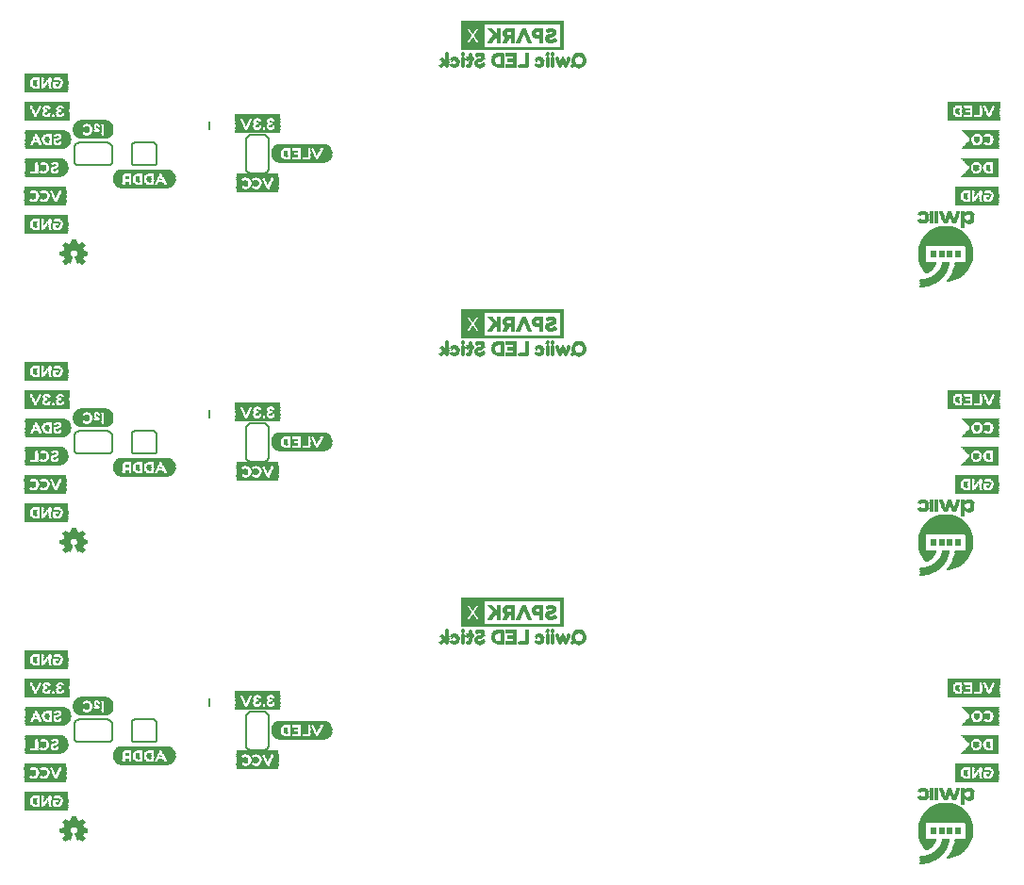
<source format=gbo>
G75*
%MOIN*%
%OFA0B0*%
%FSLAX25Y25*%
%IPPOS*%
%LPD*%
%AMOC8*
5,1,8,0,0,1.08239X$1,22.5*
%
%ADD10C,0.00600*%
%ADD11C,0.00039*%
%ADD12C,0.00299*%
%ADD13R,0.15276X0.00157*%
%ADD14R,0.03307X0.00157*%
%ADD15R,0.11024X0.00157*%
%ADD16R,0.02992X0.00157*%
%ADD17R,0.01260X0.00157*%
%ADD18R,0.01890X0.00157*%
%ADD19R,0.00630X0.00157*%
%ADD20R,0.02677X0.00157*%
%ADD21R,0.00787X0.00157*%
%ADD22R,0.01575X0.00157*%
%ADD23R,0.00472X0.00157*%
%ADD24R,0.02520X0.00157*%
%ADD25R,0.01417X0.00157*%
%ADD26R,0.02205X0.00157*%
%ADD27R,0.02362X0.00157*%
%ADD28R,0.02047X0.00157*%
%ADD29R,0.01102X0.00157*%
%ADD30R,0.00945X0.00157*%
%ADD31R,0.02835X0.00157*%
%ADD32R,0.01732X0.00157*%
%ADD33R,0.00157X0.00157*%
%ADD34R,0.00315X0.00157*%
%ADD35R,0.03150X0.00157*%
%ADD36R,0.15906X0.00157*%
%ADD37R,0.03937X0.00157*%
%ADD38R,0.07402X0.00157*%
%ADD39R,0.03622X0.00157*%
%ADD40R,0.03465X0.00157*%
%ADD41R,0.09606X0.00157*%
%ADD42R,0.10551X0.00157*%
%ADD43R,0.11181X0.00157*%
%ADD44R,0.11811X0.00157*%
%ADD45R,0.12126X0.00157*%
%ADD46R,0.12441X0.00157*%
%ADD47R,0.12756X0.00157*%
%ADD48R,0.04882X0.00157*%
%ADD49R,0.03780X0.00157*%
%ADD50R,0.05669X0.00157*%
%ADD51R,0.05827X0.00157*%
%ADD52R,0.05984X0.00157*%
%ADD53R,0.04094X0.00157*%
%ADD54R,0.04567X0.00157*%
%ADD55C,0.00800*%
%ADD56R,0.00472X0.00079*%
%ADD57R,0.01339X0.00079*%
%ADD58R,0.01260X0.00079*%
%ADD59R,0.00551X0.00079*%
%ADD60R,0.01102X0.00079*%
%ADD61R,0.01417X0.00079*%
%ADD62R,0.01654X0.00079*%
%ADD63R,0.01496X0.00079*%
%ADD64R,0.01890X0.00079*%
%ADD65R,0.02126X0.00079*%
%ADD66R,0.02205X0.00079*%
%ADD67R,0.01575X0.00079*%
%ADD68R,0.02520X0.00079*%
%ADD69R,0.02441X0.00079*%
%ADD70R,0.02756X0.00079*%
%ADD71R,0.02598X0.00079*%
%ADD72R,0.02913X0.00079*%
%ADD73R,0.04252X0.00079*%
%ADD74R,0.03150X0.00079*%
%ADD75R,0.04331X0.00079*%
%ADD76R,0.01732X0.00079*%
%ADD77R,0.03307X0.00079*%
%ADD78R,0.04409X0.00079*%
%ADD79R,0.01811X0.00079*%
%ADD80R,0.03386X0.00079*%
%ADD81R,0.03543X0.00079*%
%ADD82R,0.04488X0.00079*%
%ADD83R,0.03622X0.00079*%
%ADD84R,0.04567X0.00079*%
%ADD85R,0.03780X0.00079*%
%ADD86R,0.01969X0.00079*%
%ADD87R,0.02047X0.00079*%
%ADD88R,0.03701X0.00079*%
%ADD89R,0.01024X0.00079*%
%ADD90R,0.00709X0.00079*%
%ADD91R,0.02283X0.00079*%
%ADD92R,0.00236X0.00079*%
%ADD93R,0.02362X0.00079*%
%ADD94R,0.01181X0.00079*%
%ADD95R,0.00157X0.00079*%
%ADD96R,0.00394X0.00079*%
%ADD97R,0.00630X0.00079*%
%ADD98R,0.00866X0.00079*%
%ADD99R,0.03858X0.00079*%
%ADD100R,0.03465X0.00079*%
%ADD101R,0.02992X0.00079*%
%ADD102R,0.04173X0.00079*%
%ADD103R,0.02835X0.00079*%
%ADD104R,0.03228X0.00079*%
%ADD105R,0.04646X0.00079*%
%ADD106R,0.05276X0.00079*%
%ADD107R,0.05748X0.00079*%
%ADD108R,0.06299X0.00079*%
%ADD109R,0.06693X0.00079*%
%ADD110R,0.07165X0.00079*%
%ADD111R,0.07480X0.00079*%
%ADD112R,0.07795X0.00079*%
%ADD113R,0.08268X0.00079*%
%ADD114R,0.08504X0.00079*%
%ADD115R,0.08898X0.00079*%
%ADD116R,0.09213X0.00079*%
%ADD117R,0.09449X0.00079*%
%ADD118R,0.09764X0.00079*%
%ADD119R,0.10000X0.00079*%
%ADD120R,0.10236X0.00079*%
%ADD121R,0.10551X0.00079*%
%ADD122R,0.10709X0.00079*%
%ADD123R,0.11024X0.00079*%
%ADD124R,0.11181X0.00079*%
%ADD125R,0.11417X0.00079*%
%ADD126R,0.11654X0.00079*%
%ADD127R,0.11811X0.00079*%
%ADD128R,0.12047X0.00079*%
%ADD129R,0.12283X0.00079*%
%ADD130R,0.12441X0.00079*%
%ADD131R,0.12598X0.00079*%
%ADD132R,0.12835X0.00079*%
%ADD133R,0.12992X0.00079*%
%ADD134R,0.13150X0.00079*%
%ADD135R,0.13307X0.00079*%
%ADD136R,0.13465X0.00079*%
%ADD137R,0.13622X0.00079*%
%ADD138R,0.13858X0.00079*%
%ADD139R,0.13937X0.00079*%
%ADD140R,0.14094X0.00079*%
%ADD141R,0.14252X0.00079*%
%ADD142R,0.14409X0.00079*%
%ADD143R,0.14567X0.00079*%
%ADD144R,0.14724X0.00079*%
%ADD145R,0.14882X0.00079*%
%ADD146R,0.14961X0.00079*%
%ADD147R,0.15118X0.00079*%
%ADD148R,0.15197X0.00079*%
%ADD149R,0.15354X0.00079*%
%ADD150R,0.15512X0.00079*%
%ADD151R,0.15591X0.00079*%
%ADD152R,0.15669X0.00079*%
%ADD153R,0.15827X0.00079*%
%ADD154R,0.15984X0.00079*%
%ADD155R,0.16063X0.00079*%
%ADD156R,0.16142X0.00079*%
%ADD157R,0.16220X0.00079*%
%ADD158R,0.16378X0.00079*%
%ADD159R,0.16457X0.00079*%
%ADD160R,0.16535X0.00079*%
%ADD161R,0.16693X0.00079*%
%ADD162R,0.16772X0.00079*%
%ADD163R,0.16850X0.00079*%
%ADD164R,0.16929X0.00079*%
%ADD165R,0.17008X0.00079*%
%ADD166R,0.17087X0.00079*%
%ADD167R,0.17244X0.00079*%
%ADD168R,0.17323X0.00079*%
%ADD169R,0.17480X0.00079*%
%ADD170R,0.17559X0.00079*%
%ADD171R,0.17717X0.00079*%
%ADD172R,0.17795X0.00079*%
%ADD173R,0.17874X0.00079*%
%ADD174R,0.17953X0.00079*%
%ADD175R,0.18031X0.00079*%
%ADD176R,0.18110X0.00079*%
%ADD177R,0.18189X0.00079*%
%ADD178R,0.18268X0.00079*%
%ADD179R,0.18346X0.00079*%
%ADD180R,0.18425X0.00079*%
%ADD181R,0.18504X0.00079*%
%ADD182R,0.18583X0.00079*%
%ADD183R,0.18661X0.00079*%
%ADD184R,0.02677X0.00079*%
%ADD185R,0.05827X0.00079*%
%ADD186R,0.06220X0.00079*%
%ADD187R,0.06142X0.00079*%
%ADD188R,0.06063X0.00079*%
%ADD189R,0.05984X0.00079*%
%ADD190R,0.05906X0.00079*%
%ADD191R,0.05669X0.00079*%
%ADD192R,0.05512X0.00079*%
%ADD193R,0.05591X0.00079*%
%ADD194R,0.05433X0.00079*%
%ADD195R,0.05354X0.00079*%
%ADD196R,0.05197X0.00079*%
%ADD197R,0.05118X0.00079*%
%ADD198R,0.04961X0.00079*%
%ADD199R,0.04803X0.00079*%
%ADD200R,0.04724X0.00079*%
%ADD201R,0.04094X0.00079*%
%ADD202R,0.04016X0.00079*%
%ADD203R,0.03937X0.00079*%
%ADD204R,0.05039X0.00079*%
%ADD205R,0.03071X0.00079*%
%ADD206R,0.04882X0.00079*%
%ADD207R,0.00079X0.00079*%
%ADD208R,0.07244X0.00079*%
%ADD209R,0.07087X0.00079*%
%ADD210R,0.07008X0.00079*%
%ADD211R,0.06929X0.00079*%
%ADD212R,0.06850X0.00079*%
%ADD213R,0.06614X0.00079*%
%ADD214R,0.06535X0.00079*%
%ADD215R,0.06378X0.00079*%
%ADD216R,0.13858X0.00157*%
%ADD217R,0.14331X0.00157*%
%ADD218R,0.14646X0.00157*%
%ADD219R,0.14961X0.00157*%
%ADD220R,0.15118X0.00157*%
%ADD221R,0.15433X0.00157*%
%ADD222R,0.04409X0.00157*%
%ADD223R,0.05354X0.00157*%
%ADD224R,0.12913X0.00157*%
%ADD225R,0.13386X0.00157*%
%ADD226R,0.13701X0.00157*%
%ADD227R,0.14016X0.00157*%
%ADD228R,0.14173X0.00157*%
%ADD229R,0.14488X0.00157*%
%ADD230R,0.06142X0.00157*%
%ADD231R,0.04252X0.00157*%
%ADD232R,0.05197X0.00157*%
%ADD233R,0.18425X0.00157*%
%ADD234R,0.13071X0.00157*%
%ADD235R,0.12598X0.00157*%
%ADD236R,0.12283X0.00157*%
%ADD237R,0.16850X0.00157*%
%ADD238R,0.17795X0.00157*%
%ADD239R,0.19055X0.00157*%
%ADD240R,0.19370X0.00157*%
%ADD241R,0.19685X0.00157*%
%ADD242R,0.20000X0.00157*%
%ADD243R,0.17480X0.00157*%
%ADD244R,0.20315X0.00157*%
%ADD245R,0.20630X0.00157*%
%ADD246R,0.20945X0.00157*%
%ADD247R,0.00984X0.00197*%
%ADD248R,0.01181X0.00197*%
%ADD249R,0.01378X0.00197*%
%ADD250R,0.00197X0.00197*%
%ADD251R,0.03150X0.00197*%
%ADD252R,0.01575X0.00197*%
%ADD253R,0.02362X0.00197*%
%ADD254R,0.03937X0.00197*%
%ADD255R,0.02756X0.00197*%
%ADD256R,0.00394X0.00197*%
%ADD257R,0.03346X0.00197*%
%ADD258R,0.03543X0.00197*%
%ADD259R,0.04134X0.00197*%
%ADD260R,0.03740X0.00197*%
%ADD261R,0.04331X0.00197*%
%ADD262R,0.00591X0.00197*%
%ADD263R,0.01772X0.00197*%
%ADD264R,0.01969X0.00197*%
%ADD265R,0.00787X0.00197*%
%ADD266R,0.02953X0.00197*%
%ADD267R,0.01378X0.00236*%
%ADD268R,0.04724X0.00236*%
%ADD269R,0.01575X0.00236*%
%ADD270R,0.00394X0.00236*%
%ADD271R,0.03150X0.00236*%
%ADD272R,0.02559X0.00236*%
%ADD273R,0.02756X0.00236*%
%ADD274R,0.04528X0.00197*%
%ADD275R,0.02165X0.00197*%
%ADD276R,0.02559X0.00197*%
%ADD277R,0.01969X0.00236*%
%ADD278R,0.02165X0.00236*%
%ADD279R,0.01772X0.00236*%
%ADD280R,0.00984X0.00236*%
%ADD281R,0.03543X0.00236*%
%ADD282R,0.04331X0.00236*%
%ADD283R,0.01181X0.00236*%
%ADD284R,0.02953X0.00236*%
%ADD285R,0.04921X0.00197*%
%ADD286R,0.04724X0.00197*%
%ADD287R,0.02362X0.00236*%
%ADD288R,0.03740X0.00236*%
%ADD289R,0.03937X0.00236*%
%ADD290R,0.03346X0.00236*%
D10*
X0055750Y0074750D02*
X0065750Y0074750D01*
X0065833Y0074752D01*
X0065916Y0074758D01*
X0065999Y0074767D01*
X0066081Y0074781D01*
X0066162Y0074798D01*
X0066243Y0074819D01*
X0066322Y0074843D01*
X0066400Y0074872D01*
X0066477Y0074903D01*
X0066552Y0074939D01*
X0066626Y0074977D01*
X0066698Y0075020D01*
X0066767Y0075065D01*
X0066835Y0075114D01*
X0066900Y0075165D01*
X0066963Y0075220D01*
X0067023Y0075277D01*
X0067080Y0075337D01*
X0067135Y0075400D01*
X0067186Y0075465D01*
X0067235Y0075533D01*
X0067280Y0075602D01*
X0067323Y0075674D01*
X0067361Y0075748D01*
X0067397Y0075823D01*
X0067428Y0075900D01*
X0067457Y0075978D01*
X0067481Y0076057D01*
X0067502Y0076138D01*
X0067519Y0076219D01*
X0067533Y0076301D01*
X0067542Y0076384D01*
X0067548Y0076467D01*
X0067550Y0076550D01*
X0067550Y0080950D01*
X0067548Y0081033D01*
X0067542Y0081116D01*
X0067533Y0081199D01*
X0067519Y0081281D01*
X0067502Y0081362D01*
X0067481Y0081443D01*
X0067457Y0081522D01*
X0067428Y0081600D01*
X0067397Y0081677D01*
X0067361Y0081752D01*
X0067323Y0081826D01*
X0067280Y0081898D01*
X0067235Y0081967D01*
X0067186Y0082035D01*
X0067135Y0082100D01*
X0067080Y0082163D01*
X0067023Y0082223D01*
X0066963Y0082280D01*
X0066900Y0082335D01*
X0066835Y0082386D01*
X0066767Y0082435D01*
X0066698Y0082480D01*
X0066626Y0082523D01*
X0066552Y0082561D01*
X0066477Y0082597D01*
X0066400Y0082628D01*
X0066322Y0082657D01*
X0066243Y0082681D01*
X0066162Y0082702D01*
X0066081Y0082719D01*
X0065999Y0082733D01*
X0065916Y0082742D01*
X0065833Y0082748D01*
X0065750Y0082750D01*
X0055750Y0082750D01*
X0055667Y0082748D01*
X0055584Y0082742D01*
X0055501Y0082733D01*
X0055419Y0082719D01*
X0055338Y0082702D01*
X0055257Y0082681D01*
X0055178Y0082657D01*
X0055100Y0082628D01*
X0055023Y0082597D01*
X0054948Y0082561D01*
X0054874Y0082523D01*
X0054802Y0082480D01*
X0054733Y0082435D01*
X0054665Y0082386D01*
X0054600Y0082335D01*
X0054537Y0082280D01*
X0054477Y0082223D01*
X0054420Y0082163D01*
X0054365Y0082100D01*
X0054314Y0082035D01*
X0054265Y0081967D01*
X0054220Y0081898D01*
X0054177Y0081826D01*
X0054139Y0081752D01*
X0054103Y0081677D01*
X0054072Y0081600D01*
X0054043Y0081522D01*
X0054019Y0081443D01*
X0053998Y0081362D01*
X0053981Y0081281D01*
X0053967Y0081199D01*
X0053958Y0081116D01*
X0053952Y0081033D01*
X0053950Y0080950D01*
X0053950Y0076550D01*
X0053952Y0076467D01*
X0053958Y0076384D01*
X0053967Y0076301D01*
X0053981Y0076219D01*
X0053998Y0076138D01*
X0054019Y0076057D01*
X0054043Y0075978D01*
X0054072Y0075900D01*
X0054103Y0075823D01*
X0054139Y0075748D01*
X0054177Y0075674D01*
X0054220Y0075602D01*
X0054265Y0075533D01*
X0054314Y0075465D01*
X0054365Y0075400D01*
X0054420Y0075337D01*
X0054477Y0075277D01*
X0054537Y0075220D01*
X0054600Y0075165D01*
X0054665Y0075114D01*
X0054733Y0075065D01*
X0054802Y0075020D01*
X0054874Y0074977D01*
X0054948Y0074939D01*
X0055023Y0074903D01*
X0055100Y0074872D01*
X0055178Y0074843D01*
X0055257Y0074819D01*
X0055338Y0074798D01*
X0055419Y0074781D01*
X0055501Y0074767D01*
X0055584Y0074758D01*
X0055667Y0074752D01*
X0055750Y0074750D01*
X0074350Y0075750D02*
X0074350Y0081750D01*
X0074352Y0081810D01*
X0074357Y0081871D01*
X0074366Y0081930D01*
X0074379Y0081989D01*
X0074395Y0082048D01*
X0074415Y0082105D01*
X0074438Y0082160D01*
X0074465Y0082215D01*
X0074494Y0082267D01*
X0074527Y0082318D01*
X0074563Y0082367D01*
X0074601Y0082413D01*
X0074643Y0082457D01*
X0074687Y0082499D01*
X0074733Y0082537D01*
X0074782Y0082573D01*
X0074833Y0082606D01*
X0074885Y0082635D01*
X0074940Y0082662D01*
X0074995Y0082685D01*
X0075052Y0082705D01*
X0075111Y0082721D01*
X0075170Y0082734D01*
X0075229Y0082743D01*
X0075290Y0082748D01*
X0075350Y0082750D01*
X0082150Y0082750D01*
X0082210Y0082748D01*
X0082271Y0082743D01*
X0082330Y0082734D01*
X0082389Y0082721D01*
X0082448Y0082705D01*
X0082505Y0082685D01*
X0082560Y0082662D01*
X0082615Y0082635D01*
X0082667Y0082606D01*
X0082718Y0082573D01*
X0082767Y0082537D01*
X0082813Y0082499D01*
X0082857Y0082457D01*
X0082899Y0082413D01*
X0082937Y0082367D01*
X0082973Y0082318D01*
X0083006Y0082267D01*
X0083035Y0082215D01*
X0083062Y0082160D01*
X0083085Y0082105D01*
X0083105Y0082048D01*
X0083121Y0081989D01*
X0083134Y0081930D01*
X0083143Y0081871D01*
X0083148Y0081810D01*
X0083150Y0081750D01*
X0083150Y0075750D01*
X0083148Y0075690D01*
X0083143Y0075629D01*
X0083134Y0075570D01*
X0083121Y0075511D01*
X0083105Y0075452D01*
X0083085Y0075395D01*
X0083062Y0075340D01*
X0083035Y0075285D01*
X0083006Y0075233D01*
X0082973Y0075182D01*
X0082937Y0075133D01*
X0082899Y0075087D01*
X0082857Y0075043D01*
X0082813Y0075001D01*
X0082767Y0074963D01*
X0082718Y0074927D01*
X0082667Y0074894D01*
X0082615Y0074865D01*
X0082560Y0074838D01*
X0082505Y0074815D01*
X0082448Y0074795D01*
X0082389Y0074779D01*
X0082330Y0074766D01*
X0082271Y0074757D01*
X0082210Y0074752D01*
X0082150Y0074750D01*
X0075350Y0074750D01*
X0075290Y0074752D01*
X0075229Y0074757D01*
X0075170Y0074766D01*
X0075111Y0074779D01*
X0075052Y0074795D01*
X0074995Y0074815D01*
X0074940Y0074838D01*
X0074885Y0074865D01*
X0074833Y0074894D01*
X0074782Y0074927D01*
X0074733Y0074963D01*
X0074687Y0075001D01*
X0074643Y0075043D01*
X0074601Y0075087D01*
X0074563Y0075133D01*
X0074527Y0075182D01*
X0074494Y0075233D01*
X0074465Y0075285D01*
X0074438Y0075340D01*
X0074415Y0075395D01*
X0074395Y0075452D01*
X0074379Y0075511D01*
X0074366Y0075570D01*
X0074357Y0075629D01*
X0074352Y0075690D01*
X0074350Y0075750D01*
X0114750Y0073750D02*
X0114750Y0083750D01*
X0114752Y0083833D01*
X0114758Y0083916D01*
X0114767Y0083999D01*
X0114781Y0084081D01*
X0114798Y0084162D01*
X0114819Y0084243D01*
X0114843Y0084322D01*
X0114872Y0084400D01*
X0114903Y0084477D01*
X0114939Y0084552D01*
X0114977Y0084626D01*
X0115020Y0084698D01*
X0115065Y0084767D01*
X0115114Y0084835D01*
X0115165Y0084900D01*
X0115220Y0084963D01*
X0115277Y0085023D01*
X0115337Y0085080D01*
X0115400Y0085135D01*
X0115465Y0085186D01*
X0115533Y0085235D01*
X0115602Y0085280D01*
X0115674Y0085323D01*
X0115748Y0085361D01*
X0115823Y0085397D01*
X0115900Y0085428D01*
X0115978Y0085457D01*
X0116057Y0085481D01*
X0116138Y0085502D01*
X0116219Y0085519D01*
X0116301Y0085533D01*
X0116384Y0085542D01*
X0116467Y0085548D01*
X0116550Y0085550D01*
X0120950Y0085550D01*
X0121033Y0085548D01*
X0121116Y0085542D01*
X0121199Y0085533D01*
X0121281Y0085519D01*
X0121362Y0085502D01*
X0121443Y0085481D01*
X0121522Y0085457D01*
X0121600Y0085428D01*
X0121677Y0085397D01*
X0121752Y0085361D01*
X0121826Y0085323D01*
X0121898Y0085280D01*
X0121967Y0085235D01*
X0122035Y0085186D01*
X0122100Y0085135D01*
X0122163Y0085080D01*
X0122223Y0085023D01*
X0122280Y0084963D01*
X0122335Y0084900D01*
X0122386Y0084835D01*
X0122435Y0084767D01*
X0122480Y0084698D01*
X0122523Y0084626D01*
X0122561Y0084552D01*
X0122597Y0084477D01*
X0122628Y0084400D01*
X0122657Y0084322D01*
X0122681Y0084243D01*
X0122702Y0084162D01*
X0122719Y0084081D01*
X0122733Y0083999D01*
X0122742Y0083916D01*
X0122748Y0083833D01*
X0122750Y0083750D01*
X0122750Y0073750D01*
X0122748Y0073667D01*
X0122742Y0073584D01*
X0122733Y0073501D01*
X0122719Y0073419D01*
X0122702Y0073338D01*
X0122681Y0073257D01*
X0122657Y0073178D01*
X0122628Y0073100D01*
X0122597Y0073023D01*
X0122561Y0072948D01*
X0122523Y0072874D01*
X0122480Y0072802D01*
X0122435Y0072733D01*
X0122386Y0072665D01*
X0122335Y0072600D01*
X0122280Y0072537D01*
X0122223Y0072477D01*
X0122163Y0072420D01*
X0122100Y0072365D01*
X0122035Y0072314D01*
X0121967Y0072265D01*
X0121898Y0072220D01*
X0121826Y0072177D01*
X0121752Y0072139D01*
X0121677Y0072103D01*
X0121600Y0072072D01*
X0121522Y0072043D01*
X0121443Y0072019D01*
X0121362Y0071998D01*
X0121281Y0071981D01*
X0121199Y0071967D01*
X0121116Y0071958D01*
X0121033Y0071952D01*
X0120950Y0071950D01*
X0116550Y0071950D01*
X0116467Y0071952D01*
X0116384Y0071958D01*
X0116301Y0071967D01*
X0116219Y0071981D01*
X0116138Y0071998D01*
X0116057Y0072019D01*
X0115978Y0072043D01*
X0115900Y0072072D01*
X0115823Y0072103D01*
X0115748Y0072139D01*
X0115674Y0072177D01*
X0115602Y0072220D01*
X0115533Y0072265D01*
X0115465Y0072314D01*
X0115400Y0072365D01*
X0115337Y0072420D01*
X0115277Y0072477D01*
X0115220Y0072537D01*
X0115165Y0072600D01*
X0115114Y0072665D01*
X0115065Y0072733D01*
X0115020Y0072802D01*
X0114977Y0072874D01*
X0114939Y0072948D01*
X0114903Y0073023D01*
X0114872Y0073100D01*
X0114843Y0073178D01*
X0114819Y0073257D01*
X0114798Y0073338D01*
X0114781Y0073419D01*
X0114767Y0073501D01*
X0114758Y0073584D01*
X0114752Y0073667D01*
X0114750Y0073750D01*
X0116550Y0173950D02*
X0120950Y0173950D01*
X0121033Y0173952D01*
X0121116Y0173958D01*
X0121199Y0173967D01*
X0121281Y0173981D01*
X0121362Y0173998D01*
X0121443Y0174019D01*
X0121522Y0174043D01*
X0121600Y0174072D01*
X0121677Y0174103D01*
X0121752Y0174139D01*
X0121826Y0174177D01*
X0121898Y0174220D01*
X0121967Y0174265D01*
X0122035Y0174314D01*
X0122100Y0174365D01*
X0122163Y0174420D01*
X0122223Y0174477D01*
X0122280Y0174537D01*
X0122335Y0174600D01*
X0122386Y0174665D01*
X0122435Y0174733D01*
X0122480Y0174802D01*
X0122523Y0174874D01*
X0122561Y0174948D01*
X0122597Y0175023D01*
X0122628Y0175100D01*
X0122657Y0175178D01*
X0122681Y0175257D01*
X0122702Y0175338D01*
X0122719Y0175419D01*
X0122733Y0175501D01*
X0122742Y0175584D01*
X0122748Y0175667D01*
X0122750Y0175750D01*
X0122750Y0185750D01*
X0122748Y0185833D01*
X0122742Y0185916D01*
X0122733Y0185999D01*
X0122719Y0186081D01*
X0122702Y0186162D01*
X0122681Y0186243D01*
X0122657Y0186322D01*
X0122628Y0186400D01*
X0122597Y0186477D01*
X0122561Y0186552D01*
X0122523Y0186626D01*
X0122480Y0186698D01*
X0122435Y0186767D01*
X0122386Y0186835D01*
X0122335Y0186900D01*
X0122280Y0186963D01*
X0122223Y0187023D01*
X0122163Y0187080D01*
X0122100Y0187135D01*
X0122035Y0187186D01*
X0121967Y0187235D01*
X0121898Y0187280D01*
X0121826Y0187323D01*
X0121752Y0187361D01*
X0121677Y0187397D01*
X0121600Y0187428D01*
X0121522Y0187457D01*
X0121443Y0187481D01*
X0121362Y0187502D01*
X0121281Y0187519D01*
X0121199Y0187533D01*
X0121116Y0187542D01*
X0121033Y0187548D01*
X0120950Y0187550D01*
X0116550Y0187550D01*
X0116467Y0187548D01*
X0116384Y0187542D01*
X0116301Y0187533D01*
X0116219Y0187519D01*
X0116138Y0187502D01*
X0116057Y0187481D01*
X0115978Y0187457D01*
X0115900Y0187428D01*
X0115823Y0187397D01*
X0115748Y0187361D01*
X0115674Y0187323D01*
X0115602Y0187280D01*
X0115533Y0187235D01*
X0115465Y0187186D01*
X0115400Y0187135D01*
X0115337Y0187080D01*
X0115277Y0187023D01*
X0115220Y0186963D01*
X0115165Y0186900D01*
X0115114Y0186835D01*
X0115065Y0186767D01*
X0115020Y0186698D01*
X0114977Y0186626D01*
X0114939Y0186552D01*
X0114903Y0186477D01*
X0114872Y0186400D01*
X0114843Y0186322D01*
X0114819Y0186243D01*
X0114798Y0186162D01*
X0114781Y0186081D01*
X0114767Y0185999D01*
X0114758Y0185916D01*
X0114752Y0185833D01*
X0114750Y0185750D01*
X0114750Y0175750D01*
X0114752Y0175667D01*
X0114758Y0175584D01*
X0114767Y0175501D01*
X0114781Y0175419D01*
X0114798Y0175338D01*
X0114819Y0175257D01*
X0114843Y0175178D01*
X0114872Y0175100D01*
X0114903Y0175023D01*
X0114939Y0174948D01*
X0114977Y0174874D01*
X0115020Y0174802D01*
X0115065Y0174733D01*
X0115114Y0174665D01*
X0115165Y0174600D01*
X0115220Y0174537D01*
X0115277Y0174477D01*
X0115337Y0174420D01*
X0115400Y0174365D01*
X0115465Y0174314D01*
X0115533Y0174265D01*
X0115602Y0174220D01*
X0115674Y0174177D01*
X0115748Y0174139D01*
X0115823Y0174103D01*
X0115900Y0174072D01*
X0115978Y0174043D01*
X0116057Y0174019D01*
X0116138Y0173998D01*
X0116219Y0173981D01*
X0116301Y0173967D01*
X0116384Y0173958D01*
X0116467Y0173952D01*
X0116550Y0173950D01*
X0083150Y0177750D02*
X0083150Y0183750D01*
X0083148Y0183810D01*
X0083143Y0183871D01*
X0083134Y0183930D01*
X0083121Y0183989D01*
X0083105Y0184048D01*
X0083085Y0184105D01*
X0083062Y0184160D01*
X0083035Y0184215D01*
X0083006Y0184267D01*
X0082973Y0184318D01*
X0082937Y0184367D01*
X0082899Y0184413D01*
X0082857Y0184457D01*
X0082813Y0184499D01*
X0082767Y0184537D01*
X0082718Y0184573D01*
X0082667Y0184606D01*
X0082615Y0184635D01*
X0082560Y0184662D01*
X0082505Y0184685D01*
X0082448Y0184705D01*
X0082389Y0184721D01*
X0082330Y0184734D01*
X0082271Y0184743D01*
X0082210Y0184748D01*
X0082150Y0184750D01*
X0075350Y0184750D01*
X0075290Y0184748D01*
X0075229Y0184743D01*
X0075170Y0184734D01*
X0075111Y0184721D01*
X0075052Y0184705D01*
X0074995Y0184685D01*
X0074940Y0184662D01*
X0074885Y0184635D01*
X0074833Y0184606D01*
X0074782Y0184573D01*
X0074733Y0184537D01*
X0074687Y0184499D01*
X0074643Y0184457D01*
X0074601Y0184413D01*
X0074563Y0184367D01*
X0074527Y0184318D01*
X0074494Y0184267D01*
X0074465Y0184215D01*
X0074438Y0184160D01*
X0074415Y0184105D01*
X0074395Y0184048D01*
X0074379Y0183989D01*
X0074366Y0183930D01*
X0074357Y0183871D01*
X0074352Y0183810D01*
X0074350Y0183750D01*
X0074350Y0177750D01*
X0074352Y0177690D01*
X0074357Y0177629D01*
X0074366Y0177570D01*
X0074379Y0177511D01*
X0074395Y0177452D01*
X0074415Y0177395D01*
X0074438Y0177340D01*
X0074465Y0177285D01*
X0074494Y0177233D01*
X0074527Y0177182D01*
X0074563Y0177133D01*
X0074601Y0177087D01*
X0074643Y0177043D01*
X0074687Y0177001D01*
X0074733Y0176963D01*
X0074782Y0176927D01*
X0074833Y0176894D01*
X0074885Y0176865D01*
X0074940Y0176838D01*
X0074995Y0176815D01*
X0075052Y0176795D01*
X0075111Y0176779D01*
X0075170Y0176766D01*
X0075229Y0176757D01*
X0075290Y0176752D01*
X0075350Y0176750D01*
X0082150Y0176750D01*
X0082210Y0176752D01*
X0082271Y0176757D01*
X0082330Y0176766D01*
X0082389Y0176779D01*
X0082448Y0176795D01*
X0082505Y0176815D01*
X0082560Y0176838D01*
X0082615Y0176865D01*
X0082667Y0176894D01*
X0082718Y0176927D01*
X0082767Y0176963D01*
X0082813Y0177001D01*
X0082857Y0177043D01*
X0082899Y0177087D01*
X0082937Y0177133D01*
X0082973Y0177182D01*
X0083006Y0177233D01*
X0083035Y0177285D01*
X0083062Y0177340D01*
X0083085Y0177395D01*
X0083105Y0177452D01*
X0083121Y0177511D01*
X0083134Y0177570D01*
X0083143Y0177629D01*
X0083148Y0177690D01*
X0083150Y0177750D01*
X0067550Y0178550D02*
X0067550Y0182950D01*
X0067548Y0183033D01*
X0067542Y0183116D01*
X0067533Y0183199D01*
X0067519Y0183281D01*
X0067502Y0183362D01*
X0067481Y0183443D01*
X0067457Y0183522D01*
X0067428Y0183600D01*
X0067397Y0183677D01*
X0067361Y0183752D01*
X0067323Y0183826D01*
X0067280Y0183898D01*
X0067235Y0183967D01*
X0067186Y0184035D01*
X0067135Y0184100D01*
X0067080Y0184163D01*
X0067023Y0184223D01*
X0066963Y0184280D01*
X0066900Y0184335D01*
X0066835Y0184386D01*
X0066767Y0184435D01*
X0066698Y0184480D01*
X0066626Y0184523D01*
X0066552Y0184561D01*
X0066477Y0184597D01*
X0066400Y0184628D01*
X0066322Y0184657D01*
X0066243Y0184681D01*
X0066162Y0184702D01*
X0066081Y0184719D01*
X0065999Y0184733D01*
X0065916Y0184742D01*
X0065833Y0184748D01*
X0065750Y0184750D01*
X0055750Y0184750D01*
X0055667Y0184748D01*
X0055584Y0184742D01*
X0055501Y0184733D01*
X0055419Y0184719D01*
X0055338Y0184702D01*
X0055257Y0184681D01*
X0055178Y0184657D01*
X0055100Y0184628D01*
X0055023Y0184597D01*
X0054948Y0184561D01*
X0054874Y0184523D01*
X0054802Y0184480D01*
X0054733Y0184435D01*
X0054665Y0184386D01*
X0054600Y0184335D01*
X0054537Y0184280D01*
X0054477Y0184223D01*
X0054420Y0184163D01*
X0054365Y0184100D01*
X0054314Y0184035D01*
X0054265Y0183967D01*
X0054220Y0183898D01*
X0054177Y0183826D01*
X0054139Y0183752D01*
X0054103Y0183677D01*
X0054072Y0183600D01*
X0054043Y0183522D01*
X0054019Y0183443D01*
X0053998Y0183362D01*
X0053981Y0183281D01*
X0053967Y0183199D01*
X0053958Y0183116D01*
X0053952Y0183033D01*
X0053950Y0182950D01*
X0053950Y0178550D01*
X0053952Y0178467D01*
X0053958Y0178384D01*
X0053967Y0178301D01*
X0053981Y0178219D01*
X0053998Y0178138D01*
X0054019Y0178057D01*
X0054043Y0177978D01*
X0054072Y0177900D01*
X0054103Y0177823D01*
X0054139Y0177748D01*
X0054177Y0177674D01*
X0054220Y0177602D01*
X0054265Y0177533D01*
X0054314Y0177465D01*
X0054365Y0177400D01*
X0054420Y0177337D01*
X0054477Y0177277D01*
X0054537Y0177220D01*
X0054600Y0177165D01*
X0054665Y0177114D01*
X0054733Y0177065D01*
X0054802Y0177020D01*
X0054874Y0176977D01*
X0054948Y0176939D01*
X0055023Y0176903D01*
X0055100Y0176872D01*
X0055178Y0176843D01*
X0055257Y0176819D01*
X0055338Y0176798D01*
X0055419Y0176781D01*
X0055501Y0176767D01*
X0055584Y0176758D01*
X0055667Y0176752D01*
X0055750Y0176750D01*
X0065750Y0176750D01*
X0065833Y0176752D01*
X0065916Y0176758D01*
X0065999Y0176767D01*
X0066081Y0176781D01*
X0066162Y0176798D01*
X0066243Y0176819D01*
X0066322Y0176843D01*
X0066400Y0176872D01*
X0066477Y0176903D01*
X0066552Y0176939D01*
X0066626Y0176977D01*
X0066698Y0177020D01*
X0066767Y0177065D01*
X0066835Y0177114D01*
X0066900Y0177165D01*
X0066963Y0177220D01*
X0067023Y0177277D01*
X0067080Y0177337D01*
X0067135Y0177400D01*
X0067186Y0177465D01*
X0067235Y0177533D01*
X0067280Y0177602D01*
X0067323Y0177674D01*
X0067361Y0177748D01*
X0067397Y0177823D01*
X0067428Y0177900D01*
X0067457Y0177978D01*
X0067481Y0178057D01*
X0067502Y0178138D01*
X0067519Y0178219D01*
X0067533Y0178301D01*
X0067542Y0178384D01*
X0067548Y0178467D01*
X0067550Y0178550D01*
X0116550Y0275950D02*
X0120950Y0275950D01*
X0121033Y0275952D01*
X0121116Y0275958D01*
X0121199Y0275967D01*
X0121281Y0275981D01*
X0121362Y0275998D01*
X0121443Y0276019D01*
X0121522Y0276043D01*
X0121600Y0276072D01*
X0121677Y0276103D01*
X0121752Y0276139D01*
X0121826Y0276177D01*
X0121898Y0276220D01*
X0121967Y0276265D01*
X0122035Y0276314D01*
X0122100Y0276365D01*
X0122163Y0276420D01*
X0122223Y0276477D01*
X0122280Y0276537D01*
X0122335Y0276600D01*
X0122386Y0276665D01*
X0122435Y0276733D01*
X0122480Y0276802D01*
X0122523Y0276874D01*
X0122561Y0276948D01*
X0122597Y0277023D01*
X0122628Y0277100D01*
X0122657Y0277178D01*
X0122681Y0277257D01*
X0122702Y0277338D01*
X0122719Y0277419D01*
X0122733Y0277501D01*
X0122742Y0277584D01*
X0122748Y0277667D01*
X0122750Y0277750D01*
X0122750Y0287750D01*
X0122748Y0287833D01*
X0122742Y0287916D01*
X0122733Y0287999D01*
X0122719Y0288081D01*
X0122702Y0288162D01*
X0122681Y0288243D01*
X0122657Y0288322D01*
X0122628Y0288400D01*
X0122597Y0288477D01*
X0122561Y0288552D01*
X0122523Y0288626D01*
X0122480Y0288698D01*
X0122435Y0288767D01*
X0122386Y0288835D01*
X0122335Y0288900D01*
X0122280Y0288963D01*
X0122223Y0289023D01*
X0122163Y0289080D01*
X0122100Y0289135D01*
X0122035Y0289186D01*
X0121967Y0289235D01*
X0121898Y0289280D01*
X0121826Y0289323D01*
X0121752Y0289361D01*
X0121677Y0289397D01*
X0121600Y0289428D01*
X0121522Y0289457D01*
X0121443Y0289481D01*
X0121362Y0289502D01*
X0121281Y0289519D01*
X0121199Y0289533D01*
X0121116Y0289542D01*
X0121033Y0289548D01*
X0120950Y0289550D01*
X0116550Y0289550D01*
X0116467Y0289548D01*
X0116384Y0289542D01*
X0116301Y0289533D01*
X0116219Y0289519D01*
X0116138Y0289502D01*
X0116057Y0289481D01*
X0115978Y0289457D01*
X0115900Y0289428D01*
X0115823Y0289397D01*
X0115748Y0289361D01*
X0115674Y0289323D01*
X0115602Y0289280D01*
X0115533Y0289235D01*
X0115465Y0289186D01*
X0115400Y0289135D01*
X0115337Y0289080D01*
X0115277Y0289023D01*
X0115220Y0288963D01*
X0115165Y0288900D01*
X0115114Y0288835D01*
X0115065Y0288767D01*
X0115020Y0288698D01*
X0114977Y0288626D01*
X0114939Y0288552D01*
X0114903Y0288477D01*
X0114872Y0288400D01*
X0114843Y0288322D01*
X0114819Y0288243D01*
X0114798Y0288162D01*
X0114781Y0288081D01*
X0114767Y0287999D01*
X0114758Y0287916D01*
X0114752Y0287833D01*
X0114750Y0287750D01*
X0114750Y0277750D01*
X0114752Y0277667D01*
X0114758Y0277584D01*
X0114767Y0277501D01*
X0114781Y0277419D01*
X0114798Y0277338D01*
X0114819Y0277257D01*
X0114843Y0277178D01*
X0114872Y0277100D01*
X0114903Y0277023D01*
X0114939Y0276948D01*
X0114977Y0276874D01*
X0115020Y0276802D01*
X0115065Y0276733D01*
X0115114Y0276665D01*
X0115165Y0276600D01*
X0115220Y0276537D01*
X0115277Y0276477D01*
X0115337Y0276420D01*
X0115400Y0276365D01*
X0115465Y0276314D01*
X0115533Y0276265D01*
X0115602Y0276220D01*
X0115674Y0276177D01*
X0115748Y0276139D01*
X0115823Y0276103D01*
X0115900Y0276072D01*
X0115978Y0276043D01*
X0116057Y0276019D01*
X0116138Y0275998D01*
X0116219Y0275981D01*
X0116301Y0275967D01*
X0116384Y0275958D01*
X0116467Y0275952D01*
X0116550Y0275950D01*
X0083150Y0279750D02*
X0083150Y0285750D01*
X0083148Y0285810D01*
X0083143Y0285871D01*
X0083134Y0285930D01*
X0083121Y0285989D01*
X0083105Y0286048D01*
X0083085Y0286105D01*
X0083062Y0286160D01*
X0083035Y0286215D01*
X0083006Y0286267D01*
X0082973Y0286318D01*
X0082937Y0286367D01*
X0082899Y0286413D01*
X0082857Y0286457D01*
X0082813Y0286499D01*
X0082767Y0286537D01*
X0082718Y0286573D01*
X0082667Y0286606D01*
X0082615Y0286635D01*
X0082560Y0286662D01*
X0082505Y0286685D01*
X0082448Y0286705D01*
X0082389Y0286721D01*
X0082330Y0286734D01*
X0082271Y0286743D01*
X0082210Y0286748D01*
X0082150Y0286750D01*
X0075350Y0286750D01*
X0075290Y0286748D01*
X0075229Y0286743D01*
X0075170Y0286734D01*
X0075111Y0286721D01*
X0075052Y0286705D01*
X0074995Y0286685D01*
X0074940Y0286662D01*
X0074885Y0286635D01*
X0074833Y0286606D01*
X0074782Y0286573D01*
X0074733Y0286537D01*
X0074687Y0286499D01*
X0074643Y0286457D01*
X0074601Y0286413D01*
X0074563Y0286367D01*
X0074527Y0286318D01*
X0074494Y0286267D01*
X0074465Y0286215D01*
X0074438Y0286160D01*
X0074415Y0286105D01*
X0074395Y0286048D01*
X0074379Y0285989D01*
X0074366Y0285930D01*
X0074357Y0285871D01*
X0074352Y0285810D01*
X0074350Y0285750D01*
X0074350Y0279750D01*
X0074352Y0279690D01*
X0074357Y0279629D01*
X0074366Y0279570D01*
X0074379Y0279511D01*
X0074395Y0279452D01*
X0074415Y0279395D01*
X0074438Y0279340D01*
X0074465Y0279285D01*
X0074494Y0279233D01*
X0074527Y0279182D01*
X0074563Y0279133D01*
X0074601Y0279087D01*
X0074643Y0279043D01*
X0074687Y0279001D01*
X0074733Y0278963D01*
X0074782Y0278927D01*
X0074833Y0278894D01*
X0074885Y0278865D01*
X0074940Y0278838D01*
X0074995Y0278815D01*
X0075052Y0278795D01*
X0075111Y0278779D01*
X0075170Y0278766D01*
X0075229Y0278757D01*
X0075290Y0278752D01*
X0075350Y0278750D01*
X0082150Y0278750D01*
X0082210Y0278752D01*
X0082271Y0278757D01*
X0082330Y0278766D01*
X0082389Y0278779D01*
X0082448Y0278795D01*
X0082505Y0278815D01*
X0082560Y0278838D01*
X0082615Y0278865D01*
X0082667Y0278894D01*
X0082718Y0278927D01*
X0082767Y0278963D01*
X0082813Y0279001D01*
X0082857Y0279043D01*
X0082899Y0279087D01*
X0082937Y0279133D01*
X0082973Y0279182D01*
X0083006Y0279233D01*
X0083035Y0279285D01*
X0083062Y0279340D01*
X0083085Y0279395D01*
X0083105Y0279452D01*
X0083121Y0279511D01*
X0083134Y0279570D01*
X0083143Y0279629D01*
X0083148Y0279690D01*
X0083150Y0279750D01*
X0067550Y0280550D02*
X0067550Y0284950D01*
X0067548Y0285033D01*
X0067542Y0285116D01*
X0067533Y0285199D01*
X0067519Y0285281D01*
X0067502Y0285362D01*
X0067481Y0285443D01*
X0067457Y0285522D01*
X0067428Y0285600D01*
X0067397Y0285677D01*
X0067361Y0285752D01*
X0067323Y0285826D01*
X0067280Y0285898D01*
X0067235Y0285967D01*
X0067186Y0286035D01*
X0067135Y0286100D01*
X0067080Y0286163D01*
X0067023Y0286223D01*
X0066963Y0286280D01*
X0066900Y0286335D01*
X0066835Y0286386D01*
X0066767Y0286435D01*
X0066698Y0286480D01*
X0066626Y0286523D01*
X0066552Y0286561D01*
X0066477Y0286597D01*
X0066400Y0286628D01*
X0066322Y0286657D01*
X0066243Y0286681D01*
X0066162Y0286702D01*
X0066081Y0286719D01*
X0065999Y0286733D01*
X0065916Y0286742D01*
X0065833Y0286748D01*
X0065750Y0286750D01*
X0055750Y0286750D01*
X0055667Y0286748D01*
X0055584Y0286742D01*
X0055501Y0286733D01*
X0055419Y0286719D01*
X0055338Y0286702D01*
X0055257Y0286681D01*
X0055178Y0286657D01*
X0055100Y0286628D01*
X0055023Y0286597D01*
X0054948Y0286561D01*
X0054874Y0286523D01*
X0054802Y0286480D01*
X0054733Y0286435D01*
X0054665Y0286386D01*
X0054600Y0286335D01*
X0054537Y0286280D01*
X0054477Y0286223D01*
X0054420Y0286163D01*
X0054365Y0286100D01*
X0054314Y0286035D01*
X0054265Y0285967D01*
X0054220Y0285898D01*
X0054177Y0285826D01*
X0054139Y0285752D01*
X0054103Y0285677D01*
X0054072Y0285600D01*
X0054043Y0285522D01*
X0054019Y0285443D01*
X0053998Y0285362D01*
X0053981Y0285281D01*
X0053967Y0285199D01*
X0053958Y0285116D01*
X0053952Y0285033D01*
X0053950Y0284950D01*
X0053950Y0280550D01*
X0053952Y0280467D01*
X0053958Y0280384D01*
X0053967Y0280301D01*
X0053981Y0280219D01*
X0053998Y0280138D01*
X0054019Y0280057D01*
X0054043Y0279978D01*
X0054072Y0279900D01*
X0054103Y0279823D01*
X0054139Y0279748D01*
X0054177Y0279674D01*
X0054220Y0279602D01*
X0054265Y0279533D01*
X0054314Y0279465D01*
X0054365Y0279400D01*
X0054420Y0279337D01*
X0054477Y0279277D01*
X0054537Y0279220D01*
X0054600Y0279165D01*
X0054665Y0279114D01*
X0054733Y0279065D01*
X0054802Y0279020D01*
X0054874Y0278977D01*
X0054948Y0278939D01*
X0055023Y0278903D01*
X0055100Y0278872D01*
X0055178Y0278843D01*
X0055257Y0278819D01*
X0055338Y0278798D01*
X0055419Y0278781D01*
X0055501Y0278767D01*
X0055584Y0278758D01*
X0055667Y0278752D01*
X0055750Y0278750D01*
X0065750Y0278750D01*
X0065833Y0278752D01*
X0065916Y0278758D01*
X0065999Y0278767D01*
X0066081Y0278781D01*
X0066162Y0278798D01*
X0066243Y0278819D01*
X0066322Y0278843D01*
X0066400Y0278872D01*
X0066477Y0278903D01*
X0066552Y0278939D01*
X0066626Y0278977D01*
X0066698Y0279020D01*
X0066767Y0279065D01*
X0066835Y0279114D01*
X0066900Y0279165D01*
X0066963Y0279220D01*
X0067023Y0279277D01*
X0067080Y0279337D01*
X0067135Y0279400D01*
X0067186Y0279465D01*
X0067235Y0279533D01*
X0067280Y0279602D01*
X0067323Y0279674D01*
X0067361Y0279748D01*
X0067397Y0279823D01*
X0067428Y0279900D01*
X0067457Y0279978D01*
X0067481Y0280057D01*
X0067502Y0280138D01*
X0067519Y0280219D01*
X0067533Y0280301D01*
X0067542Y0280384D01*
X0067548Y0280467D01*
X0067550Y0280550D01*
D11*
X0190750Y0319768D02*
X0190750Y0324265D01*
X0193770Y0324265D01*
X0192453Y0322334D01*
X0193702Y0322334D01*
X0194786Y0323990D01*
X0195876Y0322334D01*
X0197082Y0322334D01*
X0195758Y0324265D01*
X0198792Y0324265D01*
X0198792Y0320693D01*
X0199116Y0320693D01*
X0199116Y0319768D01*
X0190750Y0319768D01*
X0190750Y0319793D02*
X0199116Y0319793D01*
X0226750Y0319793D01*
X0226750Y0319768D02*
X0199116Y0319768D01*
X0199116Y0320693D01*
X0225825Y0320693D01*
X0225825Y0328807D01*
X0198792Y0328807D01*
X0198792Y0324265D01*
X0195758Y0324265D01*
X0195398Y0324790D01*
X0197010Y0327162D01*
X0195768Y0327162D01*
X0194753Y0325596D01*
X0193731Y0327162D01*
X0192525Y0327162D01*
X0194138Y0324804D01*
X0193770Y0324265D01*
X0190750Y0324265D01*
X0190750Y0329732D01*
X0198792Y0329732D01*
X0226750Y0329732D01*
X0226750Y0319768D01*
X0226750Y0319831D02*
X0199116Y0319831D01*
X0190750Y0319831D01*
X0190750Y0319869D02*
X0199116Y0319869D01*
X0226750Y0319869D01*
X0226750Y0319906D02*
X0199116Y0319906D01*
X0190750Y0319906D01*
X0190750Y0319944D02*
X0199116Y0319944D01*
X0226750Y0319944D01*
X0226750Y0319982D02*
X0199116Y0319982D01*
X0190750Y0319982D01*
X0190750Y0320020D02*
X0199116Y0320020D01*
X0226750Y0320020D01*
X0226750Y0320058D02*
X0199116Y0320058D01*
X0190750Y0320058D01*
X0190750Y0320096D02*
X0199116Y0320096D01*
X0226750Y0320096D01*
X0226750Y0320134D02*
X0199116Y0320134D01*
X0190750Y0320134D01*
X0190750Y0320172D02*
X0199116Y0320172D01*
X0226750Y0320172D01*
X0226750Y0320209D02*
X0199116Y0320209D01*
X0190750Y0320209D01*
X0190750Y0320247D02*
X0199116Y0320247D01*
X0226750Y0320247D01*
X0226750Y0320285D02*
X0199116Y0320285D01*
X0190750Y0320285D01*
X0190750Y0320323D02*
X0199116Y0320323D01*
X0226750Y0320323D01*
X0226750Y0320361D02*
X0199116Y0320361D01*
X0190750Y0320361D01*
X0190750Y0320399D02*
X0199116Y0320399D01*
X0226750Y0320399D01*
X0226750Y0320437D02*
X0199116Y0320437D01*
X0190750Y0320437D01*
X0190750Y0320475D02*
X0199116Y0320475D01*
X0226750Y0320475D01*
X0226750Y0320513D02*
X0199116Y0320513D01*
X0190750Y0320513D01*
X0190750Y0320550D02*
X0199116Y0320550D01*
X0226750Y0320550D01*
X0226750Y0320588D02*
X0199116Y0320588D01*
X0190750Y0320588D01*
X0190750Y0320626D02*
X0199116Y0320626D01*
X0226750Y0320626D01*
X0226750Y0320664D02*
X0199116Y0320664D01*
X0190750Y0320664D01*
X0190750Y0320702D02*
X0198792Y0320702D01*
X0198792Y0320740D02*
X0190750Y0320740D01*
X0190750Y0320778D02*
X0198792Y0320778D01*
X0198792Y0320816D02*
X0190750Y0320816D01*
X0190750Y0320853D02*
X0198792Y0320853D01*
X0198792Y0320891D02*
X0190750Y0320891D01*
X0190750Y0320929D02*
X0198792Y0320929D01*
X0198792Y0320967D02*
X0190750Y0320967D01*
X0190750Y0321005D02*
X0198792Y0321005D01*
X0198792Y0321043D02*
X0190750Y0321043D01*
X0190750Y0321081D02*
X0198792Y0321081D01*
X0198792Y0321119D02*
X0190750Y0321119D01*
X0190750Y0321157D02*
X0198792Y0321157D01*
X0198792Y0321194D02*
X0190750Y0321194D01*
X0190750Y0321232D02*
X0198792Y0321232D01*
X0198792Y0321270D02*
X0190750Y0321270D01*
X0190750Y0321308D02*
X0198792Y0321308D01*
X0198792Y0321346D02*
X0190750Y0321346D01*
X0190750Y0321384D02*
X0198792Y0321384D01*
X0198792Y0321422D02*
X0190750Y0321422D01*
X0190750Y0321460D02*
X0198792Y0321460D01*
X0198792Y0321497D02*
X0190750Y0321497D01*
X0190750Y0321535D02*
X0198792Y0321535D01*
X0198792Y0321573D02*
X0190750Y0321573D01*
X0190750Y0321611D02*
X0198792Y0321611D01*
X0198792Y0321649D02*
X0190750Y0321649D01*
X0190750Y0321687D02*
X0198792Y0321687D01*
X0198792Y0321725D02*
X0190750Y0321725D01*
X0190750Y0321763D02*
X0198792Y0321763D01*
X0198792Y0321800D02*
X0190750Y0321800D01*
X0190750Y0321838D02*
X0198792Y0321838D01*
X0198792Y0321876D02*
X0190750Y0321876D01*
X0190750Y0321914D02*
X0198792Y0321914D01*
X0198792Y0321952D02*
X0190750Y0321952D01*
X0190750Y0321990D02*
X0198792Y0321990D01*
X0198792Y0322028D02*
X0190750Y0322028D01*
X0190750Y0322066D02*
X0198792Y0322066D01*
X0198792Y0322104D02*
X0190750Y0322104D01*
X0190750Y0322141D02*
X0198792Y0322141D01*
X0198792Y0322179D02*
X0190750Y0322179D01*
X0190750Y0322217D02*
X0198792Y0322217D01*
X0198792Y0322255D02*
X0190750Y0322255D01*
X0190750Y0322293D02*
X0198792Y0322293D01*
X0198792Y0322331D02*
X0190750Y0322331D01*
X0190750Y0322369D02*
X0192476Y0322369D01*
X0192502Y0322407D02*
X0190750Y0322407D01*
X0190750Y0322444D02*
X0192528Y0322444D01*
X0192554Y0322482D02*
X0190750Y0322482D01*
X0190750Y0322520D02*
X0192580Y0322520D01*
X0192605Y0322558D02*
X0190750Y0322558D01*
X0190750Y0322596D02*
X0192631Y0322596D01*
X0192657Y0322634D02*
X0190750Y0322634D01*
X0190750Y0322672D02*
X0192683Y0322672D01*
X0192709Y0322710D02*
X0190750Y0322710D01*
X0190750Y0322748D02*
X0192735Y0322748D01*
X0192760Y0322785D02*
X0190750Y0322785D01*
X0190750Y0322823D02*
X0192786Y0322823D01*
X0192812Y0322861D02*
X0190750Y0322861D01*
X0190750Y0322899D02*
X0192838Y0322899D01*
X0192864Y0322937D02*
X0190750Y0322937D01*
X0190750Y0322975D02*
X0192890Y0322975D01*
X0192916Y0323013D02*
X0190750Y0323013D01*
X0190750Y0323051D02*
X0192941Y0323051D01*
X0192967Y0323088D02*
X0190750Y0323088D01*
X0190750Y0323126D02*
X0192993Y0323126D01*
X0193019Y0323164D02*
X0190750Y0323164D01*
X0190750Y0323202D02*
X0193045Y0323202D01*
X0193071Y0323240D02*
X0190750Y0323240D01*
X0190750Y0323278D02*
X0193096Y0323278D01*
X0193122Y0323316D02*
X0190750Y0323316D01*
X0190750Y0323354D02*
X0193148Y0323354D01*
X0193174Y0323392D02*
X0190750Y0323392D01*
X0190750Y0323429D02*
X0193200Y0323429D01*
X0193226Y0323467D02*
X0190750Y0323467D01*
X0190750Y0323505D02*
X0193251Y0323505D01*
X0193277Y0323543D02*
X0190750Y0323543D01*
X0190750Y0323581D02*
X0193303Y0323581D01*
X0193329Y0323619D02*
X0190750Y0323619D01*
X0190750Y0323657D02*
X0193355Y0323657D01*
X0193381Y0323695D02*
X0190750Y0323695D01*
X0190750Y0323732D02*
X0193406Y0323732D01*
X0193432Y0323770D02*
X0190750Y0323770D01*
X0190750Y0323808D02*
X0193458Y0323808D01*
X0193484Y0323846D02*
X0190750Y0323846D01*
X0190750Y0323884D02*
X0193510Y0323884D01*
X0193536Y0323922D02*
X0190750Y0323922D01*
X0190750Y0323960D02*
X0193562Y0323960D01*
X0193587Y0323998D02*
X0190750Y0323998D01*
X0190750Y0324035D02*
X0193613Y0324035D01*
X0193639Y0324073D02*
X0190750Y0324073D01*
X0190750Y0324111D02*
X0193665Y0324111D01*
X0193691Y0324149D02*
X0190750Y0324149D01*
X0190750Y0324187D02*
X0193717Y0324187D01*
X0193742Y0324225D02*
X0190750Y0324225D01*
X0190750Y0324263D02*
X0193768Y0324263D01*
X0193794Y0324301D02*
X0190750Y0324301D01*
X0190750Y0324339D02*
X0193820Y0324339D01*
X0193846Y0324376D02*
X0190750Y0324376D01*
X0190750Y0324414D02*
X0193872Y0324414D01*
X0193898Y0324452D02*
X0190750Y0324452D01*
X0190750Y0324490D02*
X0193923Y0324490D01*
X0193949Y0324528D02*
X0190750Y0324528D01*
X0190750Y0324566D02*
X0193975Y0324566D01*
X0194001Y0324604D02*
X0190750Y0324604D01*
X0190750Y0324642D02*
X0194027Y0324642D01*
X0194053Y0324679D02*
X0190750Y0324679D01*
X0190750Y0324717D02*
X0194078Y0324717D01*
X0194104Y0324755D02*
X0190750Y0324755D01*
X0190750Y0324793D02*
X0194130Y0324793D01*
X0194119Y0324831D02*
X0190750Y0324831D01*
X0190750Y0324869D02*
X0194093Y0324869D01*
X0194067Y0324907D02*
X0190750Y0324907D01*
X0190750Y0324945D02*
X0194041Y0324945D01*
X0194015Y0324983D02*
X0190750Y0324983D01*
X0190750Y0325020D02*
X0193990Y0325020D01*
X0193964Y0325058D02*
X0190750Y0325058D01*
X0190750Y0325096D02*
X0193938Y0325096D01*
X0193912Y0325134D02*
X0190750Y0325134D01*
X0190750Y0325172D02*
X0193886Y0325172D01*
X0193860Y0325210D02*
X0190750Y0325210D01*
X0190750Y0325248D02*
X0193834Y0325248D01*
X0193808Y0325286D02*
X0190750Y0325286D01*
X0190750Y0325323D02*
X0193782Y0325323D01*
X0193756Y0325361D02*
X0190750Y0325361D01*
X0190750Y0325399D02*
X0193730Y0325399D01*
X0193705Y0325437D02*
X0190750Y0325437D01*
X0190750Y0325475D02*
X0193679Y0325475D01*
X0193653Y0325513D02*
X0190750Y0325513D01*
X0190750Y0325551D02*
X0193627Y0325551D01*
X0193601Y0325589D02*
X0190750Y0325589D01*
X0190750Y0325627D02*
X0193575Y0325627D01*
X0193549Y0325664D02*
X0190750Y0325664D01*
X0190750Y0325702D02*
X0193523Y0325702D01*
X0193497Y0325740D02*
X0190750Y0325740D01*
X0190750Y0325778D02*
X0193471Y0325778D01*
X0193445Y0325816D02*
X0190750Y0325816D01*
X0190750Y0325854D02*
X0193420Y0325854D01*
X0193394Y0325892D02*
X0190750Y0325892D01*
X0190750Y0325930D02*
X0193368Y0325930D01*
X0193342Y0325967D02*
X0190750Y0325967D01*
X0190750Y0326005D02*
X0193316Y0326005D01*
X0193290Y0326043D02*
X0190750Y0326043D01*
X0190750Y0326081D02*
X0193264Y0326081D01*
X0193238Y0326119D02*
X0190750Y0326119D01*
X0190750Y0326157D02*
X0193212Y0326157D01*
X0193186Y0326195D02*
X0190750Y0326195D01*
X0190750Y0326233D02*
X0193160Y0326233D01*
X0193135Y0326270D02*
X0190750Y0326270D01*
X0190750Y0326308D02*
X0193109Y0326308D01*
X0193083Y0326346D02*
X0190750Y0326346D01*
X0190750Y0326384D02*
X0193057Y0326384D01*
X0193031Y0326422D02*
X0190750Y0326422D01*
X0190750Y0326460D02*
X0193005Y0326460D01*
X0192979Y0326498D02*
X0190750Y0326498D01*
X0190750Y0326536D02*
X0192953Y0326536D01*
X0192927Y0326574D02*
X0190750Y0326574D01*
X0190750Y0326611D02*
X0192901Y0326611D01*
X0192875Y0326649D02*
X0190750Y0326649D01*
X0190750Y0326687D02*
X0192850Y0326687D01*
X0192824Y0326725D02*
X0190750Y0326725D01*
X0190750Y0326763D02*
X0192798Y0326763D01*
X0192772Y0326801D02*
X0190750Y0326801D01*
X0190750Y0326839D02*
X0192746Y0326839D01*
X0192720Y0326877D02*
X0190750Y0326877D01*
X0190750Y0326914D02*
X0192694Y0326914D01*
X0192668Y0326952D02*
X0190750Y0326952D01*
X0190750Y0326990D02*
X0192642Y0326990D01*
X0192616Y0327028D02*
X0190750Y0327028D01*
X0190750Y0327066D02*
X0192590Y0327066D01*
X0192565Y0327104D02*
X0190750Y0327104D01*
X0190750Y0327142D02*
X0192539Y0327142D01*
X0193744Y0327142D02*
X0195755Y0327142D01*
X0195731Y0327104D02*
X0193769Y0327104D01*
X0193793Y0327066D02*
X0195706Y0327066D01*
X0195682Y0327028D02*
X0193818Y0327028D01*
X0193843Y0326990D02*
X0195657Y0326990D01*
X0195633Y0326952D02*
X0193868Y0326952D01*
X0193892Y0326914D02*
X0195608Y0326914D01*
X0195583Y0326877D02*
X0193917Y0326877D01*
X0193942Y0326839D02*
X0195559Y0326839D01*
X0195534Y0326801D02*
X0193967Y0326801D01*
X0193991Y0326763D02*
X0195510Y0326763D01*
X0195485Y0326725D02*
X0194016Y0326725D01*
X0194041Y0326687D02*
X0195461Y0326687D01*
X0195436Y0326649D02*
X0194066Y0326649D01*
X0194090Y0326611D02*
X0195411Y0326611D01*
X0195387Y0326574D02*
X0194115Y0326574D01*
X0194140Y0326536D02*
X0195362Y0326536D01*
X0195338Y0326498D02*
X0194164Y0326498D01*
X0194189Y0326460D02*
X0195313Y0326460D01*
X0195289Y0326422D02*
X0194214Y0326422D01*
X0194239Y0326384D02*
X0195264Y0326384D01*
X0195240Y0326346D02*
X0194263Y0326346D01*
X0194288Y0326308D02*
X0195215Y0326308D01*
X0195190Y0326270D02*
X0194313Y0326270D01*
X0194338Y0326233D02*
X0195166Y0326233D01*
X0195141Y0326195D02*
X0194362Y0326195D01*
X0194387Y0326157D02*
X0195117Y0326157D01*
X0195092Y0326119D02*
X0194412Y0326119D01*
X0194437Y0326081D02*
X0195068Y0326081D01*
X0195043Y0326043D02*
X0194461Y0326043D01*
X0194486Y0326005D02*
X0195019Y0326005D01*
X0194994Y0325967D02*
X0194511Y0325967D01*
X0194535Y0325930D02*
X0194969Y0325930D01*
X0194945Y0325892D02*
X0194560Y0325892D01*
X0194585Y0325854D02*
X0194920Y0325854D01*
X0194896Y0325816D02*
X0194610Y0325816D01*
X0194634Y0325778D02*
X0194871Y0325778D01*
X0194847Y0325740D02*
X0194659Y0325740D01*
X0194684Y0325702D02*
X0194822Y0325702D01*
X0194798Y0325664D02*
X0194709Y0325664D01*
X0194733Y0325627D02*
X0194773Y0325627D01*
X0195580Y0325058D02*
X0198792Y0325058D01*
X0198792Y0325020D02*
X0195555Y0325020D01*
X0195529Y0324983D02*
X0198792Y0324983D01*
X0198792Y0324945D02*
X0195503Y0324945D01*
X0195477Y0324907D02*
X0198792Y0324907D01*
X0198792Y0324869D02*
X0195451Y0324869D01*
X0195426Y0324831D02*
X0198792Y0324831D01*
X0198792Y0324793D02*
X0195400Y0324793D01*
X0195421Y0324755D02*
X0198792Y0324755D01*
X0198792Y0324717D02*
X0195447Y0324717D01*
X0195473Y0324679D02*
X0198792Y0324679D01*
X0198792Y0324642D02*
X0195499Y0324642D01*
X0195525Y0324604D02*
X0198792Y0324604D01*
X0198792Y0324566D02*
X0195551Y0324566D01*
X0195577Y0324528D02*
X0198792Y0324528D01*
X0198792Y0324490D02*
X0195603Y0324490D01*
X0195629Y0324452D02*
X0198792Y0324452D01*
X0198792Y0324414D02*
X0195655Y0324414D01*
X0195681Y0324376D02*
X0198792Y0324376D01*
X0198792Y0324339D02*
X0195707Y0324339D01*
X0195733Y0324301D02*
X0198792Y0324301D01*
X0198792Y0324263D02*
X0195759Y0324263D01*
X0195785Y0324225D02*
X0198792Y0324225D01*
X0198792Y0324187D02*
X0195811Y0324187D01*
X0195837Y0324149D02*
X0198792Y0324149D01*
X0198792Y0324111D02*
X0195863Y0324111D01*
X0195889Y0324073D02*
X0198792Y0324073D01*
X0198792Y0324035D02*
X0195915Y0324035D01*
X0195941Y0323998D02*
X0198792Y0323998D01*
X0198792Y0323960D02*
X0195967Y0323960D01*
X0195993Y0323922D02*
X0198792Y0323922D01*
X0198792Y0323884D02*
X0196019Y0323884D01*
X0196045Y0323846D02*
X0198792Y0323846D01*
X0198792Y0323808D02*
X0196071Y0323808D01*
X0196097Y0323770D02*
X0198792Y0323770D01*
X0198792Y0323732D02*
X0196123Y0323732D01*
X0196149Y0323695D02*
X0198792Y0323695D01*
X0198792Y0323657D02*
X0196175Y0323657D01*
X0196201Y0323619D02*
X0198792Y0323619D01*
X0198792Y0323581D02*
X0196227Y0323581D01*
X0196253Y0323543D02*
X0198792Y0323543D01*
X0198792Y0323505D02*
X0196279Y0323505D01*
X0196305Y0323467D02*
X0198792Y0323467D01*
X0198792Y0323429D02*
X0196331Y0323429D01*
X0196357Y0323392D02*
X0198792Y0323392D01*
X0198792Y0323354D02*
X0196383Y0323354D01*
X0196409Y0323316D02*
X0198792Y0323316D01*
X0198792Y0323278D02*
X0196435Y0323278D01*
X0196461Y0323240D02*
X0198792Y0323240D01*
X0198792Y0323202D02*
X0196487Y0323202D01*
X0196513Y0323164D02*
X0198792Y0323164D01*
X0198792Y0323126D02*
X0196539Y0323126D01*
X0196565Y0323088D02*
X0198792Y0323088D01*
X0198792Y0323051D02*
X0196591Y0323051D01*
X0196617Y0323013D02*
X0198792Y0323013D01*
X0198792Y0322975D02*
X0196643Y0322975D01*
X0196669Y0322937D02*
X0198792Y0322937D01*
X0198792Y0322899D02*
X0196695Y0322899D01*
X0196721Y0322861D02*
X0198792Y0322861D01*
X0198792Y0322823D02*
X0196747Y0322823D01*
X0196773Y0322785D02*
X0198792Y0322785D01*
X0198792Y0322748D02*
X0196799Y0322748D01*
X0196825Y0322710D02*
X0198792Y0322710D01*
X0198792Y0322672D02*
X0196851Y0322672D01*
X0196877Y0322634D02*
X0198792Y0322634D01*
X0198792Y0322596D02*
X0196903Y0322596D01*
X0196929Y0322558D02*
X0198792Y0322558D01*
X0198792Y0322520D02*
X0196955Y0322520D01*
X0196981Y0322482D02*
X0198792Y0322482D01*
X0198792Y0322444D02*
X0197007Y0322444D01*
X0197033Y0322407D02*
X0198792Y0322407D01*
X0198792Y0322369D02*
X0197059Y0322369D01*
X0195854Y0322369D02*
X0193724Y0322369D01*
X0193749Y0322407D02*
X0195829Y0322407D01*
X0195804Y0322444D02*
X0193774Y0322444D01*
X0193799Y0322482D02*
X0195779Y0322482D01*
X0195754Y0322520D02*
X0193824Y0322520D01*
X0193848Y0322558D02*
X0195729Y0322558D01*
X0195704Y0322596D02*
X0193873Y0322596D01*
X0193898Y0322634D02*
X0195679Y0322634D01*
X0195654Y0322672D02*
X0193923Y0322672D01*
X0193948Y0322710D02*
X0195629Y0322710D01*
X0195604Y0322748D02*
X0193972Y0322748D01*
X0193997Y0322785D02*
X0195579Y0322785D01*
X0195554Y0322823D02*
X0194022Y0322823D01*
X0194047Y0322861D02*
X0195529Y0322861D01*
X0195504Y0322899D02*
X0194071Y0322899D01*
X0194096Y0322937D02*
X0195480Y0322937D01*
X0195455Y0322975D02*
X0194121Y0322975D01*
X0194146Y0323013D02*
X0195430Y0323013D01*
X0195405Y0323051D02*
X0194171Y0323051D01*
X0194195Y0323088D02*
X0195380Y0323088D01*
X0195355Y0323126D02*
X0194220Y0323126D01*
X0194245Y0323164D02*
X0195330Y0323164D01*
X0195305Y0323202D02*
X0194270Y0323202D01*
X0194295Y0323240D02*
X0195280Y0323240D01*
X0195255Y0323278D02*
X0194319Y0323278D01*
X0194344Y0323316D02*
X0195230Y0323316D01*
X0195205Y0323354D02*
X0194369Y0323354D01*
X0194394Y0323392D02*
X0195180Y0323392D01*
X0195155Y0323429D02*
X0194419Y0323429D01*
X0194443Y0323467D02*
X0195130Y0323467D01*
X0195105Y0323505D02*
X0194468Y0323505D01*
X0194493Y0323543D02*
X0195080Y0323543D01*
X0195055Y0323581D02*
X0194518Y0323581D01*
X0194542Y0323619D02*
X0195030Y0323619D01*
X0195005Y0323657D02*
X0194567Y0323657D01*
X0194592Y0323695D02*
X0194980Y0323695D01*
X0194956Y0323732D02*
X0194617Y0323732D01*
X0194642Y0323770D02*
X0194931Y0323770D01*
X0194906Y0323808D02*
X0194666Y0323808D01*
X0194691Y0323846D02*
X0194881Y0323846D01*
X0194856Y0323884D02*
X0194716Y0323884D01*
X0194741Y0323922D02*
X0194831Y0323922D01*
X0194806Y0323960D02*
X0194766Y0323960D01*
X0195606Y0325096D02*
X0198792Y0325096D01*
X0198792Y0325134D02*
X0195632Y0325134D01*
X0195658Y0325172D02*
X0198792Y0325172D01*
X0198792Y0325210D02*
X0195683Y0325210D01*
X0195709Y0325248D02*
X0198792Y0325248D01*
X0198792Y0325286D02*
X0195735Y0325286D01*
X0195761Y0325323D02*
X0198792Y0325323D01*
X0198792Y0325361D02*
X0195786Y0325361D01*
X0195812Y0325399D02*
X0198792Y0325399D01*
X0198792Y0325437D02*
X0195838Y0325437D01*
X0195864Y0325475D02*
X0198792Y0325475D01*
X0198792Y0325513D02*
X0195889Y0325513D01*
X0195915Y0325551D02*
X0198792Y0325551D01*
X0198792Y0325589D02*
X0195941Y0325589D01*
X0195967Y0325627D02*
X0198792Y0325627D01*
X0198792Y0325664D02*
X0195992Y0325664D01*
X0196018Y0325702D02*
X0198792Y0325702D01*
X0198792Y0325740D02*
X0196044Y0325740D01*
X0196070Y0325778D02*
X0198792Y0325778D01*
X0198792Y0325816D02*
X0196095Y0325816D01*
X0196121Y0325854D02*
X0198792Y0325854D01*
X0198792Y0325892D02*
X0196147Y0325892D01*
X0196173Y0325930D02*
X0198792Y0325930D01*
X0198792Y0325967D02*
X0196198Y0325967D01*
X0196224Y0326005D02*
X0198792Y0326005D01*
X0198792Y0326043D02*
X0196250Y0326043D01*
X0196276Y0326081D02*
X0198792Y0326081D01*
X0198792Y0326119D02*
X0196301Y0326119D01*
X0196327Y0326157D02*
X0198792Y0326157D01*
X0198792Y0326195D02*
X0196353Y0326195D01*
X0196379Y0326233D02*
X0198792Y0326233D01*
X0198792Y0326270D02*
X0196404Y0326270D01*
X0196430Y0326308D02*
X0198792Y0326308D01*
X0198792Y0326346D02*
X0196456Y0326346D01*
X0196482Y0326384D02*
X0198792Y0326384D01*
X0198792Y0326422D02*
X0196507Y0326422D01*
X0196533Y0326460D02*
X0198792Y0326460D01*
X0198792Y0326498D02*
X0196559Y0326498D01*
X0196585Y0326536D02*
X0198792Y0326536D01*
X0198792Y0326574D02*
X0196610Y0326574D01*
X0196636Y0326611D02*
X0198792Y0326611D01*
X0198792Y0326649D02*
X0196662Y0326649D01*
X0196688Y0326687D02*
X0198792Y0326687D01*
X0198792Y0326725D02*
X0196713Y0326725D01*
X0196739Y0326763D02*
X0198792Y0326763D01*
X0198792Y0326801D02*
X0196765Y0326801D01*
X0196791Y0326839D02*
X0198792Y0326839D01*
X0198792Y0326877D02*
X0196816Y0326877D01*
X0196842Y0326914D02*
X0198792Y0326914D01*
X0198792Y0326952D02*
X0196868Y0326952D01*
X0196894Y0326990D02*
X0198792Y0326990D01*
X0198792Y0327028D02*
X0196919Y0327028D01*
X0196945Y0327066D02*
X0198792Y0327066D01*
X0198792Y0327104D02*
X0196971Y0327104D01*
X0196997Y0327142D02*
X0198792Y0327142D01*
X0198792Y0327180D02*
X0190750Y0327180D01*
X0190750Y0327218D02*
X0198792Y0327218D01*
X0198792Y0327255D02*
X0190750Y0327255D01*
X0190750Y0327293D02*
X0198792Y0327293D01*
X0198792Y0327331D02*
X0190750Y0327331D01*
X0190750Y0327369D02*
X0198792Y0327369D01*
X0198792Y0327407D02*
X0190750Y0327407D01*
X0190750Y0327445D02*
X0198792Y0327445D01*
X0198792Y0327483D02*
X0190750Y0327483D01*
X0190750Y0327521D02*
X0198792Y0327521D01*
X0198792Y0327558D02*
X0190750Y0327558D01*
X0190750Y0327596D02*
X0198792Y0327596D01*
X0198792Y0327634D02*
X0190750Y0327634D01*
X0190750Y0327672D02*
X0198792Y0327672D01*
X0198792Y0327710D02*
X0190750Y0327710D01*
X0190750Y0327748D02*
X0198792Y0327748D01*
X0198792Y0327786D02*
X0190750Y0327786D01*
X0190750Y0327824D02*
X0198792Y0327824D01*
X0198792Y0327862D02*
X0190750Y0327862D01*
X0190750Y0327899D02*
X0198792Y0327899D01*
X0198792Y0327937D02*
X0190750Y0327937D01*
X0190750Y0327975D02*
X0198792Y0327975D01*
X0198792Y0328013D02*
X0190750Y0328013D01*
X0190750Y0328051D02*
X0198792Y0328051D01*
X0198792Y0328089D02*
X0190750Y0328089D01*
X0190750Y0328127D02*
X0198792Y0328127D01*
X0198792Y0328165D02*
X0190750Y0328165D01*
X0190750Y0328202D02*
X0198792Y0328202D01*
X0198792Y0328240D02*
X0190750Y0328240D01*
X0190750Y0328278D02*
X0198792Y0328278D01*
X0198792Y0328316D02*
X0190750Y0328316D01*
X0190750Y0328354D02*
X0198792Y0328354D01*
X0198792Y0328392D02*
X0190750Y0328392D01*
X0190750Y0328430D02*
X0198792Y0328430D01*
X0198792Y0328468D02*
X0190750Y0328468D01*
X0190750Y0328505D02*
X0198792Y0328505D01*
X0198792Y0328543D02*
X0190750Y0328543D01*
X0190750Y0328581D02*
X0198792Y0328581D01*
X0198792Y0328619D02*
X0190750Y0328619D01*
X0190750Y0328657D02*
X0198792Y0328657D01*
X0198792Y0328695D02*
X0190750Y0328695D01*
X0190750Y0328733D02*
X0198792Y0328733D01*
X0198792Y0328771D02*
X0190750Y0328771D01*
X0190750Y0328809D02*
X0226750Y0328809D01*
X0226750Y0328846D02*
X0190750Y0328846D01*
X0190750Y0328884D02*
X0226750Y0328884D01*
X0226750Y0328922D02*
X0190750Y0328922D01*
X0190750Y0328960D02*
X0226750Y0328960D01*
X0226750Y0328998D02*
X0190750Y0328998D01*
X0190750Y0329036D02*
X0226750Y0329036D01*
X0226750Y0329074D02*
X0190750Y0329074D01*
X0190750Y0329112D02*
X0226750Y0329112D01*
X0226750Y0329149D02*
X0190750Y0329149D01*
X0190750Y0329187D02*
X0226750Y0329187D01*
X0226750Y0329225D02*
X0190750Y0329225D01*
X0190750Y0329263D02*
X0226750Y0329263D01*
X0226750Y0329301D02*
X0190750Y0329301D01*
X0190750Y0329339D02*
X0226750Y0329339D01*
X0226750Y0329377D02*
X0190750Y0329377D01*
X0190750Y0329415D02*
X0226750Y0329415D01*
X0226750Y0329453D02*
X0190750Y0329453D01*
X0190750Y0329490D02*
X0226750Y0329490D01*
X0226750Y0329528D02*
X0190750Y0329528D01*
X0190750Y0329566D02*
X0226750Y0329566D01*
X0226750Y0329604D02*
X0190750Y0329604D01*
X0190750Y0329642D02*
X0226750Y0329642D01*
X0226750Y0329680D02*
X0190750Y0329680D01*
X0190750Y0329718D02*
X0226750Y0329718D01*
X0226750Y0328771D02*
X0225825Y0328771D01*
X0225825Y0328733D02*
X0226750Y0328733D01*
X0226750Y0328695D02*
X0225825Y0328695D01*
X0225825Y0328657D02*
X0226750Y0328657D01*
X0226750Y0328619D02*
X0225825Y0328619D01*
X0225825Y0328581D02*
X0226750Y0328581D01*
X0226750Y0328543D02*
X0225825Y0328543D01*
X0225825Y0328505D02*
X0226750Y0328505D01*
X0226750Y0328468D02*
X0225825Y0328468D01*
X0225825Y0328430D02*
X0226750Y0328430D01*
X0226750Y0328392D02*
X0225825Y0328392D01*
X0225825Y0328354D02*
X0226750Y0328354D01*
X0226750Y0328316D02*
X0225825Y0328316D01*
X0225825Y0328278D02*
X0226750Y0328278D01*
X0226750Y0328240D02*
X0225825Y0328240D01*
X0225825Y0328202D02*
X0226750Y0328202D01*
X0226750Y0328165D02*
X0225825Y0328165D01*
X0225825Y0328127D02*
X0226750Y0328127D01*
X0226750Y0328089D02*
X0225825Y0328089D01*
X0225825Y0328051D02*
X0226750Y0328051D01*
X0226750Y0328013D02*
X0225825Y0328013D01*
X0225825Y0327975D02*
X0226750Y0327975D01*
X0226750Y0327937D02*
X0225825Y0327937D01*
X0225825Y0327899D02*
X0226750Y0327899D01*
X0226750Y0327862D02*
X0225825Y0327862D01*
X0225825Y0327824D02*
X0226750Y0327824D01*
X0226750Y0327786D02*
X0225825Y0327786D01*
X0225825Y0327748D02*
X0226750Y0327748D01*
X0226750Y0327710D02*
X0225825Y0327710D01*
X0225825Y0327672D02*
X0226750Y0327672D01*
X0226750Y0327634D02*
X0225825Y0327634D01*
X0225825Y0327596D02*
X0226750Y0327596D01*
X0226750Y0327558D02*
X0225825Y0327558D01*
X0225825Y0327521D02*
X0226750Y0327521D01*
X0226750Y0327483D02*
X0225825Y0327483D01*
X0225825Y0327445D02*
X0226750Y0327445D01*
X0226750Y0327407D02*
X0225825Y0327407D01*
X0225825Y0327369D02*
X0226750Y0327369D01*
X0226750Y0327331D02*
X0225825Y0327331D01*
X0225825Y0327293D02*
X0226750Y0327293D01*
X0226750Y0327255D02*
X0225825Y0327255D01*
X0225825Y0327218D02*
X0226750Y0327218D01*
X0226750Y0327180D02*
X0225825Y0327180D01*
X0225825Y0327142D02*
X0226750Y0327142D01*
X0226750Y0327104D02*
X0225825Y0327104D01*
X0225825Y0327066D02*
X0226750Y0327066D01*
X0226750Y0327028D02*
X0225825Y0327028D01*
X0225825Y0326990D02*
X0226750Y0326990D01*
X0226750Y0326952D02*
X0225825Y0326952D01*
X0225825Y0326914D02*
X0226750Y0326914D01*
X0226750Y0326877D02*
X0225825Y0326877D01*
X0225825Y0326839D02*
X0226750Y0326839D01*
X0226750Y0326801D02*
X0225825Y0326801D01*
X0225825Y0326763D02*
X0226750Y0326763D01*
X0226750Y0326725D02*
X0225825Y0326725D01*
X0225825Y0326687D02*
X0226750Y0326687D01*
X0226750Y0326649D02*
X0225825Y0326649D01*
X0225825Y0326611D02*
X0226750Y0326611D01*
X0226750Y0326574D02*
X0225825Y0326574D01*
X0225825Y0326536D02*
X0226750Y0326536D01*
X0226750Y0326498D02*
X0225825Y0326498D01*
X0225825Y0326460D02*
X0226750Y0326460D01*
X0226750Y0326422D02*
X0225825Y0326422D01*
X0225825Y0326384D02*
X0226750Y0326384D01*
X0226750Y0326346D02*
X0225825Y0326346D01*
X0225825Y0326308D02*
X0226750Y0326308D01*
X0226750Y0326270D02*
X0225825Y0326270D01*
X0225825Y0326233D02*
X0226750Y0326233D01*
X0226750Y0326195D02*
X0225825Y0326195D01*
X0225825Y0326157D02*
X0226750Y0326157D01*
X0226750Y0326119D02*
X0225825Y0326119D01*
X0225825Y0326081D02*
X0226750Y0326081D01*
X0226750Y0326043D02*
X0225825Y0326043D01*
X0225825Y0326005D02*
X0226750Y0326005D01*
X0226750Y0325967D02*
X0225825Y0325967D01*
X0225825Y0325930D02*
X0226750Y0325930D01*
X0226750Y0325892D02*
X0225825Y0325892D01*
X0225825Y0325854D02*
X0226750Y0325854D01*
X0226750Y0325816D02*
X0225825Y0325816D01*
X0225825Y0325778D02*
X0226750Y0325778D01*
X0226750Y0325740D02*
X0225825Y0325740D01*
X0225825Y0325702D02*
X0226750Y0325702D01*
X0226750Y0325664D02*
X0225825Y0325664D01*
X0225825Y0325627D02*
X0226750Y0325627D01*
X0226750Y0325589D02*
X0225825Y0325589D01*
X0225825Y0325551D02*
X0226750Y0325551D01*
X0226750Y0325513D02*
X0225825Y0325513D01*
X0225825Y0325475D02*
X0226750Y0325475D01*
X0226750Y0325437D02*
X0225825Y0325437D01*
X0225825Y0325399D02*
X0226750Y0325399D01*
X0226750Y0325361D02*
X0225825Y0325361D01*
X0225825Y0325323D02*
X0226750Y0325323D01*
X0226750Y0325286D02*
X0225825Y0325286D01*
X0225825Y0325248D02*
X0226750Y0325248D01*
X0226750Y0325210D02*
X0225825Y0325210D01*
X0225825Y0325172D02*
X0226750Y0325172D01*
X0226750Y0325134D02*
X0225825Y0325134D01*
X0225825Y0325096D02*
X0226750Y0325096D01*
X0226750Y0325058D02*
X0225825Y0325058D01*
X0225825Y0325020D02*
X0226750Y0325020D01*
X0226750Y0324983D02*
X0225825Y0324983D01*
X0225825Y0324945D02*
X0226750Y0324945D01*
X0226750Y0324907D02*
X0225825Y0324907D01*
X0225825Y0324869D02*
X0226750Y0324869D01*
X0226750Y0324831D02*
X0225825Y0324831D01*
X0225825Y0324793D02*
X0226750Y0324793D01*
X0226750Y0324755D02*
X0225825Y0324755D01*
X0225825Y0324717D02*
X0226750Y0324717D01*
X0226750Y0324679D02*
X0225825Y0324679D01*
X0225825Y0324642D02*
X0226750Y0324642D01*
X0226750Y0324604D02*
X0225825Y0324604D01*
X0225825Y0324566D02*
X0226750Y0324566D01*
X0226750Y0324528D02*
X0225825Y0324528D01*
X0225825Y0324490D02*
X0226750Y0324490D01*
X0226750Y0324452D02*
X0225825Y0324452D01*
X0225825Y0324414D02*
X0226750Y0324414D01*
X0226750Y0324376D02*
X0225825Y0324376D01*
X0225825Y0324339D02*
X0226750Y0324339D01*
X0226750Y0324301D02*
X0225825Y0324301D01*
X0225825Y0324263D02*
X0226750Y0324263D01*
X0226750Y0324225D02*
X0225825Y0324225D01*
X0225825Y0324187D02*
X0226750Y0324187D01*
X0226750Y0324149D02*
X0225825Y0324149D01*
X0225825Y0324111D02*
X0226750Y0324111D01*
X0226750Y0324073D02*
X0225825Y0324073D01*
X0225825Y0324035D02*
X0226750Y0324035D01*
X0226750Y0323998D02*
X0225825Y0323998D01*
X0225825Y0323960D02*
X0226750Y0323960D01*
X0226750Y0323922D02*
X0225825Y0323922D01*
X0225825Y0323884D02*
X0226750Y0323884D01*
X0226750Y0323846D02*
X0225825Y0323846D01*
X0225825Y0323808D02*
X0226750Y0323808D01*
X0226750Y0323770D02*
X0225825Y0323770D01*
X0225825Y0323732D02*
X0226750Y0323732D01*
X0226750Y0323695D02*
X0225825Y0323695D01*
X0225825Y0323657D02*
X0226750Y0323657D01*
X0226750Y0323619D02*
X0225825Y0323619D01*
X0225825Y0323581D02*
X0226750Y0323581D01*
X0226750Y0323543D02*
X0225825Y0323543D01*
X0225825Y0323505D02*
X0226750Y0323505D01*
X0226750Y0323467D02*
X0225825Y0323467D01*
X0225825Y0323429D02*
X0226750Y0323429D01*
X0226750Y0323392D02*
X0225825Y0323392D01*
X0225825Y0323354D02*
X0226750Y0323354D01*
X0226750Y0323316D02*
X0225825Y0323316D01*
X0225825Y0323278D02*
X0226750Y0323278D01*
X0226750Y0323240D02*
X0225825Y0323240D01*
X0225825Y0323202D02*
X0226750Y0323202D01*
X0226750Y0323164D02*
X0225825Y0323164D01*
X0225825Y0323126D02*
X0226750Y0323126D01*
X0226750Y0323088D02*
X0225825Y0323088D01*
X0225825Y0323051D02*
X0226750Y0323051D01*
X0226750Y0323013D02*
X0225825Y0323013D01*
X0225825Y0322975D02*
X0226750Y0322975D01*
X0226750Y0322937D02*
X0225825Y0322937D01*
X0225825Y0322899D02*
X0226750Y0322899D01*
X0226750Y0322861D02*
X0225825Y0322861D01*
X0225825Y0322823D02*
X0226750Y0322823D01*
X0226750Y0322785D02*
X0225825Y0322785D01*
X0225825Y0322748D02*
X0226750Y0322748D01*
X0226750Y0322710D02*
X0225825Y0322710D01*
X0225825Y0322672D02*
X0226750Y0322672D01*
X0226750Y0322634D02*
X0225825Y0322634D01*
X0225825Y0322596D02*
X0226750Y0322596D01*
X0226750Y0322558D02*
X0225825Y0322558D01*
X0225825Y0322520D02*
X0226750Y0322520D01*
X0226750Y0322482D02*
X0225825Y0322482D01*
X0225825Y0322444D02*
X0226750Y0322444D01*
X0226750Y0322407D02*
X0225825Y0322407D01*
X0225825Y0322369D02*
X0226750Y0322369D01*
X0226750Y0322331D02*
X0225825Y0322331D01*
X0225825Y0322293D02*
X0226750Y0322293D01*
X0226750Y0322255D02*
X0225825Y0322255D01*
X0225825Y0322217D02*
X0226750Y0322217D01*
X0226750Y0322179D02*
X0225825Y0322179D01*
X0225825Y0322141D02*
X0226750Y0322141D01*
X0226750Y0322104D02*
X0225825Y0322104D01*
X0225825Y0322066D02*
X0226750Y0322066D01*
X0226750Y0322028D02*
X0225825Y0322028D01*
X0225825Y0321990D02*
X0226750Y0321990D01*
X0226750Y0321952D02*
X0225825Y0321952D01*
X0225825Y0321914D02*
X0226750Y0321914D01*
X0226750Y0321876D02*
X0225825Y0321876D01*
X0225825Y0321838D02*
X0226750Y0321838D01*
X0226750Y0321800D02*
X0225825Y0321800D01*
X0225825Y0321763D02*
X0226750Y0321763D01*
X0226750Y0321725D02*
X0225825Y0321725D01*
X0225825Y0321687D02*
X0226750Y0321687D01*
X0226750Y0321649D02*
X0225825Y0321649D01*
X0225825Y0321611D02*
X0226750Y0321611D01*
X0226750Y0321573D02*
X0225825Y0321573D01*
X0225825Y0321535D02*
X0226750Y0321535D01*
X0226750Y0321497D02*
X0225825Y0321497D01*
X0225825Y0321460D02*
X0226750Y0321460D01*
X0226750Y0321422D02*
X0225825Y0321422D01*
X0225825Y0321384D02*
X0226750Y0321384D01*
X0226750Y0321346D02*
X0225825Y0321346D01*
X0225825Y0321308D02*
X0226750Y0321308D01*
X0226750Y0321270D02*
X0225825Y0321270D01*
X0225825Y0321232D02*
X0226750Y0321232D01*
X0226750Y0321194D02*
X0225825Y0321194D01*
X0225825Y0321157D02*
X0226750Y0321157D01*
X0226750Y0321119D02*
X0225825Y0321119D01*
X0225825Y0321081D02*
X0226750Y0321081D01*
X0226750Y0321043D02*
X0225825Y0321043D01*
X0225825Y0321005D02*
X0226750Y0321005D01*
X0226750Y0320967D02*
X0225825Y0320967D01*
X0225825Y0320929D02*
X0226750Y0320929D01*
X0226750Y0320891D02*
X0225825Y0320891D01*
X0225825Y0320853D02*
X0226750Y0320853D01*
X0226750Y0320816D02*
X0225825Y0320816D01*
X0225825Y0320778D02*
X0226750Y0320778D01*
X0226750Y0320740D02*
X0225825Y0320740D01*
X0225825Y0320702D02*
X0226750Y0320702D01*
X0224324Y0323029D02*
X0223866Y0322686D01*
X0223359Y0322446D01*
X0222822Y0322303D01*
X0222275Y0322255D01*
X0221900Y0322280D01*
X0221559Y0322356D01*
X0221258Y0322478D01*
X0221001Y0322644D01*
X0220793Y0322856D01*
X0220637Y0323112D01*
X0220540Y0323412D01*
X0220508Y0323749D01*
X0220508Y0323778D01*
X0220532Y0324073D01*
X0220608Y0324322D01*
X0220734Y0324534D01*
X0220907Y0324718D01*
X0221390Y0325006D01*
X0222045Y0325222D01*
X0222560Y0325366D01*
X0222880Y0325495D01*
X0223042Y0325650D01*
X0223085Y0325855D01*
X0223085Y0325870D01*
X0223070Y0325934D01*
X0224121Y0325934D01*
X0224136Y0325772D01*
X0224136Y0325758D01*
X0224107Y0325429D01*
X0224021Y0325157D01*
X0223884Y0324935D01*
X0223701Y0324754D01*
X0223197Y0324480D01*
X0222531Y0324278D01*
X0222038Y0324134D01*
X0221739Y0323998D01*
X0220526Y0323998D01*
X0220529Y0324035D02*
X0221822Y0324035D01*
X0221904Y0324073D02*
X0220533Y0324073D01*
X0220544Y0324111D02*
X0221987Y0324111D01*
X0222088Y0324149D02*
X0220556Y0324149D01*
X0220567Y0324187D02*
X0222218Y0324187D01*
X0222348Y0324225D02*
X0220579Y0324225D01*
X0220590Y0324263D02*
X0222477Y0324263D01*
X0222604Y0324301D02*
X0220602Y0324301D01*
X0220618Y0324339D02*
X0222730Y0324339D01*
X0222855Y0324376D02*
X0220641Y0324376D01*
X0220663Y0324414D02*
X0222980Y0324414D01*
X0223105Y0324452D02*
X0220685Y0324452D01*
X0220708Y0324490D02*
X0223215Y0324490D01*
X0223285Y0324528D02*
X0220730Y0324528D01*
X0220763Y0324566D02*
X0223355Y0324566D01*
X0223425Y0324604D02*
X0220799Y0324604D01*
X0220835Y0324642D02*
X0223494Y0324642D01*
X0223564Y0324679D02*
X0220871Y0324679D01*
X0220907Y0324717D02*
X0223634Y0324717D01*
X0223702Y0324755D02*
X0220970Y0324755D01*
X0221034Y0324793D02*
X0223741Y0324793D01*
X0223779Y0324831D02*
X0221097Y0324831D01*
X0221161Y0324869D02*
X0223817Y0324869D01*
X0223856Y0324907D02*
X0221224Y0324907D01*
X0221287Y0324945D02*
X0223890Y0324945D01*
X0223914Y0324983D02*
X0221351Y0324983D01*
X0221435Y0325020D02*
X0223937Y0325020D01*
X0223960Y0325058D02*
X0221549Y0325058D01*
X0221664Y0325096D02*
X0223984Y0325096D01*
X0224007Y0325134D02*
X0221779Y0325134D01*
X0221894Y0325172D02*
X0224026Y0325172D01*
X0224038Y0325210D02*
X0222009Y0325210D01*
X0222138Y0325248D02*
X0224050Y0325248D01*
X0224062Y0325286D02*
X0222274Y0325286D01*
X0222409Y0325323D02*
X0224074Y0325323D01*
X0224086Y0325361D02*
X0222544Y0325361D01*
X0222643Y0325399D02*
X0224098Y0325399D01*
X0224108Y0325437D02*
X0222736Y0325437D01*
X0222830Y0325475D02*
X0224111Y0325475D01*
X0224115Y0325513D02*
X0222898Y0325513D01*
X0222938Y0325551D02*
X0224118Y0325551D01*
X0224121Y0325589D02*
X0222978Y0325589D01*
X0223017Y0325627D02*
X0224125Y0325627D01*
X0224128Y0325664D02*
X0223045Y0325664D01*
X0223053Y0325702D02*
X0224131Y0325702D01*
X0224135Y0325740D02*
X0223061Y0325740D01*
X0223069Y0325778D02*
X0224136Y0325778D01*
X0224132Y0325816D02*
X0223077Y0325816D01*
X0223085Y0325854D02*
X0224129Y0325854D01*
X0224125Y0325892D02*
X0223080Y0325892D01*
X0223071Y0325930D02*
X0224122Y0325930D01*
X0224121Y0325934D02*
X0223070Y0325934D01*
X0223047Y0326034D01*
X0222930Y0326168D01*
X0222736Y0326259D01*
X0222466Y0326291D01*
X0222156Y0326259D01*
X0221847Y0326165D01*
X0221427Y0325934D01*
X0221213Y0325816D01*
X0221214Y0325816D01*
X0221213Y0325816D02*
X0221132Y0325934D01*
X0221427Y0325934D01*
X0221132Y0325934D01*
X0220662Y0326615D01*
X0221054Y0326877D01*
X0221480Y0327068D01*
X0221946Y0327187D01*
X0222455Y0327227D01*
X0222812Y0327200D01*
X0223136Y0327122D01*
X0223424Y0326996D01*
X0223668Y0326827D01*
X0223866Y0326616D01*
X0224014Y0326370D01*
X0224106Y0326089D01*
X0224121Y0325934D01*
X0224118Y0325967D02*
X0223062Y0325967D01*
X0223054Y0326005D02*
X0224114Y0326005D01*
X0224111Y0326043D02*
X0223039Y0326043D01*
X0223006Y0326081D02*
X0224107Y0326081D01*
X0224096Y0326119D02*
X0222973Y0326119D01*
X0222940Y0326157D02*
X0224084Y0326157D01*
X0224072Y0326195D02*
X0222874Y0326195D01*
X0222793Y0326233D02*
X0224059Y0326233D01*
X0224047Y0326270D02*
X0222639Y0326270D01*
X0222270Y0326270D02*
X0220900Y0326270D01*
X0220926Y0326233D02*
X0222070Y0326233D01*
X0221945Y0326195D02*
X0220952Y0326195D01*
X0220978Y0326157D02*
X0221832Y0326157D01*
X0221764Y0326119D02*
X0221004Y0326119D01*
X0221030Y0326081D02*
X0221695Y0326081D01*
X0221626Y0326043D02*
X0221056Y0326043D01*
X0221083Y0326005D02*
X0221557Y0326005D01*
X0221489Y0325967D02*
X0221109Y0325967D01*
X0221135Y0325930D02*
X0221420Y0325930D01*
X0221351Y0325892D02*
X0221161Y0325892D01*
X0221187Y0325854D02*
X0221282Y0325854D01*
X0220874Y0326308D02*
X0224034Y0326308D01*
X0224022Y0326346D02*
X0220848Y0326346D01*
X0220821Y0326384D02*
X0224005Y0326384D01*
X0223983Y0326422D02*
X0220795Y0326422D01*
X0220769Y0326460D02*
X0223960Y0326460D01*
X0223937Y0326498D02*
X0220743Y0326498D01*
X0220717Y0326536D02*
X0223914Y0326536D01*
X0223891Y0326574D02*
X0220691Y0326574D01*
X0220665Y0326611D02*
X0223868Y0326611D01*
X0223834Y0326649D02*
X0220714Y0326649D01*
X0220770Y0326687D02*
X0223799Y0326687D01*
X0223764Y0326725D02*
X0220827Y0326725D01*
X0220884Y0326763D02*
X0223728Y0326763D01*
X0223693Y0326801D02*
X0220940Y0326801D01*
X0220997Y0326839D02*
X0223652Y0326839D01*
X0223597Y0326877D02*
X0221053Y0326877D01*
X0221137Y0326914D02*
X0223542Y0326914D01*
X0223487Y0326952D02*
X0221222Y0326952D01*
X0221306Y0326990D02*
X0223432Y0326990D01*
X0223351Y0327028D02*
X0221390Y0327028D01*
X0221474Y0327066D02*
X0223264Y0327066D01*
X0223178Y0327104D02*
X0221619Y0327104D01*
X0221768Y0327142D02*
X0223055Y0327142D01*
X0222898Y0327180D02*
X0221917Y0327180D01*
X0222337Y0327218D02*
X0222580Y0327218D01*
X0219586Y0327169D02*
X0219586Y0325934D01*
X0218520Y0325934D01*
X0218520Y0326204D01*
X0217700Y0326204D01*
X0217342Y0326158D01*
X0217070Y0326017D01*
X0217006Y0325934D01*
X0215818Y0325934D01*
X0215889Y0326176D01*
X0216044Y0326462D01*
X0216256Y0326705D01*
X0216520Y0326900D01*
X0216836Y0327047D01*
X0217200Y0327138D01*
X0217613Y0327169D01*
X0219586Y0327169D01*
X0219586Y0327142D02*
X0217255Y0327142D01*
X0217065Y0327104D02*
X0219586Y0327104D01*
X0219586Y0327066D02*
X0216913Y0327066D01*
X0216795Y0327028D02*
X0219586Y0327028D01*
X0219586Y0326990D02*
X0216714Y0326990D01*
X0216633Y0326952D02*
X0219586Y0326952D01*
X0219586Y0326914D02*
X0216551Y0326914D01*
X0216488Y0326877D02*
X0219586Y0326877D01*
X0219586Y0326839D02*
X0216437Y0326839D01*
X0216386Y0326801D02*
X0219586Y0326801D01*
X0219586Y0326763D02*
X0216335Y0326763D01*
X0216283Y0326725D02*
X0219586Y0326725D01*
X0219586Y0326687D02*
X0216241Y0326687D01*
X0216208Y0326649D02*
X0219586Y0326649D01*
X0219586Y0326611D02*
X0216175Y0326611D01*
X0216142Y0326574D02*
X0219586Y0326574D01*
X0219586Y0326536D02*
X0216109Y0326536D01*
X0216076Y0326498D02*
X0219586Y0326498D01*
X0219586Y0326460D02*
X0216043Y0326460D01*
X0216023Y0326422D02*
X0219586Y0326422D01*
X0219586Y0326384D02*
X0216002Y0326384D01*
X0215981Y0326346D02*
X0219586Y0326346D01*
X0219586Y0326308D02*
X0215961Y0326308D01*
X0215940Y0326270D02*
X0219586Y0326270D01*
X0219586Y0326233D02*
X0215920Y0326233D01*
X0215899Y0326195D02*
X0217625Y0326195D01*
X0217339Y0326157D02*
X0215883Y0326157D01*
X0215872Y0326119D02*
X0217266Y0326119D01*
X0217193Y0326081D02*
X0215861Y0326081D01*
X0215850Y0326043D02*
X0217120Y0326043D01*
X0217061Y0326005D02*
X0215839Y0326005D01*
X0215828Y0325967D02*
X0217032Y0325967D01*
X0217006Y0325934D02*
X0216896Y0325788D01*
X0216839Y0325474D01*
X0216839Y0325459D01*
X0216894Y0325174D01*
X0217059Y0324937D01*
X0217324Y0324780D01*
X0217678Y0324728D01*
X0218520Y0324728D01*
X0218520Y0325934D01*
X0219586Y0325934D01*
X0219586Y0322342D01*
X0218524Y0322342D01*
X0218524Y0323789D01*
X0217718Y0323789D01*
X0217324Y0323816D01*
X0216954Y0323897D01*
X0216622Y0324031D01*
X0216335Y0324217D01*
X0216098Y0324458D01*
X0215918Y0324750D01*
X0215804Y0325093D01*
X0215766Y0325488D01*
X0215763Y0325481D01*
X0215763Y0325495D01*
X0215795Y0325852D01*
X0215818Y0325934D01*
X0217006Y0325934D01*
X0217003Y0325930D02*
X0215817Y0325930D01*
X0215806Y0325892D02*
X0216975Y0325892D01*
X0216946Y0325854D02*
X0215795Y0325854D01*
X0215792Y0325816D02*
X0216917Y0325816D01*
X0216895Y0325778D02*
X0215788Y0325778D01*
X0215785Y0325740D02*
X0216888Y0325740D01*
X0216881Y0325702D02*
X0215781Y0325702D01*
X0215778Y0325664D02*
X0216874Y0325664D01*
X0216867Y0325627D02*
X0215775Y0325627D01*
X0215771Y0325589D02*
X0216860Y0325589D01*
X0216853Y0325551D02*
X0215768Y0325551D01*
X0215764Y0325513D02*
X0216846Y0325513D01*
X0216839Y0325475D02*
X0215768Y0325475D01*
X0215771Y0325437D02*
X0216843Y0325437D01*
X0216851Y0325399D02*
X0215775Y0325399D01*
X0215779Y0325361D02*
X0216858Y0325361D01*
X0216865Y0325323D02*
X0215782Y0325323D01*
X0215786Y0325286D02*
X0216872Y0325286D01*
X0216880Y0325248D02*
X0215790Y0325248D01*
X0215793Y0325210D02*
X0216887Y0325210D01*
X0216895Y0325172D02*
X0215797Y0325172D01*
X0215800Y0325134D02*
X0216921Y0325134D01*
X0216948Y0325096D02*
X0215804Y0325096D01*
X0215816Y0325058D02*
X0216974Y0325058D01*
X0217001Y0325020D02*
X0215828Y0325020D01*
X0215841Y0324983D02*
X0217027Y0324983D01*
X0217054Y0324945D02*
X0215853Y0324945D01*
X0215866Y0324907D02*
X0217110Y0324907D01*
X0217174Y0324869D02*
X0215878Y0324869D01*
X0215891Y0324831D02*
X0217238Y0324831D01*
X0217302Y0324793D02*
X0215903Y0324793D01*
X0215916Y0324755D02*
X0217494Y0324755D01*
X0217437Y0323808D02*
X0219586Y0323808D01*
X0219586Y0323770D02*
X0218524Y0323770D01*
X0218524Y0323732D02*
X0219586Y0323732D01*
X0219586Y0323695D02*
X0218524Y0323695D01*
X0218524Y0323657D02*
X0219586Y0323657D01*
X0219586Y0323619D02*
X0218524Y0323619D01*
X0218524Y0323581D02*
X0219586Y0323581D01*
X0219586Y0323543D02*
X0218524Y0323543D01*
X0218524Y0323505D02*
X0219586Y0323505D01*
X0219586Y0323467D02*
X0218524Y0323467D01*
X0218524Y0323429D02*
X0219586Y0323429D01*
X0219586Y0323392D02*
X0218524Y0323392D01*
X0218524Y0323354D02*
X0219586Y0323354D01*
X0219586Y0323316D02*
X0218524Y0323316D01*
X0218524Y0323278D02*
X0219586Y0323278D01*
X0219586Y0323240D02*
X0218524Y0323240D01*
X0218524Y0323202D02*
X0219586Y0323202D01*
X0219586Y0323164D02*
X0218524Y0323164D01*
X0218524Y0323126D02*
X0219586Y0323126D01*
X0219586Y0323088D02*
X0218524Y0323088D01*
X0218524Y0323051D02*
X0219586Y0323051D01*
X0219586Y0323013D02*
X0218524Y0323013D01*
X0218524Y0322975D02*
X0219586Y0322975D01*
X0219586Y0322937D02*
X0218524Y0322937D01*
X0218524Y0322899D02*
X0219586Y0322899D01*
X0219586Y0322861D02*
X0218524Y0322861D01*
X0218524Y0322823D02*
X0219586Y0322823D01*
X0219586Y0322785D02*
X0218524Y0322785D01*
X0218524Y0322748D02*
X0219586Y0322748D01*
X0219586Y0322710D02*
X0218524Y0322710D01*
X0218524Y0322672D02*
X0219586Y0322672D01*
X0219586Y0322634D02*
X0218524Y0322634D01*
X0218524Y0322596D02*
X0219586Y0322596D01*
X0219586Y0322558D02*
X0218524Y0322558D01*
X0218524Y0322520D02*
X0219586Y0322520D01*
X0219586Y0322482D02*
X0218524Y0322482D01*
X0218524Y0322444D02*
X0219586Y0322444D01*
X0219586Y0322407D02*
X0218524Y0322407D01*
X0218524Y0322369D02*
X0219586Y0322369D01*
X0220675Y0323051D02*
X0224306Y0323051D01*
X0224324Y0323029D02*
X0223697Y0323782D01*
X0223361Y0323539D01*
X0223017Y0323353D01*
X0222652Y0323235D01*
X0222254Y0323195D01*
X0221958Y0323226D01*
X0221739Y0323317D01*
X0221601Y0323460D01*
X0221555Y0323652D01*
X0221555Y0323666D01*
X0221595Y0323850D01*
X0221739Y0323998D01*
X0221702Y0323960D02*
X0220523Y0323960D01*
X0220520Y0323922D02*
X0221665Y0323922D01*
X0221628Y0323884D02*
X0220517Y0323884D01*
X0220513Y0323846D02*
X0221594Y0323846D01*
X0221586Y0323808D02*
X0220510Y0323808D01*
X0220508Y0323770D02*
X0221578Y0323770D01*
X0221569Y0323732D02*
X0220509Y0323732D01*
X0220513Y0323695D02*
X0221561Y0323695D01*
X0221555Y0323657D02*
X0220516Y0323657D01*
X0220520Y0323619D02*
X0221563Y0323619D01*
X0221572Y0323581D02*
X0220524Y0323581D01*
X0220527Y0323543D02*
X0221581Y0323543D01*
X0221590Y0323505D02*
X0220531Y0323505D01*
X0220535Y0323467D02*
X0221600Y0323467D01*
X0221631Y0323429D02*
X0220538Y0323429D01*
X0220547Y0323392D02*
X0221667Y0323392D01*
X0221704Y0323354D02*
X0220559Y0323354D01*
X0220571Y0323316D02*
X0221742Y0323316D01*
X0221834Y0323278D02*
X0220583Y0323278D01*
X0220596Y0323240D02*
X0221926Y0323240D01*
X0222185Y0323202D02*
X0220608Y0323202D01*
X0220620Y0323164D02*
X0224211Y0323164D01*
X0224243Y0323126D02*
X0220633Y0323126D01*
X0220652Y0323088D02*
X0224274Y0323088D01*
X0224302Y0323013D02*
X0220698Y0323013D01*
X0220721Y0322975D02*
X0224251Y0322975D01*
X0224200Y0322937D02*
X0220744Y0322937D01*
X0220767Y0322899D02*
X0224150Y0322899D01*
X0224099Y0322861D02*
X0220790Y0322861D01*
X0220826Y0322823D02*
X0224048Y0322823D01*
X0223998Y0322785D02*
X0220863Y0322785D01*
X0220900Y0322748D02*
X0223947Y0322748D01*
X0223897Y0322710D02*
X0220937Y0322710D01*
X0220974Y0322672D02*
X0223835Y0322672D01*
X0223755Y0322634D02*
X0221017Y0322634D01*
X0221075Y0322596D02*
X0223675Y0322596D01*
X0223595Y0322558D02*
X0221134Y0322558D01*
X0221193Y0322520D02*
X0223515Y0322520D01*
X0223435Y0322482D02*
X0221252Y0322482D01*
X0221342Y0322444D02*
X0223353Y0322444D01*
X0223211Y0322407D02*
X0221435Y0322407D01*
X0221528Y0322369D02*
X0223068Y0322369D01*
X0222926Y0322331D02*
X0221672Y0322331D01*
X0221842Y0322293D02*
X0222706Y0322293D01*
X0222668Y0323240D02*
X0224148Y0323240D01*
X0224117Y0323278D02*
X0222784Y0323278D01*
X0222901Y0323316D02*
X0224085Y0323316D01*
X0224053Y0323354D02*
X0223018Y0323354D01*
X0223088Y0323392D02*
X0224022Y0323392D01*
X0223990Y0323429D02*
X0223158Y0323429D01*
X0223228Y0323467D02*
X0223959Y0323467D01*
X0223927Y0323505D02*
X0223298Y0323505D01*
X0223367Y0323543D02*
X0223896Y0323543D01*
X0223864Y0323581D02*
X0223419Y0323581D01*
X0223472Y0323619D02*
X0223833Y0323619D01*
X0223801Y0323657D02*
X0223524Y0323657D01*
X0223577Y0323695D02*
X0223770Y0323695D01*
X0223738Y0323732D02*
X0223629Y0323732D01*
X0223682Y0323770D02*
X0223707Y0323770D01*
X0224180Y0323202D02*
X0222326Y0323202D01*
X0219586Y0323846D02*
X0217186Y0323846D01*
X0217013Y0323884D02*
X0219586Y0323884D01*
X0219586Y0323922D02*
X0216892Y0323922D01*
X0216799Y0323960D02*
X0219586Y0323960D01*
X0219586Y0323998D02*
X0216705Y0323998D01*
X0216615Y0324035D02*
X0219586Y0324035D01*
X0219586Y0324073D02*
X0216557Y0324073D01*
X0216499Y0324111D02*
X0219586Y0324111D01*
X0219586Y0324149D02*
X0216440Y0324149D01*
X0216382Y0324187D02*
X0219586Y0324187D01*
X0219586Y0324225D02*
X0216328Y0324225D01*
X0216290Y0324263D02*
X0219586Y0324263D01*
X0219586Y0324301D02*
X0216253Y0324301D01*
X0216216Y0324339D02*
X0219586Y0324339D01*
X0219586Y0324376D02*
X0216178Y0324376D01*
X0216141Y0324414D02*
X0219586Y0324414D01*
X0219586Y0324452D02*
X0216104Y0324452D01*
X0216078Y0324490D02*
X0219586Y0324490D01*
X0219586Y0324528D02*
X0216055Y0324528D01*
X0216031Y0324566D02*
X0219586Y0324566D01*
X0219586Y0324604D02*
X0216008Y0324604D01*
X0215985Y0324642D02*
X0219586Y0324642D01*
X0219586Y0324679D02*
X0215961Y0324679D01*
X0215938Y0324717D02*
X0219586Y0324717D01*
X0219586Y0324755D02*
X0218520Y0324755D01*
X0218520Y0324793D02*
X0219586Y0324793D01*
X0219586Y0324831D02*
X0218520Y0324831D01*
X0218520Y0324869D02*
X0219586Y0324869D01*
X0219586Y0324907D02*
X0218520Y0324907D01*
X0218520Y0324945D02*
X0219586Y0324945D01*
X0219586Y0324983D02*
X0218520Y0324983D01*
X0218520Y0325020D02*
X0219586Y0325020D01*
X0219586Y0325058D02*
X0218520Y0325058D01*
X0218520Y0325096D02*
X0219586Y0325096D01*
X0219586Y0325134D02*
X0218520Y0325134D01*
X0218520Y0325172D02*
X0219586Y0325172D01*
X0219586Y0325210D02*
X0218520Y0325210D01*
X0218520Y0325248D02*
X0219586Y0325248D01*
X0219586Y0325286D02*
X0218520Y0325286D01*
X0218520Y0325323D02*
X0219586Y0325323D01*
X0219586Y0325361D02*
X0218520Y0325361D01*
X0218520Y0325399D02*
X0219586Y0325399D01*
X0219586Y0325437D02*
X0218520Y0325437D01*
X0218520Y0325475D02*
X0219586Y0325475D01*
X0219586Y0325513D02*
X0218520Y0325513D01*
X0218520Y0325551D02*
X0219586Y0325551D01*
X0219586Y0325589D02*
X0218520Y0325589D01*
X0218520Y0325627D02*
X0219586Y0325627D01*
X0219586Y0325664D02*
X0218520Y0325664D01*
X0218520Y0325702D02*
X0219586Y0325702D01*
X0219586Y0325740D02*
X0218520Y0325740D01*
X0218520Y0325778D02*
X0219586Y0325778D01*
X0219586Y0325816D02*
X0218520Y0325816D01*
X0218520Y0325854D02*
X0219586Y0325854D01*
X0219586Y0325892D02*
X0218520Y0325892D01*
X0218520Y0325930D02*
X0219586Y0325930D01*
X0219586Y0325967D02*
X0218520Y0325967D01*
X0218520Y0326005D02*
X0219586Y0326005D01*
X0219586Y0326043D02*
X0218520Y0326043D01*
X0218520Y0326081D02*
X0219586Y0326081D01*
X0219586Y0326119D02*
X0218520Y0326119D01*
X0218520Y0326157D02*
X0219586Y0326157D01*
X0219586Y0326195D02*
X0218520Y0326195D01*
X0214475Y0324490D02*
X0213430Y0324490D01*
X0213445Y0324452D02*
X0214491Y0324452D01*
X0214507Y0324414D02*
X0213461Y0324414D01*
X0213476Y0324376D02*
X0214523Y0324376D01*
X0214539Y0324339D02*
X0213491Y0324339D01*
X0213507Y0324301D02*
X0214555Y0324301D01*
X0214571Y0324263D02*
X0213522Y0324263D01*
X0213538Y0324225D02*
X0214588Y0324225D01*
X0214604Y0324187D02*
X0213553Y0324187D01*
X0213569Y0324149D02*
X0214620Y0324149D01*
X0214636Y0324111D02*
X0213584Y0324111D01*
X0213600Y0324073D02*
X0214652Y0324073D01*
X0214668Y0324035D02*
X0213615Y0324035D01*
X0213630Y0323998D02*
X0214684Y0323998D01*
X0214700Y0323960D02*
X0213646Y0323960D01*
X0213661Y0323922D02*
X0214716Y0323922D01*
X0214733Y0323884D02*
X0213677Y0323884D01*
X0213692Y0323846D02*
X0214749Y0323846D01*
X0214765Y0323808D02*
X0213708Y0323808D01*
X0213723Y0323770D02*
X0214781Y0323770D01*
X0214797Y0323732D02*
X0213739Y0323732D01*
X0213754Y0323695D02*
X0214813Y0323695D01*
X0214829Y0323657D02*
X0213769Y0323657D01*
X0213785Y0323619D02*
X0214845Y0323619D01*
X0214862Y0323581D02*
X0213800Y0323581D01*
X0213816Y0323543D02*
X0214878Y0323543D01*
X0214894Y0323505D02*
X0213831Y0323505D01*
X0213847Y0323467D02*
X0214910Y0323467D01*
X0214926Y0323429D02*
X0213862Y0323429D01*
X0213877Y0323392D02*
X0214942Y0323392D01*
X0214958Y0323354D02*
X0213893Y0323354D01*
X0213908Y0323316D02*
X0214974Y0323316D01*
X0214991Y0323278D02*
X0213924Y0323278D01*
X0213939Y0323240D02*
X0215007Y0323240D01*
X0215023Y0323202D02*
X0213955Y0323202D01*
X0213970Y0323164D02*
X0215039Y0323164D01*
X0215055Y0323126D02*
X0213986Y0323126D01*
X0214001Y0323088D02*
X0215071Y0323088D01*
X0215087Y0323051D02*
X0214016Y0323051D01*
X0214032Y0323013D02*
X0215103Y0323013D01*
X0215119Y0322975D02*
X0214047Y0322975D01*
X0214063Y0322937D02*
X0215136Y0322937D01*
X0215152Y0322899D02*
X0214078Y0322899D01*
X0214094Y0322861D02*
X0215168Y0322861D01*
X0215184Y0322823D02*
X0214109Y0322823D01*
X0214125Y0322785D02*
X0215200Y0322785D01*
X0215216Y0322748D02*
X0214140Y0322748D01*
X0214155Y0322710D02*
X0215232Y0322710D01*
X0215248Y0322672D02*
X0214171Y0322672D01*
X0214186Y0322634D02*
X0215265Y0322634D01*
X0215281Y0322596D02*
X0214202Y0322596D01*
X0214217Y0322558D02*
X0215297Y0322558D01*
X0215313Y0322520D02*
X0214233Y0322520D01*
X0214248Y0322482D02*
X0215329Y0322482D01*
X0215345Y0322444D02*
X0214264Y0322444D01*
X0214279Y0322407D02*
X0215361Y0322407D01*
X0215377Y0322369D02*
X0214294Y0322369D01*
X0214308Y0322334D02*
X0212847Y0325920D01*
X0211385Y0322334D01*
X0210273Y0322334D01*
X0211805Y0325934D01*
X0213860Y0325934D01*
X0213322Y0327198D01*
X0212343Y0327198D01*
X0211805Y0325934D01*
X0213860Y0325934D01*
X0215392Y0322334D01*
X0214308Y0322334D01*
X0214459Y0324528D02*
X0213414Y0324528D01*
X0213399Y0324566D02*
X0214442Y0324566D01*
X0214426Y0324604D02*
X0213383Y0324604D01*
X0213368Y0324642D02*
X0214410Y0324642D01*
X0214394Y0324679D02*
X0213352Y0324679D01*
X0213337Y0324717D02*
X0214378Y0324717D01*
X0214362Y0324755D02*
X0213322Y0324755D01*
X0213306Y0324793D02*
X0214346Y0324793D01*
X0214330Y0324831D02*
X0213291Y0324831D01*
X0213275Y0324869D02*
X0214313Y0324869D01*
X0214297Y0324907D02*
X0213260Y0324907D01*
X0213244Y0324945D02*
X0214281Y0324945D01*
X0214265Y0324983D02*
X0213229Y0324983D01*
X0213214Y0325020D02*
X0214249Y0325020D01*
X0214233Y0325058D02*
X0213198Y0325058D01*
X0213183Y0325096D02*
X0214217Y0325096D01*
X0214201Y0325134D02*
X0213167Y0325134D01*
X0213152Y0325172D02*
X0214185Y0325172D01*
X0214168Y0325210D02*
X0213136Y0325210D01*
X0213121Y0325248D02*
X0214152Y0325248D01*
X0214136Y0325286D02*
X0213105Y0325286D01*
X0213090Y0325323D02*
X0214120Y0325323D01*
X0214104Y0325361D02*
X0213075Y0325361D01*
X0213059Y0325399D02*
X0214088Y0325399D01*
X0214072Y0325437D02*
X0213044Y0325437D01*
X0213028Y0325475D02*
X0214056Y0325475D01*
X0214039Y0325513D02*
X0213013Y0325513D01*
X0212997Y0325551D02*
X0214023Y0325551D01*
X0214007Y0325589D02*
X0212982Y0325589D01*
X0212966Y0325627D02*
X0213991Y0325627D01*
X0213975Y0325664D02*
X0212951Y0325664D01*
X0212936Y0325702D02*
X0213959Y0325702D01*
X0213943Y0325740D02*
X0212920Y0325740D01*
X0212905Y0325778D02*
X0213927Y0325778D01*
X0213910Y0325816D02*
X0212889Y0325816D01*
X0212874Y0325854D02*
X0213894Y0325854D01*
X0213878Y0325892D02*
X0212858Y0325892D01*
X0212835Y0325892D02*
X0211787Y0325892D01*
X0211803Y0325930D02*
X0213862Y0325930D01*
X0213846Y0325967D02*
X0211819Y0325967D01*
X0211835Y0326005D02*
X0213830Y0326005D01*
X0213814Y0326043D02*
X0211851Y0326043D01*
X0211868Y0326081D02*
X0213798Y0326081D01*
X0213781Y0326119D02*
X0211884Y0326119D01*
X0211900Y0326157D02*
X0213765Y0326157D01*
X0213749Y0326195D02*
X0211916Y0326195D01*
X0211932Y0326233D02*
X0213733Y0326233D01*
X0213717Y0326270D02*
X0211948Y0326270D01*
X0211964Y0326308D02*
X0213701Y0326308D01*
X0213685Y0326346D02*
X0211980Y0326346D01*
X0211996Y0326384D02*
X0213669Y0326384D01*
X0213652Y0326422D02*
X0212013Y0326422D01*
X0212029Y0326460D02*
X0213636Y0326460D01*
X0213620Y0326498D02*
X0212045Y0326498D01*
X0212061Y0326536D02*
X0213604Y0326536D01*
X0213588Y0326574D02*
X0212077Y0326574D01*
X0212093Y0326611D02*
X0213572Y0326611D01*
X0213556Y0326649D02*
X0212109Y0326649D01*
X0212125Y0326687D02*
X0213539Y0326687D01*
X0213523Y0326725D02*
X0212142Y0326725D01*
X0212158Y0326763D02*
X0213507Y0326763D01*
X0213491Y0326801D02*
X0212174Y0326801D01*
X0212190Y0326839D02*
X0213475Y0326839D01*
X0213459Y0326877D02*
X0212206Y0326877D01*
X0212222Y0326914D02*
X0213443Y0326914D01*
X0213427Y0326952D02*
X0212238Y0326952D01*
X0212254Y0326990D02*
X0213410Y0326990D01*
X0213394Y0327028D02*
X0212271Y0327028D01*
X0212287Y0327066D02*
X0213378Y0327066D01*
X0213362Y0327104D02*
X0212303Y0327104D01*
X0212319Y0327142D02*
X0213346Y0327142D01*
X0213330Y0327180D02*
X0212335Y0327180D01*
X0212820Y0325854D02*
X0211771Y0325854D01*
X0211755Y0325816D02*
X0212804Y0325816D01*
X0212789Y0325778D02*
X0211739Y0325778D01*
X0211722Y0325740D02*
X0212773Y0325740D01*
X0212758Y0325702D02*
X0211706Y0325702D01*
X0211690Y0325664D02*
X0212743Y0325664D01*
X0212727Y0325627D02*
X0211674Y0325627D01*
X0211658Y0325589D02*
X0212712Y0325589D01*
X0212696Y0325551D02*
X0211642Y0325551D01*
X0211626Y0325513D02*
X0212681Y0325513D01*
X0212665Y0325475D02*
X0211610Y0325475D01*
X0211593Y0325437D02*
X0212650Y0325437D01*
X0212635Y0325399D02*
X0211577Y0325399D01*
X0211561Y0325361D02*
X0212619Y0325361D01*
X0212604Y0325323D02*
X0211545Y0325323D01*
X0211529Y0325286D02*
X0212588Y0325286D01*
X0212573Y0325248D02*
X0211513Y0325248D01*
X0211497Y0325210D02*
X0212557Y0325210D01*
X0212542Y0325172D02*
X0211481Y0325172D01*
X0211464Y0325134D02*
X0212526Y0325134D01*
X0212511Y0325096D02*
X0211448Y0325096D01*
X0211432Y0325058D02*
X0212496Y0325058D01*
X0212480Y0325020D02*
X0211416Y0325020D01*
X0211400Y0324983D02*
X0212465Y0324983D01*
X0212449Y0324945D02*
X0211384Y0324945D01*
X0211368Y0324907D02*
X0212434Y0324907D01*
X0212418Y0324869D02*
X0211352Y0324869D01*
X0211335Y0324831D02*
X0212403Y0324831D01*
X0212387Y0324793D02*
X0211319Y0324793D01*
X0211303Y0324755D02*
X0212372Y0324755D01*
X0212357Y0324717D02*
X0211287Y0324717D01*
X0211271Y0324679D02*
X0212341Y0324679D01*
X0212326Y0324642D02*
X0211255Y0324642D01*
X0211239Y0324604D02*
X0212310Y0324604D01*
X0212295Y0324566D02*
X0211223Y0324566D01*
X0211206Y0324528D02*
X0212279Y0324528D01*
X0212264Y0324490D02*
X0211190Y0324490D01*
X0211174Y0324452D02*
X0212248Y0324452D01*
X0212233Y0324414D02*
X0211158Y0324414D01*
X0211142Y0324376D02*
X0212218Y0324376D01*
X0212202Y0324339D02*
X0211126Y0324339D01*
X0211110Y0324301D02*
X0212187Y0324301D01*
X0212171Y0324263D02*
X0211094Y0324263D01*
X0211077Y0324225D02*
X0212156Y0324225D01*
X0212140Y0324187D02*
X0211061Y0324187D01*
X0211045Y0324149D02*
X0212125Y0324149D01*
X0212110Y0324111D02*
X0211029Y0324111D01*
X0211013Y0324073D02*
X0212094Y0324073D01*
X0212079Y0324035D02*
X0210997Y0324035D01*
X0210981Y0323998D02*
X0212063Y0323998D01*
X0212048Y0323960D02*
X0210965Y0323960D01*
X0210948Y0323922D02*
X0212032Y0323922D01*
X0212017Y0323884D02*
X0210932Y0323884D01*
X0210916Y0323846D02*
X0212001Y0323846D01*
X0211986Y0323808D02*
X0210900Y0323808D01*
X0210884Y0323770D02*
X0211971Y0323770D01*
X0211955Y0323732D02*
X0210868Y0323732D01*
X0210852Y0323695D02*
X0211940Y0323695D01*
X0211924Y0323657D02*
X0210836Y0323657D01*
X0210820Y0323619D02*
X0211909Y0323619D01*
X0211893Y0323581D02*
X0210803Y0323581D01*
X0210787Y0323543D02*
X0211878Y0323543D01*
X0211862Y0323505D02*
X0210771Y0323505D01*
X0210755Y0323467D02*
X0211847Y0323467D01*
X0211832Y0323429D02*
X0210739Y0323429D01*
X0210723Y0323392D02*
X0211816Y0323392D01*
X0211801Y0323354D02*
X0210707Y0323354D01*
X0210691Y0323316D02*
X0211785Y0323316D01*
X0211770Y0323278D02*
X0210674Y0323278D01*
X0210658Y0323240D02*
X0211754Y0323240D01*
X0211739Y0323202D02*
X0210642Y0323202D01*
X0210626Y0323164D02*
X0211723Y0323164D01*
X0211708Y0323126D02*
X0210610Y0323126D01*
X0210594Y0323088D02*
X0211693Y0323088D01*
X0211677Y0323051D02*
X0210578Y0323051D01*
X0210562Y0323013D02*
X0211662Y0323013D01*
X0211646Y0322975D02*
X0210545Y0322975D01*
X0210529Y0322937D02*
X0211631Y0322937D01*
X0211615Y0322899D02*
X0210513Y0322899D01*
X0210497Y0322861D02*
X0211600Y0322861D01*
X0211584Y0322823D02*
X0210481Y0322823D01*
X0210465Y0322785D02*
X0211569Y0322785D01*
X0211554Y0322748D02*
X0210449Y0322748D01*
X0210433Y0322710D02*
X0211538Y0322710D01*
X0211523Y0322672D02*
X0210416Y0322672D01*
X0210400Y0322634D02*
X0211507Y0322634D01*
X0211492Y0322596D02*
X0210384Y0322596D01*
X0210368Y0322558D02*
X0211476Y0322558D01*
X0211461Y0322520D02*
X0210352Y0322520D01*
X0210336Y0322482D02*
X0211446Y0322482D01*
X0211430Y0322444D02*
X0210320Y0322444D01*
X0210304Y0322407D02*
X0211415Y0322407D01*
X0211399Y0322369D02*
X0210287Y0322369D01*
X0209528Y0322369D02*
X0208466Y0322369D01*
X0208466Y0322334D02*
X0208466Y0323879D01*
X0207630Y0323879D01*
X0206597Y0322334D01*
X0205355Y0322334D01*
X0206536Y0324059D01*
X0206117Y0324280D01*
X0205787Y0324599D01*
X0205572Y0325022D01*
X0205499Y0325553D01*
X0205499Y0325567D01*
X0205529Y0325922D01*
X0205532Y0325934D01*
X0206720Y0325934D01*
X0206795Y0326032D01*
X0207060Y0326161D01*
X0207411Y0326204D01*
X0208466Y0326204D01*
X0208466Y0325934D01*
X0209528Y0325934D01*
X0209528Y0327162D01*
X0207321Y0327162D01*
X0206913Y0327136D01*
X0206554Y0327057D01*
X0206242Y0326925D01*
X0205978Y0326741D01*
X0205768Y0326509D01*
X0205618Y0326236D01*
X0205532Y0325934D01*
X0206720Y0325934D01*
X0206630Y0325816D01*
X0205520Y0325816D01*
X0205523Y0325854D02*
X0206659Y0325854D01*
X0206688Y0325892D02*
X0205526Y0325892D01*
X0205531Y0325930D02*
X0206717Y0325930D01*
X0206746Y0325967D02*
X0205542Y0325967D01*
X0205553Y0326005D02*
X0206775Y0326005D01*
X0206819Y0326043D02*
X0205564Y0326043D01*
X0205574Y0326081D02*
X0206896Y0326081D01*
X0206973Y0326119D02*
X0205585Y0326119D01*
X0205596Y0326157D02*
X0207051Y0326157D01*
X0207332Y0326195D02*
X0205607Y0326195D01*
X0205617Y0326233D02*
X0209528Y0326233D01*
X0209528Y0326270D02*
X0205637Y0326270D01*
X0205658Y0326308D02*
X0209528Y0326308D01*
X0209528Y0326346D02*
X0205679Y0326346D01*
X0205699Y0326384D02*
X0209528Y0326384D01*
X0209528Y0326422D02*
X0205720Y0326422D01*
X0205741Y0326460D02*
X0209528Y0326460D01*
X0209528Y0326498D02*
X0205762Y0326498D01*
X0205792Y0326536D02*
X0209528Y0326536D01*
X0209528Y0326574D02*
X0205826Y0326574D01*
X0205861Y0326611D02*
X0209528Y0326611D01*
X0209528Y0326649D02*
X0205895Y0326649D01*
X0205929Y0326687D02*
X0209528Y0326687D01*
X0209528Y0326725D02*
X0205964Y0326725D01*
X0206010Y0326763D02*
X0209528Y0326763D01*
X0209528Y0326801D02*
X0206064Y0326801D01*
X0206118Y0326839D02*
X0209528Y0326839D01*
X0209528Y0326877D02*
X0206172Y0326877D01*
X0206227Y0326914D02*
X0209528Y0326914D01*
X0209528Y0326952D02*
X0206306Y0326952D01*
X0206396Y0326990D02*
X0209528Y0326990D01*
X0209528Y0327028D02*
X0206486Y0327028D01*
X0206596Y0327066D02*
X0209528Y0327066D01*
X0209528Y0327104D02*
X0206768Y0327104D01*
X0207008Y0327142D02*
X0209528Y0327142D01*
X0209528Y0326195D02*
X0208466Y0326195D01*
X0208466Y0326157D02*
X0209528Y0326157D01*
X0209528Y0326119D02*
X0208466Y0326119D01*
X0208466Y0326081D02*
X0209528Y0326081D01*
X0209528Y0326043D02*
X0208466Y0326043D01*
X0208466Y0326005D02*
X0209528Y0326005D01*
X0209528Y0325967D02*
X0208466Y0325967D01*
X0208466Y0325934D02*
X0209528Y0325934D01*
X0209528Y0322334D01*
X0208466Y0322334D01*
X0208466Y0322407D02*
X0209528Y0322407D01*
X0209528Y0322444D02*
X0208466Y0322444D01*
X0208466Y0322482D02*
X0209528Y0322482D01*
X0209528Y0322520D02*
X0208466Y0322520D01*
X0208466Y0322558D02*
X0209528Y0322558D01*
X0209528Y0322596D02*
X0208466Y0322596D01*
X0208466Y0322634D02*
X0209528Y0322634D01*
X0209528Y0322672D02*
X0208466Y0322672D01*
X0208466Y0322710D02*
X0209528Y0322710D01*
X0209528Y0322748D02*
X0208466Y0322748D01*
X0208466Y0322785D02*
X0209528Y0322785D01*
X0209528Y0322823D02*
X0208466Y0322823D01*
X0208466Y0322861D02*
X0209528Y0322861D01*
X0209528Y0322899D02*
X0208466Y0322899D01*
X0208466Y0322937D02*
X0209528Y0322937D01*
X0209528Y0322975D02*
X0208466Y0322975D01*
X0208466Y0323013D02*
X0209528Y0323013D01*
X0209528Y0323051D02*
X0208466Y0323051D01*
X0208466Y0323088D02*
X0209528Y0323088D01*
X0209528Y0323126D02*
X0208466Y0323126D01*
X0208466Y0323164D02*
X0209528Y0323164D01*
X0209528Y0323202D02*
X0208466Y0323202D01*
X0208466Y0323240D02*
X0209528Y0323240D01*
X0209528Y0323278D02*
X0208466Y0323278D01*
X0208466Y0323316D02*
X0209528Y0323316D01*
X0209528Y0323354D02*
X0208466Y0323354D01*
X0208466Y0323392D02*
X0209528Y0323392D01*
X0209528Y0323429D02*
X0208466Y0323429D01*
X0208466Y0323467D02*
X0209528Y0323467D01*
X0209528Y0323505D02*
X0208466Y0323505D01*
X0208466Y0323543D02*
X0209528Y0323543D01*
X0209528Y0323581D02*
X0208466Y0323581D01*
X0208466Y0323619D02*
X0209528Y0323619D01*
X0209528Y0323657D02*
X0208466Y0323657D01*
X0208466Y0323695D02*
X0209528Y0323695D01*
X0209528Y0323732D02*
X0208466Y0323732D01*
X0208466Y0323770D02*
X0209528Y0323770D01*
X0209528Y0323808D02*
X0208466Y0323808D01*
X0208466Y0323846D02*
X0209528Y0323846D01*
X0209528Y0323884D02*
X0206416Y0323884D01*
X0206390Y0323846D02*
X0207609Y0323846D01*
X0207583Y0323808D02*
X0206364Y0323808D01*
X0206338Y0323770D02*
X0207558Y0323770D01*
X0207532Y0323732D02*
X0206313Y0323732D01*
X0206287Y0323695D02*
X0207507Y0323695D01*
X0207482Y0323657D02*
X0206261Y0323657D01*
X0206235Y0323619D02*
X0207456Y0323619D01*
X0207431Y0323581D02*
X0206209Y0323581D01*
X0206183Y0323543D02*
X0207406Y0323543D01*
X0207380Y0323505D02*
X0206157Y0323505D01*
X0206131Y0323467D02*
X0207355Y0323467D01*
X0207330Y0323429D02*
X0206105Y0323429D01*
X0206079Y0323392D02*
X0207304Y0323392D01*
X0207279Y0323354D02*
X0206053Y0323354D01*
X0206027Y0323316D02*
X0207254Y0323316D01*
X0207228Y0323278D02*
X0206001Y0323278D01*
X0205975Y0323240D02*
X0207203Y0323240D01*
X0207178Y0323202D02*
X0205949Y0323202D01*
X0205923Y0323164D02*
X0207152Y0323164D01*
X0207127Y0323126D02*
X0205897Y0323126D01*
X0205872Y0323088D02*
X0207102Y0323088D01*
X0207076Y0323051D02*
X0205846Y0323051D01*
X0205820Y0323013D02*
X0207051Y0323013D01*
X0207026Y0322975D02*
X0205794Y0322975D01*
X0205768Y0322937D02*
X0207000Y0322937D01*
X0206975Y0322899D02*
X0205742Y0322899D01*
X0205716Y0322861D02*
X0206950Y0322861D01*
X0206924Y0322823D02*
X0205690Y0322823D01*
X0205664Y0322785D02*
X0206899Y0322785D01*
X0206874Y0322748D02*
X0205638Y0322748D01*
X0205612Y0322710D02*
X0206848Y0322710D01*
X0206823Y0322672D02*
X0205586Y0322672D01*
X0205560Y0322634D02*
X0206798Y0322634D01*
X0206772Y0322596D02*
X0205534Y0322596D01*
X0205508Y0322558D02*
X0206747Y0322558D01*
X0206722Y0322520D02*
X0205482Y0322520D01*
X0205457Y0322482D02*
X0206696Y0322482D01*
X0206671Y0322444D02*
X0205431Y0322444D01*
X0205405Y0322407D02*
X0206645Y0322407D01*
X0206620Y0322369D02*
X0205379Y0322369D01*
X0204538Y0322369D02*
X0203476Y0322369D01*
X0203476Y0322334D02*
X0203476Y0323810D01*
X0202918Y0324390D01*
X0201420Y0322334D01*
X0200146Y0322334D01*
X0202202Y0325114D01*
X0201415Y0325934D01*
X0202658Y0325934D01*
X0201518Y0327162D01*
X0200236Y0327162D01*
X0201415Y0325934D01*
X0202658Y0325934D01*
X0203476Y0325052D01*
X0203476Y0325934D01*
X0204538Y0325934D01*
X0204538Y0327162D01*
X0203476Y0327162D01*
X0203476Y0325934D01*
X0204538Y0325934D01*
X0204538Y0322334D01*
X0203476Y0322334D01*
X0203476Y0322407D02*
X0204538Y0322407D01*
X0204538Y0322444D02*
X0203476Y0322444D01*
X0203476Y0322482D02*
X0204538Y0322482D01*
X0204538Y0322520D02*
X0203476Y0322520D01*
X0203476Y0322558D02*
X0204538Y0322558D01*
X0204538Y0322596D02*
X0203476Y0322596D01*
X0203476Y0322634D02*
X0204538Y0322634D01*
X0204538Y0322672D02*
X0203476Y0322672D01*
X0203476Y0322710D02*
X0204538Y0322710D01*
X0204538Y0322748D02*
X0203476Y0322748D01*
X0203476Y0322785D02*
X0204538Y0322785D01*
X0204538Y0322823D02*
X0203476Y0322823D01*
X0203476Y0322861D02*
X0204538Y0322861D01*
X0204538Y0322899D02*
X0203476Y0322899D01*
X0203476Y0322937D02*
X0204538Y0322937D01*
X0204538Y0322975D02*
X0203476Y0322975D01*
X0203476Y0323013D02*
X0204538Y0323013D01*
X0204538Y0323051D02*
X0203476Y0323051D01*
X0203476Y0323088D02*
X0204538Y0323088D01*
X0204538Y0323126D02*
X0203476Y0323126D01*
X0203476Y0323164D02*
X0204538Y0323164D01*
X0204538Y0323202D02*
X0203476Y0323202D01*
X0203476Y0323240D02*
X0204538Y0323240D01*
X0204538Y0323278D02*
X0203476Y0323278D01*
X0203476Y0323316D02*
X0204538Y0323316D01*
X0204538Y0323354D02*
X0203476Y0323354D01*
X0203476Y0323392D02*
X0204538Y0323392D01*
X0204538Y0323429D02*
X0203476Y0323429D01*
X0203476Y0323467D02*
X0204538Y0323467D01*
X0204538Y0323505D02*
X0203476Y0323505D01*
X0203476Y0323543D02*
X0204538Y0323543D01*
X0204538Y0323581D02*
X0203476Y0323581D01*
X0203476Y0323619D02*
X0204538Y0323619D01*
X0204538Y0323657D02*
X0203476Y0323657D01*
X0203476Y0323695D02*
X0204538Y0323695D01*
X0204538Y0323732D02*
X0203476Y0323732D01*
X0203476Y0323770D02*
X0204538Y0323770D01*
X0204538Y0323808D02*
X0203476Y0323808D01*
X0203442Y0323846D02*
X0204538Y0323846D01*
X0204538Y0323884D02*
X0203405Y0323884D01*
X0203369Y0323922D02*
X0204538Y0323922D01*
X0204538Y0323960D02*
X0203332Y0323960D01*
X0203296Y0323998D02*
X0204538Y0323998D01*
X0204538Y0324035D02*
X0203259Y0324035D01*
X0203223Y0324073D02*
X0204538Y0324073D01*
X0204538Y0324111D02*
X0203186Y0324111D01*
X0203150Y0324149D02*
X0204538Y0324149D01*
X0204538Y0324187D02*
X0203113Y0324187D01*
X0203077Y0324225D02*
X0204538Y0324225D01*
X0204538Y0324263D02*
X0203040Y0324263D01*
X0203004Y0324301D02*
X0204538Y0324301D01*
X0204538Y0324339D02*
X0202968Y0324339D01*
X0202931Y0324376D02*
X0204538Y0324376D01*
X0204538Y0324414D02*
X0201684Y0324414D01*
X0201656Y0324376D02*
X0202908Y0324376D01*
X0202881Y0324339D02*
X0201628Y0324339D01*
X0201600Y0324301D02*
X0202853Y0324301D01*
X0202825Y0324263D02*
X0201572Y0324263D01*
X0201544Y0324225D02*
X0202798Y0324225D01*
X0202770Y0324187D02*
X0201516Y0324187D01*
X0201488Y0324149D02*
X0202743Y0324149D01*
X0202715Y0324111D02*
X0201460Y0324111D01*
X0201432Y0324073D02*
X0202687Y0324073D01*
X0202660Y0324035D02*
X0201404Y0324035D01*
X0201376Y0323998D02*
X0202632Y0323998D01*
X0202605Y0323960D02*
X0201348Y0323960D01*
X0201320Y0323922D02*
X0202577Y0323922D01*
X0202549Y0323884D02*
X0201292Y0323884D01*
X0201264Y0323846D02*
X0202522Y0323846D01*
X0202494Y0323808D02*
X0201236Y0323808D01*
X0201208Y0323770D02*
X0202467Y0323770D01*
X0202439Y0323732D02*
X0201180Y0323732D01*
X0201152Y0323695D02*
X0202411Y0323695D01*
X0202384Y0323657D02*
X0201124Y0323657D01*
X0201096Y0323619D02*
X0202356Y0323619D01*
X0202329Y0323581D02*
X0201068Y0323581D01*
X0201040Y0323543D02*
X0202301Y0323543D01*
X0202273Y0323505D02*
X0201012Y0323505D01*
X0200984Y0323467D02*
X0202246Y0323467D01*
X0202218Y0323429D02*
X0200956Y0323429D01*
X0200928Y0323392D02*
X0202191Y0323392D01*
X0202163Y0323354D02*
X0200900Y0323354D01*
X0200872Y0323316D02*
X0202135Y0323316D01*
X0202108Y0323278D02*
X0200844Y0323278D01*
X0200816Y0323240D02*
X0202080Y0323240D01*
X0202053Y0323202D02*
X0200788Y0323202D01*
X0200760Y0323164D02*
X0202025Y0323164D01*
X0201997Y0323126D02*
X0200732Y0323126D01*
X0200704Y0323088D02*
X0201970Y0323088D01*
X0201942Y0323051D02*
X0200676Y0323051D01*
X0200648Y0323013D02*
X0201915Y0323013D01*
X0201887Y0322975D02*
X0200620Y0322975D01*
X0200592Y0322937D02*
X0201859Y0322937D01*
X0201832Y0322899D02*
X0200564Y0322899D01*
X0200536Y0322861D02*
X0201804Y0322861D01*
X0201777Y0322823D02*
X0200508Y0322823D01*
X0200480Y0322785D02*
X0201749Y0322785D01*
X0201721Y0322748D02*
X0200452Y0322748D01*
X0200424Y0322710D02*
X0201694Y0322710D01*
X0201666Y0322672D02*
X0200396Y0322672D01*
X0200368Y0322634D02*
X0201639Y0322634D01*
X0201611Y0322596D02*
X0200339Y0322596D01*
X0200311Y0322558D02*
X0201583Y0322558D01*
X0201556Y0322520D02*
X0200283Y0322520D01*
X0200255Y0322482D02*
X0201528Y0322482D01*
X0201501Y0322444D02*
X0200227Y0322444D01*
X0200199Y0322407D02*
X0201473Y0322407D01*
X0201445Y0322369D02*
X0200171Y0322369D01*
X0201712Y0324452D02*
X0204538Y0324452D01*
X0204538Y0324490D02*
X0201740Y0324490D01*
X0201768Y0324528D02*
X0204538Y0324528D01*
X0204538Y0324566D02*
X0201796Y0324566D01*
X0201824Y0324604D02*
X0204538Y0324604D01*
X0204538Y0324642D02*
X0201852Y0324642D01*
X0201880Y0324679D02*
X0204538Y0324679D01*
X0204538Y0324717D02*
X0201909Y0324717D01*
X0201937Y0324755D02*
X0204538Y0324755D01*
X0204538Y0324793D02*
X0201965Y0324793D01*
X0201993Y0324831D02*
X0204538Y0324831D01*
X0204538Y0324869D02*
X0202021Y0324869D01*
X0202049Y0324907D02*
X0204538Y0324907D01*
X0204538Y0324945D02*
X0202077Y0324945D01*
X0202105Y0324983D02*
X0204538Y0324983D01*
X0204538Y0325020D02*
X0202133Y0325020D01*
X0202161Y0325058D02*
X0203471Y0325058D01*
X0203476Y0325058D02*
X0204538Y0325058D01*
X0204538Y0325096D02*
X0203476Y0325096D01*
X0203476Y0325134D02*
X0204538Y0325134D01*
X0204538Y0325172D02*
X0203476Y0325172D01*
X0203476Y0325210D02*
X0204538Y0325210D01*
X0204538Y0325248D02*
X0203476Y0325248D01*
X0203476Y0325286D02*
X0204538Y0325286D01*
X0204538Y0325323D02*
X0203476Y0325323D01*
X0203476Y0325361D02*
X0204538Y0325361D01*
X0204538Y0325399D02*
X0203476Y0325399D01*
X0203476Y0325437D02*
X0204538Y0325437D01*
X0204538Y0325475D02*
X0203476Y0325475D01*
X0203476Y0325513D02*
X0204538Y0325513D01*
X0204538Y0325551D02*
X0203476Y0325551D01*
X0203476Y0325589D02*
X0204538Y0325589D01*
X0204538Y0325627D02*
X0203476Y0325627D01*
X0203476Y0325664D02*
X0204538Y0325664D01*
X0204538Y0325702D02*
X0203476Y0325702D01*
X0203476Y0325740D02*
X0204538Y0325740D01*
X0204538Y0325778D02*
X0203476Y0325778D01*
X0203476Y0325816D02*
X0204538Y0325816D01*
X0204538Y0325854D02*
X0203476Y0325854D01*
X0203476Y0325892D02*
X0204538Y0325892D01*
X0204538Y0325930D02*
X0203476Y0325930D01*
X0203476Y0325967D02*
X0204538Y0325967D01*
X0204538Y0326005D02*
X0203476Y0326005D01*
X0203476Y0326043D02*
X0204538Y0326043D01*
X0204538Y0326081D02*
X0203476Y0326081D01*
X0203476Y0326119D02*
X0204538Y0326119D01*
X0204538Y0326157D02*
X0203476Y0326157D01*
X0203476Y0326195D02*
X0204538Y0326195D01*
X0204538Y0326233D02*
X0203476Y0326233D01*
X0203476Y0326270D02*
X0204538Y0326270D01*
X0204538Y0326308D02*
X0203476Y0326308D01*
X0203476Y0326346D02*
X0204538Y0326346D01*
X0204538Y0326384D02*
X0203476Y0326384D01*
X0203476Y0326422D02*
X0204538Y0326422D01*
X0204538Y0326460D02*
X0203476Y0326460D01*
X0203476Y0326498D02*
X0204538Y0326498D01*
X0204538Y0326536D02*
X0203476Y0326536D01*
X0203476Y0326574D02*
X0204538Y0326574D01*
X0204538Y0326611D02*
X0203476Y0326611D01*
X0203476Y0326649D02*
X0204538Y0326649D01*
X0204538Y0326687D02*
X0203476Y0326687D01*
X0203476Y0326725D02*
X0204538Y0326725D01*
X0204538Y0326763D02*
X0203476Y0326763D01*
X0203476Y0326801D02*
X0204538Y0326801D01*
X0204538Y0326839D02*
X0203476Y0326839D01*
X0203476Y0326877D02*
X0204538Y0326877D01*
X0204538Y0326914D02*
X0203476Y0326914D01*
X0203476Y0326952D02*
X0204538Y0326952D01*
X0204538Y0326990D02*
X0203476Y0326990D01*
X0203476Y0327028D02*
X0204538Y0327028D01*
X0204538Y0327066D02*
X0203476Y0327066D01*
X0203476Y0327104D02*
X0204538Y0327104D01*
X0204538Y0327142D02*
X0203476Y0327142D01*
X0202451Y0326157D02*
X0201201Y0326157D01*
X0201237Y0326119D02*
X0202486Y0326119D01*
X0202521Y0326081D02*
X0201273Y0326081D01*
X0201310Y0326043D02*
X0202556Y0326043D01*
X0202591Y0326005D02*
X0201346Y0326005D01*
X0201382Y0325967D02*
X0202627Y0325967D01*
X0202662Y0325930D02*
X0201419Y0325930D01*
X0201455Y0325892D02*
X0202697Y0325892D01*
X0202732Y0325854D02*
X0201491Y0325854D01*
X0201528Y0325816D02*
X0202767Y0325816D01*
X0202802Y0325778D02*
X0201564Y0325778D01*
X0201600Y0325740D02*
X0202838Y0325740D01*
X0202873Y0325702D02*
X0201637Y0325702D01*
X0201673Y0325664D02*
X0202908Y0325664D01*
X0202943Y0325627D02*
X0201709Y0325627D01*
X0201746Y0325589D02*
X0202978Y0325589D01*
X0203013Y0325551D02*
X0201782Y0325551D01*
X0201819Y0325513D02*
X0203049Y0325513D01*
X0203084Y0325475D02*
X0201855Y0325475D01*
X0201891Y0325437D02*
X0203119Y0325437D01*
X0203154Y0325399D02*
X0201928Y0325399D01*
X0201964Y0325361D02*
X0203189Y0325361D01*
X0203224Y0325323D02*
X0202000Y0325323D01*
X0202037Y0325286D02*
X0203260Y0325286D01*
X0203295Y0325248D02*
X0202073Y0325248D01*
X0202109Y0325210D02*
X0203330Y0325210D01*
X0203365Y0325172D02*
X0202146Y0325172D01*
X0202182Y0325134D02*
X0203400Y0325134D01*
X0203435Y0325096D02*
X0202189Y0325096D01*
X0202416Y0326195D02*
X0201164Y0326195D01*
X0201128Y0326233D02*
X0202380Y0326233D01*
X0202345Y0326270D02*
X0201092Y0326270D01*
X0201055Y0326308D02*
X0202310Y0326308D01*
X0202275Y0326346D02*
X0201019Y0326346D01*
X0200982Y0326384D02*
X0202240Y0326384D01*
X0202205Y0326422D02*
X0200946Y0326422D01*
X0200910Y0326460D02*
X0202169Y0326460D01*
X0202134Y0326498D02*
X0200873Y0326498D01*
X0200837Y0326536D02*
X0202099Y0326536D01*
X0202064Y0326574D02*
X0200801Y0326574D01*
X0200764Y0326611D02*
X0202029Y0326611D01*
X0201994Y0326649D02*
X0200728Y0326649D01*
X0200692Y0326687D02*
X0201958Y0326687D01*
X0201923Y0326725D02*
X0200655Y0326725D01*
X0200619Y0326763D02*
X0201888Y0326763D01*
X0201853Y0326801D02*
X0200583Y0326801D01*
X0200546Y0326839D02*
X0201818Y0326839D01*
X0201783Y0326877D02*
X0200510Y0326877D01*
X0200474Y0326914D02*
X0201747Y0326914D01*
X0201712Y0326952D02*
X0200437Y0326952D01*
X0200401Y0326990D02*
X0201677Y0326990D01*
X0201642Y0327028D02*
X0200364Y0327028D01*
X0200328Y0327066D02*
X0201607Y0327066D01*
X0201572Y0327104D02*
X0200292Y0327104D01*
X0200255Y0327142D02*
X0201536Y0327142D01*
X0205517Y0325778D02*
X0206623Y0325778D01*
X0206630Y0325816D02*
X0206576Y0325513D01*
X0205505Y0325513D01*
X0205499Y0325551D02*
X0206582Y0325551D01*
X0206589Y0325589D02*
X0205501Y0325589D01*
X0205504Y0325627D02*
X0206596Y0325627D01*
X0206603Y0325664D02*
X0205507Y0325664D01*
X0205510Y0325702D02*
X0206610Y0325702D01*
X0206616Y0325740D02*
X0205514Y0325740D01*
X0205510Y0325475D02*
X0206581Y0325475D01*
X0206576Y0325502D02*
X0206627Y0325224D01*
X0206784Y0325006D01*
X0207041Y0324866D01*
X0207389Y0324818D01*
X0208466Y0324818D01*
X0208466Y0325934D01*
X0208466Y0325930D02*
X0209528Y0325930D01*
X0209528Y0325892D02*
X0208466Y0325892D01*
X0208466Y0325854D02*
X0209528Y0325854D01*
X0209528Y0325816D02*
X0208466Y0325816D01*
X0208466Y0325778D02*
X0209528Y0325778D01*
X0209528Y0325740D02*
X0208466Y0325740D01*
X0208466Y0325702D02*
X0209528Y0325702D01*
X0209528Y0325664D02*
X0208466Y0325664D01*
X0208466Y0325627D02*
X0209528Y0325627D01*
X0209528Y0325589D02*
X0208466Y0325589D01*
X0208466Y0325551D02*
X0209528Y0325551D01*
X0209528Y0325513D02*
X0208466Y0325513D01*
X0208466Y0325475D02*
X0209528Y0325475D01*
X0209528Y0325437D02*
X0208466Y0325437D01*
X0208466Y0325399D02*
X0209528Y0325399D01*
X0209528Y0325361D02*
X0208466Y0325361D01*
X0208466Y0325323D02*
X0209528Y0325323D01*
X0209528Y0325286D02*
X0208466Y0325286D01*
X0208466Y0325248D02*
X0209528Y0325248D01*
X0209528Y0325210D02*
X0208466Y0325210D01*
X0208466Y0325172D02*
X0209528Y0325172D01*
X0209528Y0325134D02*
X0208466Y0325134D01*
X0208466Y0325096D02*
X0209528Y0325096D01*
X0209528Y0325058D02*
X0208466Y0325058D01*
X0208466Y0325020D02*
X0209528Y0325020D01*
X0209528Y0324983D02*
X0208466Y0324983D01*
X0208466Y0324945D02*
X0209528Y0324945D01*
X0209528Y0324907D02*
X0208466Y0324907D01*
X0208466Y0324869D02*
X0209528Y0324869D01*
X0209528Y0324831D02*
X0208466Y0324831D01*
X0209528Y0324793D02*
X0205688Y0324793D01*
X0205707Y0324755D02*
X0209528Y0324755D01*
X0209528Y0324717D02*
X0205727Y0324717D01*
X0205746Y0324679D02*
X0209528Y0324679D01*
X0209528Y0324642D02*
X0205765Y0324642D01*
X0205785Y0324604D02*
X0209528Y0324604D01*
X0209528Y0324566D02*
X0205821Y0324566D01*
X0205861Y0324528D02*
X0209528Y0324528D01*
X0209528Y0324490D02*
X0205900Y0324490D01*
X0205939Y0324452D02*
X0209528Y0324452D01*
X0209528Y0324414D02*
X0205978Y0324414D01*
X0206018Y0324376D02*
X0209528Y0324376D01*
X0209528Y0324339D02*
X0206057Y0324339D01*
X0206096Y0324301D02*
X0209528Y0324301D01*
X0209528Y0324263D02*
X0206151Y0324263D01*
X0206222Y0324225D02*
X0209528Y0324225D01*
X0209528Y0324187D02*
X0206294Y0324187D01*
X0206365Y0324149D02*
X0209528Y0324149D01*
X0209528Y0324111D02*
X0206437Y0324111D01*
X0206508Y0324073D02*
X0209528Y0324073D01*
X0209528Y0324035D02*
X0206520Y0324035D01*
X0206494Y0323998D02*
X0209528Y0323998D01*
X0209528Y0323960D02*
X0206468Y0323960D01*
X0206442Y0323922D02*
X0209528Y0323922D01*
X0207297Y0324831D02*
X0205669Y0324831D01*
X0205649Y0324869D02*
X0207035Y0324869D01*
X0206966Y0324907D02*
X0205630Y0324907D01*
X0205611Y0324945D02*
X0206896Y0324945D01*
X0206827Y0324983D02*
X0205592Y0324983D01*
X0205572Y0325020D02*
X0206774Y0325020D01*
X0206747Y0325058D02*
X0205567Y0325058D01*
X0205561Y0325096D02*
X0206719Y0325096D01*
X0206692Y0325134D02*
X0205556Y0325134D01*
X0205551Y0325172D02*
X0206665Y0325172D01*
X0206638Y0325210D02*
X0205546Y0325210D01*
X0205541Y0325248D02*
X0206623Y0325248D01*
X0206616Y0325286D02*
X0205536Y0325286D01*
X0205530Y0325323D02*
X0206609Y0325323D01*
X0206602Y0325361D02*
X0205525Y0325361D01*
X0205520Y0325399D02*
X0206595Y0325399D01*
X0206588Y0325437D02*
X0205515Y0325437D01*
X0206576Y0325502D02*
X0206576Y0325513D01*
X0198792Y0227732D02*
X0190750Y0227732D01*
X0190750Y0222265D01*
X0190750Y0217768D01*
X0199116Y0217768D01*
X0199116Y0218693D01*
X0198792Y0218693D01*
X0198792Y0222265D01*
X0195758Y0222265D01*
X0197082Y0220334D01*
X0195876Y0220334D01*
X0194786Y0221990D01*
X0193702Y0220334D01*
X0192453Y0220334D01*
X0193770Y0222265D01*
X0190750Y0222265D01*
X0193770Y0222265D01*
X0194138Y0222804D01*
X0192525Y0225162D01*
X0193731Y0225162D01*
X0194753Y0223596D01*
X0195768Y0225162D01*
X0197010Y0225162D01*
X0195398Y0222790D01*
X0195758Y0222265D01*
X0198792Y0222265D01*
X0198792Y0226807D01*
X0225825Y0226807D01*
X0225825Y0218693D01*
X0199116Y0218693D01*
X0199116Y0217768D01*
X0226750Y0217768D01*
X0226750Y0227732D01*
X0198792Y0227732D01*
X0198792Y0226794D02*
X0190750Y0226794D01*
X0190750Y0226832D02*
X0226750Y0226832D01*
X0226750Y0226870D02*
X0190750Y0226870D01*
X0190750Y0226908D02*
X0226750Y0226908D01*
X0226750Y0226945D02*
X0190750Y0226945D01*
X0190750Y0226983D02*
X0226750Y0226983D01*
X0226750Y0227021D02*
X0190750Y0227021D01*
X0190750Y0227059D02*
X0226750Y0227059D01*
X0226750Y0227097D02*
X0190750Y0227097D01*
X0190750Y0227135D02*
X0226750Y0227135D01*
X0226750Y0227173D02*
X0190750Y0227173D01*
X0190750Y0227211D02*
X0226750Y0227211D01*
X0226750Y0227249D02*
X0190750Y0227249D01*
X0190750Y0227286D02*
X0226750Y0227286D01*
X0226750Y0227324D02*
X0190750Y0227324D01*
X0190750Y0227362D02*
X0226750Y0227362D01*
X0226750Y0227400D02*
X0190750Y0227400D01*
X0190750Y0227438D02*
X0226750Y0227438D01*
X0226750Y0227476D02*
X0190750Y0227476D01*
X0190750Y0227514D02*
X0226750Y0227514D01*
X0226750Y0227552D02*
X0190750Y0227552D01*
X0190750Y0227589D02*
X0226750Y0227589D01*
X0226750Y0227627D02*
X0190750Y0227627D01*
X0190750Y0227665D02*
X0226750Y0227665D01*
X0226750Y0227703D02*
X0190750Y0227703D01*
X0190750Y0226756D02*
X0198792Y0226756D01*
X0198792Y0226718D02*
X0190750Y0226718D01*
X0190750Y0226680D02*
X0198792Y0226680D01*
X0198792Y0226642D02*
X0190750Y0226642D01*
X0190750Y0226605D02*
X0198792Y0226605D01*
X0198792Y0226567D02*
X0190750Y0226567D01*
X0190750Y0226529D02*
X0198792Y0226529D01*
X0198792Y0226491D02*
X0190750Y0226491D01*
X0190750Y0226453D02*
X0198792Y0226453D01*
X0198792Y0226415D02*
X0190750Y0226415D01*
X0190750Y0226377D02*
X0198792Y0226377D01*
X0198792Y0226339D02*
X0190750Y0226339D01*
X0190750Y0226301D02*
X0198792Y0226301D01*
X0198792Y0226264D02*
X0190750Y0226264D01*
X0190750Y0226226D02*
X0198792Y0226226D01*
X0198792Y0226188D02*
X0190750Y0226188D01*
X0190750Y0226150D02*
X0198792Y0226150D01*
X0198792Y0226112D02*
X0190750Y0226112D01*
X0190750Y0226074D02*
X0198792Y0226074D01*
X0198792Y0226036D02*
X0190750Y0226036D01*
X0190750Y0225998D02*
X0198792Y0225998D01*
X0198792Y0225961D02*
X0190750Y0225961D01*
X0190750Y0225923D02*
X0198792Y0225923D01*
X0198792Y0225885D02*
X0190750Y0225885D01*
X0190750Y0225847D02*
X0198792Y0225847D01*
X0198792Y0225809D02*
X0190750Y0225809D01*
X0190750Y0225771D02*
X0198792Y0225771D01*
X0198792Y0225733D02*
X0190750Y0225733D01*
X0190750Y0225695D02*
X0198792Y0225695D01*
X0198792Y0225658D02*
X0190750Y0225658D01*
X0190750Y0225620D02*
X0198792Y0225620D01*
X0198792Y0225582D02*
X0190750Y0225582D01*
X0190750Y0225544D02*
X0198792Y0225544D01*
X0198792Y0225506D02*
X0190750Y0225506D01*
X0190750Y0225468D02*
X0198792Y0225468D01*
X0198792Y0225430D02*
X0190750Y0225430D01*
X0190750Y0225392D02*
X0198792Y0225392D01*
X0198792Y0225354D02*
X0190750Y0225354D01*
X0190750Y0225317D02*
X0198792Y0225317D01*
X0198792Y0225279D02*
X0190750Y0225279D01*
X0190750Y0225241D02*
X0198792Y0225241D01*
X0198792Y0225203D02*
X0190750Y0225203D01*
X0190750Y0225165D02*
X0198792Y0225165D01*
X0198792Y0225127D02*
X0196987Y0225127D01*
X0196961Y0225089D02*
X0198792Y0225089D01*
X0198792Y0225051D02*
X0196935Y0225051D01*
X0196909Y0225014D02*
X0198792Y0225014D01*
X0198792Y0224976D02*
X0196884Y0224976D01*
X0196858Y0224938D02*
X0198792Y0224938D01*
X0198792Y0224900D02*
X0196832Y0224900D01*
X0196806Y0224862D02*
X0198792Y0224862D01*
X0198792Y0224824D02*
X0196781Y0224824D01*
X0196755Y0224786D02*
X0198792Y0224786D01*
X0198792Y0224748D02*
X0196729Y0224748D01*
X0196703Y0224710D02*
X0198792Y0224710D01*
X0198792Y0224673D02*
X0196678Y0224673D01*
X0196652Y0224635D02*
X0198792Y0224635D01*
X0198792Y0224597D02*
X0196626Y0224597D01*
X0196600Y0224559D02*
X0198792Y0224559D01*
X0198792Y0224521D02*
X0196575Y0224521D01*
X0196549Y0224483D02*
X0198792Y0224483D01*
X0198792Y0224445D02*
X0196523Y0224445D01*
X0196497Y0224407D02*
X0198792Y0224407D01*
X0198792Y0224370D02*
X0196472Y0224370D01*
X0196446Y0224332D02*
X0198792Y0224332D01*
X0198792Y0224294D02*
X0196420Y0224294D01*
X0196394Y0224256D02*
X0198792Y0224256D01*
X0198792Y0224218D02*
X0196369Y0224218D01*
X0196343Y0224180D02*
X0198792Y0224180D01*
X0198792Y0224142D02*
X0196317Y0224142D01*
X0196291Y0224104D02*
X0198792Y0224104D01*
X0198792Y0224066D02*
X0196266Y0224066D01*
X0196240Y0224029D02*
X0198792Y0224029D01*
X0198792Y0223991D02*
X0196214Y0223991D01*
X0196188Y0223953D02*
X0198792Y0223953D01*
X0198792Y0223915D02*
X0196163Y0223915D01*
X0196137Y0223877D02*
X0198792Y0223877D01*
X0198792Y0223839D02*
X0196111Y0223839D01*
X0196085Y0223801D02*
X0198792Y0223801D01*
X0198792Y0223763D02*
X0196060Y0223763D01*
X0196034Y0223726D02*
X0198792Y0223726D01*
X0198792Y0223688D02*
X0196008Y0223688D01*
X0195982Y0223650D02*
X0198792Y0223650D01*
X0198792Y0223612D02*
X0195957Y0223612D01*
X0195931Y0223574D02*
X0198792Y0223574D01*
X0198792Y0223536D02*
X0195905Y0223536D01*
X0195879Y0223498D02*
X0198792Y0223498D01*
X0198792Y0223460D02*
X0195854Y0223460D01*
X0195828Y0223423D02*
X0198792Y0223423D01*
X0198792Y0223385D02*
X0195802Y0223385D01*
X0195776Y0223347D02*
X0198792Y0223347D01*
X0198792Y0223309D02*
X0195751Y0223309D01*
X0195725Y0223271D02*
X0198792Y0223271D01*
X0198792Y0223233D02*
X0195699Y0223233D01*
X0195673Y0223195D02*
X0198792Y0223195D01*
X0198792Y0223157D02*
X0195648Y0223157D01*
X0195622Y0223119D02*
X0198792Y0223119D01*
X0198792Y0223082D02*
X0195596Y0223082D01*
X0195570Y0223044D02*
X0198792Y0223044D01*
X0198792Y0223006D02*
X0195545Y0223006D01*
X0195519Y0222968D02*
X0198792Y0222968D01*
X0198792Y0222930D02*
X0195493Y0222930D01*
X0195467Y0222892D02*
X0198792Y0222892D01*
X0198792Y0222854D02*
X0195442Y0222854D01*
X0195416Y0222816D02*
X0198792Y0222816D01*
X0198792Y0222779D02*
X0195405Y0222779D01*
X0195431Y0222741D02*
X0198792Y0222741D01*
X0198792Y0222703D02*
X0195457Y0222703D01*
X0195483Y0222665D02*
X0198792Y0222665D01*
X0198792Y0222627D02*
X0195509Y0222627D01*
X0195535Y0222589D02*
X0198792Y0222589D01*
X0198792Y0222551D02*
X0195561Y0222551D01*
X0195587Y0222513D02*
X0198792Y0222513D01*
X0198792Y0222475D02*
X0195613Y0222475D01*
X0195639Y0222438D02*
X0198792Y0222438D01*
X0198792Y0222400D02*
X0195665Y0222400D01*
X0195691Y0222362D02*
X0198792Y0222362D01*
X0198792Y0222324D02*
X0195717Y0222324D01*
X0195743Y0222286D02*
X0198792Y0222286D01*
X0198792Y0222248D02*
X0195769Y0222248D01*
X0195795Y0222210D02*
X0198792Y0222210D01*
X0198792Y0222172D02*
X0195821Y0222172D01*
X0195847Y0222135D02*
X0198792Y0222135D01*
X0198792Y0222097D02*
X0195873Y0222097D01*
X0195899Y0222059D02*
X0198792Y0222059D01*
X0198792Y0222021D02*
X0195925Y0222021D01*
X0195951Y0221983D02*
X0198792Y0221983D01*
X0198792Y0221945D02*
X0195977Y0221945D01*
X0196003Y0221907D02*
X0198792Y0221907D01*
X0198792Y0221869D02*
X0196029Y0221869D01*
X0196055Y0221831D02*
X0198792Y0221831D01*
X0198792Y0221794D02*
X0196081Y0221794D01*
X0196107Y0221756D02*
X0198792Y0221756D01*
X0198792Y0221718D02*
X0196133Y0221718D01*
X0196159Y0221680D02*
X0198792Y0221680D01*
X0198792Y0221642D02*
X0196185Y0221642D01*
X0196211Y0221604D02*
X0198792Y0221604D01*
X0198792Y0221566D02*
X0196237Y0221566D01*
X0196263Y0221528D02*
X0198792Y0221528D01*
X0198792Y0221491D02*
X0196289Y0221491D01*
X0196315Y0221453D02*
X0198792Y0221453D01*
X0198792Y0221415D02*
X0196341Y0221415D01*
X0196367Y0221377D02*
X0198792Y0221377D01*
X0198792Y0221339D02*
X0196393Y0221339D01*
X0196419Y0221301D02*
X0198792Y0221301D01*
X0198792Y0221263D02*
X0196445Y0221263D01*
X0196471Y0221225D02*
X0198792Y0221225D01*
X0198792Y0221187D02*
X0196497Y0221187D01*
X0196523Y0221150D02*
X0198792Y0221150D01*
X0198792Y0221112D02*
X0196549Y0221112D01*
X0196575Y0221074D02*
X0198792Y0221074D01*
X0198792Y0221036D02*
X0196601Y0221036D01*
X0196627Y0220998D02*
X0198792Y0220998D01*
X0198792Y0220960D02*
X0196653Y0220960D01*
X0196679Y0220922D02*
X0198792Y0220922D01*
X0198792Y0220884D02*
X0196705Y0220884D01*
X0196731Y0220847D02*
X0198792Y0220847D01*
X0198792Y0220809D02*
X0196757Y0220809D01*
X0196783Y0220771D02*
X0198792Y0220771D01*
X0198792Y0220733D02*
X0196809Y0220733D01*
X0196835Y0220695D02*
X0198792Y0220695D01*
X0198792Y0220657D02*
X0196861Y0220657D01*
X0196887Y0220619D02*
X0198792Y0220619D01*
X0198792Y0220581D02*
X0196913Y0220581D01*
X0196939Y0220544D02*
X0198792Y0220544D01*
X0198792Y0220506D02*
X0196965Y0220506D01*
X0196991Y0220468D02*
X0198792Y0220468D01*
X0198792Y0220430D02*
X0197017Y0220430D01*
X0197043Y0220392D02*
X0198792Y0220392D01*
X0198792Y0220354D02*
X0197069Y0220354D01*
X0195863Y0220354D02*
X0193715Y0220354D01*
X0193740Y0220392D02*
X0195838Y0220392D01*
X0195814Y0220430D02*
X0193764Y0220430D01*
X0193789Y0220468D02*
X0195789Y0220468D01*
X0195764Y0220506D02*
X0193814Y0220506D01*
X0193839Y0220544D02*
X0195739Y0220544D01*
X0195714Y0220581D02*
X0193864Y0220581D01*
X0193888Y0220619D02*
X0195689Y0220619D01*
X0195664Y0220657D02*
X0193913Y0220657D01*
X0193938Y0220695D02*
X0195639Y0220695D01*
X0195614Y0220733D02*
X0193963Y0220733D01*
X0193988Y0220771D02*
X0195589Y0220771D01*
X0195564Y0220809D02*
X0194012Y0220809D01*
X0194037Y0220847D02*
X0195539Y0220847D01*
X0195514Y0220884D02*
X0194062Y0220884D01*
X0194087Y0220922D02*
X0195489Y0220922D01*
X0195464Y0220960D02*
X0194111Y0220960D01*
X0194136Y0220998D02*
X0195439Y0220998D01*
X0195414Y0221036D02*
X0194161Y0221036D01*
X0194186Y0221074D02*
X0195389Y0221074D01*
X0195364Y0221112D02*
X0194211Y0221112D01*
X0194235Y0221150D02*
X0195339Y0221150D01*
X0195314Y0221187D02*
X0194260Y0221187D01*
X0194285Y0221225D02*
X0195290Y0221225D01*
X0195265Y0221263D02*
X0194310Y0221263D01*
X0194335Y0221301D02*
X0195240Y0221301D01*
X0195215Y0221339D02*
X0194359Y0221339D01*
X0194384Y0221377D02*
X0195190Y0221377D01*
X0195165Y0221415D02*
X0194409Y0221415D01*
X0194434Y0221453D02*
X0195140Y0221453D01*
X0195115Y0221491D02*
X0194459Y0221491D01*
X0194483Y0221528D02*
X0195090Y0221528D01*
X0195065Y0221566D02*
X0194508Y0221566D01*
X0194533Y0221604D02*
X0195040Y0221604D01*
X0195015Y0221642D02*
X0194558Y0221642D01*
X0194582Y0221680D02*
X0194990Y0221680D01*
X0194965Y0221718D02*
X0194607Y0221718D01*
X0194632Y0221756D02*
X0194940Y0221756D01*
X0194915Y0221794D02*
X0194657Y0221794D01*
X0194682Y0221831D02*
X0194890Y0221831D01*
X0194865Y0221869D02*
X0194706Y0221869D01*
X0194731Y0221907D02*
X0194840Y0221907D01*
X0194815Y0221945D02*
X0194756Y0221945D01*
X0194781Y0221983D02*
X0194790Y0221983D01*
X0193965Y0222551D02*
X0190750Y0222551D01*
X0190750Y0222513D02*
X0193939Y0222513D01*
X0193913Y0222475D02*
X0190750Y0222475D01*
X0190750Y0222438D02*
X0193888Y0222438D01*
X0193862Y0222400D02*
X0190750Y0222400D01*
X0190750Y0222362D02*
X0193836Y0222362D01*
X0193810Y0222324D02*
X0190750Y0222324D01*
X0190750Y0222286D02*
X0193784Y0222286D01*
X0193758Y0222248D02*
X0190750Y0222248D01*
X0190750Y0222210D02*
X0193732Y0222210D01*
X0193707Y0222172D02*
X0190750Y0222172D01*
X0190750Y0222135D02*
X0193681Y0222135D01*
X0193655Y0222097D02*
X0190750Y0222097D01*
X0190750Y0222059D02*
X0193629Y0222059D01*
X0193603Y0222021D02*
X0190750Y0222021D01*
X0190750Y0221983D02*
X0193577Y0221983D01*
X0193552Y0221945D02*
X0190750Y0221945D01*
X0190750Y0221907D02*
X0193526Y0221907D01*
X0193500Y0221869D02*
X0190750Y0221869D01*
X0190750Y0221831D02*
X0193474Y0221831D01*
X0193448Y0221794D02*
X0190750Y0221794D01*
X0190750Y0221756D02*
X0193422Y0221756D01*
X0193397Y0221718D02*
X0190750Y0221718D01*
X0190750Y0221680D02*
X0193371Y0221680D01*
X0193345Y0221642D02*
X0190750Y0221642D01*
X0190750Y0221604D02*
X0193319Y0221604D01*
X0193293Y0221566D02*
X0190750Y0221566D01*
X0190750Y0221528D02*
X0193267Y0221528D01*
X0193241Y0221491D02*
X0190750Y0221491D01*
X0190750Y0221453D02*
X0193216Y0221453D01*
X0193190Y0221415D02*
X0190750Y0221415D01*
X0190750Y0221377D02*
X0193164Y0221377D01*
X0193138Y0221339D02*
X0190750Y0221339D01*
X0190750Y0221301D02*
X0193112Y0221301D01*
X0193086Y0221263D02*
X0190750Y0221263D01*
X0190750Y0221225D02*
X0193061Y0221225D01*
X0193035Y0221187D02*
X0190750Y0221187D01*
X0190750Y0221150D02*
X0193009Y0221150D01*
X0192983Y0221112D02*
X0190750Y0221112D01*
X0190750Y0221074D02*
X0192957Y0221074D01*
X0192931Y0221036D02*
X0190750Y0221036D01*
X0190750Y0220998D02*
X0192906Y0220998D01*
X0192880Y0220960D02*
X0190750Y0220960D01*
X0190750Y0220922D02*
X0192854Y0220922D01*
X0192828Y0220884D02*
X0190750Y0220884D01*
X0190750Y0220847D02*
X0192802Y0220847D01*
X0192776Y0220809D02*
X0190750Y0220809D01*
X0190750Y0220771D02*
X0192751Y0220771D01*
X0192725Y0220733D02*
X0190750Y0220733D01*
X0190750Y0220695D02*
X0192699Y0220695D01*
X0192673Y0220657D02*
X0190750Y0220657D01*
X0190750Y0220619D02*
X0192647Y0220619D01*
X0192621Y0220581D02*
X0190750Y0220581D01*
X0190750Y0220544D02*
X0192595Y0220544D01*
X0192570Y0220506D02*
X0190750Y0220506D01*
X0190750Y0220468D02*
X0192544Y0220468D01*
X0192518Y0220430D02*
X0190750Y0220430D01*
X0190750Y0220392D02*
X0192492Y0220392D01*
X0192466Y0220354D02*
X0190750Y0220354D01*
X0190750Y0220316D02*
X0198792Y0220316D01*
X0198792Y0220278D02*
X0190750Y0220278D01*
X0190750Y0220240D02*
X0198792Y0220240D01*
X0198792Y0220203D02*
X0190750Y0220203D01*
X0190750Y0220165D02*
X0198792Y0220165D01*
X0198792Y0220127D02*
X0190750Y0220127D01*
X0190750Y0220089D02*
X0198792Y0220089D01*
X0198792Y0220051D02*
X0190750Y0220051D01*
X0190750Y0220013D02*
X0198792Y0220013D01*
X0198792Y0219975D02*
X0190750Y0219975D01*
X0190750Y0219937D02*
X0198792Y0219937D01*
X0198792Y0219900D02*
X0190750Y0219900D01*
X0190750Y0219862D02*
X0198792Y0219862D01*
X0198792Y0219824D02*
X0190750Y0219824D01*
X0190750Y0219786D02*
X0198792Y0219786D01*
X0198792Y0219748D02*
X0190750Y0219748D01*
X0190750Y0219710D02*
X0198792Y0219710D01*
X0198792Y0219672D02*
X0190750Y0219672D01*
X0190750Y0219634D02*
X0198792Y0219634D01*
X0198792Y0219596D02*
X0190750Y0219596D01*
X0190750Y0219559D02*
X0198792Y0219559D01*
X0198792Y0219521D02*
X0190750Y0219521D01*
X0190750Y0219483D02*
X0198792Y0219483D01*
X0198792Y0219445D02*
X0190750Y0219445D01*
X0190750Y0219407D02*
X0198792Y0219407D01*
X0198792Y0219369D02*
X0190750Y0219369D01*
X0190750Y0219331D02*
X0198792Y0219331D01*
X0198792Y0219293D02*
X0190750Y0219293D01*
X0190750Y0219256D02*
X0198792Y0219256D01*
X0198792Y0219218D02*
X0190750Y0219218D01*
X0190750Y0219180D02*
X0198792Y0219180D01*
X0198792Y0219142D02*
X0190750Y0219142D01*
X0190750Y0219104D02*
X0198792Y0219104D01*
X0198792Y0219066D02*
X0190750Y0219066D01*
X0190750Y0219028D02*
X0198792Y0219028D01*
X0198792Y0218990D02*
X0190750Y0218990D01*
X0190750Y0218952D02*
X0198792Y0218952D01*
X0198792Y0218915D02*
X0190750Y0218915D01*
X0190750Y0218877D02*
X0198792Y0218877D01*
X0198792Y0218839D02*
X0190750Y0218839D01*
X0190750Y0218801D02*
X0198792Y0218801D01*
X0198792Y0218763D02*
X0190750Y0218763D01*
X0190750Y0218725D02*
X0198792Y0218725D01*
X0199116Y0218687D02*
X0190750Y0218687D01*
X0190750Y0218649D02*
X0199116Y0218649D01*
X0226750Y0218649D01*
X0226750Y0218612D02*
X0199116Y0218612D01*
X0190750Y0218612D01*
X0190750Y0218574D02*
X0199116Y0218574D01*
X0226750Y0218574D01*
X0226750Y0218536D02*
X0199116Y0218536D01*
X0190750Y0218536D01*
X0190750Y0218498D02*
X0199116Y0218498D01*
X0226750Y0218498D01*
X0226750Y0218460D02*
X0199116Y0218460D01*
X0190750Y0218460D01*
X0190750Y0218422D02*
X0199116Y0218422D01*
X0226750Y0218422D01*
X0226750Y0218384D02*
X0199116Y0218384D01*
X0190750Y0218384D01*
X0190750Y0218346D02*
X0199116Y0218346D01*
X0226750Y0218346D01*
X0226750Y0218309D02*
X0199116Y0218309D01*
X0190750Y0218309D01*
X0190750Y0218271D02*
X0199116Y0218271D01*
X0226750Y0218271D01*
X0226750Y0218233D02*
X0199116Y0218233D01*
X0190750Y0218233D01*
X0190750Y0218195D02*
X0199116Y0218195D01*
X0226750Y0218195D01*
X0226750Y0218157D02*
X0199116Y0218157D01*
X0190750Y0218157D01*
X0190750Y0218119D02*
X0199116Y0218119D01*
X0226750Y0218119D01*
X0226750Y0218081D02*
X0199116Y0218081D01*
X0190750Y0218081D01*
X0190750Y0218043D02*
X0199116Y0218043D01*
X0226750Y0218043D01*
X0226750Y0218005D02*
X0199116Y0218005D01*
X0190750Y0218005D01*
X0190750Y0217968D02*
X0199116Y0217968D01*
X0226750Y0217968D01*
X0226750Y0217930D02*
X0199116Y0217930D01*
X0190750Y0217930D01*
X0190750Y0217892D02*
X0199116Y0217892D01*
X0226750Y0217892D01*
X0226750Y0217854D02*
X0199116Y0217854D01*
X0190750Y0217854D01*
X0190750Y0217816D02*
X0199116Y0217816D01*
X0226750Y0217816D01*
X0226750Y0217778D02*
X0199116Y0217778D01*
X0190750Y0217778D01*
X0190750Y0222589D02*
X0193991Y0222589D01*
X0194017Y0222627D02*
X0190750Y0222627D01*
X0190750Y0222665D02*
X0194043Y0222665D01*
X0194069Y0222703D02*
X0190750Y0222703D01*
X0190750Y0222741D02*
X0194094Y0222741D01*
X0194120Y0222779D02*
X0190750Y0222779D01*
X0190750Y0222816D02*
X0194129Y0222816D01*
X0194103Y0222854D02*
X0190750Y0222854D01*
X0190750Y0222892D02*
X0194077Y0222892D01*
X0194051Y0222930D02*
X0190750Y0222930D01*
X0190750Y0222968D02*
X0194025Y0222968D01*
X0194000Y0223006D02*
X0190750Y0223006D01*
X0190750Y0223044D02*
X0193974Y0223044D01*
X0193948Y0223082D02*
X0190750Y0223082D01*
X0190750Y0223119D02*
X0193922Y0223119D01*
X0193896Y0223157D02*
X0190750Y0223157D01*
X0190750Y0223195D02*
X0193870Y0223195D01*
X0193844Y0223233D02*
X0190750Y0223233D01*
X0190750Y0223271D02*
X0193818Y0223271D01*
X0193792Y0223309D02*
X0190750Y0223309D01*
X0190750Y0223347D02*
X0193766Y0223347D01*
X0193740Y0223385D02*
X0190750Y0223385D01*
X0190750Y0223423D02*
X0193715Y0223423D01*
X0193689Y0223460D02*
X0190750Y0223460D01*
X0190750Y0223498D02*
X0193663Y0223498D01*
X0193637Y0223536D02*
X0190750Y0223536D01*
X0190750Y0223574D02*
X0193611Y0223574D01*
X0193585Y0223612D02*
X0190750Y0223612D01*
X0190750Y0223650D02*
X0193559Y0223650D01*
X0193533Y0223688D02*
X0190750Y0223688D01*
X0190750Y0223726D02*
X0193507Y0223726D01*
X0193481Y0223763D02*
X0190750Y0223763D01*
X0190750Y0223801D02*
X0193455Y0223801D01*
X0193430Y0223839D02*
X0190750Y0223839D01*
X0190750Y0223877D02*
X0193404Y0223877D01*
X0193378Y0223915D02*
X0190750Y0223915D01*
X0190750Y0223953D02*
X0193352Y0223953D01*
X0193326Y0223991D02*
X0190750Y0223991D01*
X0190750Y0224029D02*
X0193300Y0224029D01*
X0193274Y0224066D02*
X0190750Y0224066D01*
X0190750Y0224104D02*
X0193248Y0224104D01*
X0193222Y0224142D02*
X0190750Y0224142D01*
X0190750Y0224180D02*
X0193196Y0224180D01*
X0193170Y0224218D02*
X0190750Y0224218D01*
X0190750Y0224256D02*
X0193145Y0224256D01*
X0193119Y0224294D02*
X0190750Y0224294D01*
X0190750Y0224332D02*
X0193093Y0224332D01*
X0193067Y0224370D02*
X0190750Y0224370D01*
X0190750Y0224407D02*
X0193041Y0224407D01*
X0193015Y0224445D02*
X0190750Y0224445D01*
X0190750Y0224483D02*
X0192989Y0224483D01*
X0192963Y0224521D02*
X0190750Y0224521D01*
X0190750Y0224559D02*
X0192937Y0224559D01*
X0192911Y0224597D02*
X0190750Y0224597D01*
X0190750Y0224635D02*
X0192885Y0224635D01*
X0192860Y0224673D02*
X0190750Y0224673D01*
X0190750Y0224710D02*
X0192834Y0224710D01*
X0192808Y0224748D02*
X0190750Y0224748D01*
X0190750Y0224786D02*
X0192782Y0224786D01*
X0192756Y0224824D02*
X0190750Y0224824D01*
X0190750Y0224862D02*
X0192730Y0224862D01*
X0192704Y0224900D02*
X0190750Y0224900D01*
X0190750Y0224938D02*
X0192678Y0224938D01*
X0192652Y0224976D02*
X0190750Y0224976D01*
X0190750Y0225014D02*
X0192626Y0225014D01*
X0192600Y0225051D02*
X0190750Y0225051D01*
X0190750Y0225089D02*
X0192575Y0225089D01*
X0192549Y0225127D02*
X0190750Y0225127D01*
X0193754Y0225127D02*
X0195746Y0225127D01*
X0195721Y0225089D02*
X0193778Y0225089D01*
X0193803Y0225051D02*
X0195697Y0225051D01*
X0195672Y0225014D02*
X0193828Y0225014D01*
X0193852Y0224976D02*
X0195648Y0224976D01*
X0195623Y0224938D02*
X0193877Y0224938D01*
X0193902Y0224900D02*
X0195598Y0224900D01*
X0195574Y0224862D02*
X0193927Y0224862D01*
X0193951Y0224824D02*
X0195549Y0224824D01*
X0195525Y0224786D02*
X0193976Y0224786D01*
X0194001Y0224748D02*
X0195500Y0224748D01*
X0195476Y0224710D02*
X0194026Y0224710D01*
X0194050Y0224673D02*
X0195451Y0224673D01*
X0195427Y0224635D02*
X0194075Y0224635D01*
X0194100Y0224597D02*
X0195402Y0224597D01*
X0195377Y0224559D02*
X0194125Y0224559D01*
X0194149Y0224521D02*
X0195353Y0224521D01*
X0195328Y0224483D02*
X0194174Y0224483D01*
X0194199Y0224445D02*
X0195304Y0224445D01*
X0195279Y0224407D02*
X0194223Y0224407D01*
X0194248Y0224370D02*
X0195255Y0224370D01*
X0195230Y0224332D02*
X0194273Y0224332D01*
X0194298Y0224294D02*
X0195206Y0224294D01*
X0195181Y0224256D02*
X0194322Y0224256D01*
X0194347Y0224218D02*
X0195156Y0224218D01*
X0195132Y0224180D02*
X0194372Y0224180D01*
X0194397Y0224142D02*
X0195107Y0224142D01*
X0195083Y0224104D02*
X0194421Y0224104D01*
X0194446Y0224066D02*
X0195058Y0224066D01*
X0195034Y0224029D02*
X0194471Y0224029D01*
X0194495Y0223991D02*
X0195009Y0223991D01*
X0194985Y0223953D02*
X0194520Y0223953D01*
X0194545Y0223915D02*
X0194960Y0223915D01*
X0194935Y0223877D02*
X0194570Y0223877D01*
X0194594Y0223839D02*
X0194911Y0223839D01*
X0194886Y0223801D02*
X0194619Y0223801D01*
X0194644Y0223763D02*
X0194862Y0223763D01*
X0194837Y0223726D02*
X0194669Y0223726D01*
X0194693Y0223688D02*
X0194813Y0223688D01*
X0194788Y0223650D02*
X0194718Y0223650D01*
X0194743Y0223612D02*
X0194764Y0223612D01*
X0200236Y0225162D02*
X0201518Y0225162D01*
X0202658Y0223934D01*
X0201415Y0223934D01*
X0200236Y0225162D01*
X0200269Y0225127D02*
X0201550Y0225127D01*
X0201585Y0225089D02*
X0200306Y0225089D01*
X0200342Y0225051D02*
X0201620Y0225051D01*
X0201655Y0225014D02*
X0200378Y0225014D01*
X0200415Y0224976D02*
X0201691Y0224976D01*
X0201726Y0224938D02*
X0200451Y0224938D01*
X0200488Y0224900D02*
X0201761Y0224900D01*
X0201796Y0224862D02*
X0200524Y0224862D01*
X0200560Y0224824D02*
X0201831Y0224824D01*
X0201866Y0224786D02*
X0200597Y0224786D01*
X0200633Y0224748D02*
X0201902Y0224748D01*
X0201937Y0224710D02*
X0200669Y0224710D01*
X0200706Y0224673D02*
X0201972Y0224673D01*
X0202007Y0224635D02*
X0200742Y0224635D01*
X0200778Y0224597D02*
X0202042Y0224597D01*
X0202077Y0224559D02*
X0200815Y0224559D01*
X0200851Y0224521D02*
X0202113Y0224521D01*
X0202148Y0224483D02*
X0200887Y0224483D01*
X0200924Y0224445D02*
X0202183Y0224445D01*
X0202218Y0224407D02*
X0200960Y0224407D01*
X0200996Y0224370D02*
X0202253Y0224370D01*
X0202288Y0224332D02*
X0201033Y0224332D01*
X0201069Y0224294D02*
X0202324Y0224294D01*
X0202359Y0224256D02*
X0201106Y0224256D01*
X0201142Y0224218D02*
X0202394Y0224218D01*
X0202429Y0224180D02*
X0201178Y0224180D01*
X0201215Y0224142D02*
X0202464Y0224142D01*
X0202499Y0224104D02*
X0201251Y0224104D01*
X0201287Y0224066D02*
X0202535Y0224066D01*
X0202570Y0224029D02*
X0201324Y0224029D01*
X0201360Y0223991D02*
X0202605Y0223991D01*
X0202640Y0223953D02*
X0201396Y0223953D01*
X0201415Y0223934D02*
X0202202Y0223114D01*
X0200146Y0220334D01*
X0201420Y0220334D01*
X0202918Y0222390D01*
X0203476Y0221810D01*
X0203476Y0220334D01*
X0204538Y0220334D01*
X0204538Y0223934D01*
X0203476Y0223934D01*
X0203476Y0225162D01*
X0204538Y0225162D01*
X0204538Y0223934D01*
X0203476Y0223934D01*
X0203476Y0223052D01*
X0202658Y0223934D01*
X0201415Y0223934D01*
X0201433Y0223915D02*
X0202675Y0223915D01*
X0202710Y0223877D02*
X0201469Y0223877D01*
X0201505Y0223839D02*
X0202746Y0223839D01*
X0202781Y0223801D02*
X0201542Y0223801D01*
X0201578Y0223763D02*
X0202816Y0223763D01*
X0202851Y0223726D02*
X0201614Y0223726D01*
X0201651Y0223688D02*
X0202886Y0223688D01*
X0202921Y0223650D02*
X0201687Y0223650D01*
X0201723Y0223612D02*
X0202957Y0223612D01*
X0202992Y0223574D02*
X0201760Y0223574D01*
X0201796Y0223536D02*
X0203027Y0223536D01*
X0203062Y0223498D02*
X0201833Y0223498D01*
X0201869Y0223460D02*
X0203097Y0223460D01*
X0203132Y0223423D02*
X0201905Y0223423D01*
X0201942Y0223385D02*
X0203168Y0223385D01*
X0203203Y0223347D02*
X0201978Y0223347D01*
X0202014Y0223309D02*
X0203238Y0223309D01*
X0203273Y0223271D02*
X0202051Y0223271D01*
X0202087Y0223233D02*
X0203308Y0223233D01*
X0203343Y0223195D02*
X0202123Y0223195D01*
X0202160Y0223157D02*
X0203379Y0223157D01*
X0203414Y0223119D02*
X0202196Y0223119D01*
X0202178Y0223082D02*
X0203449Y0223082D01*
X0203476Y0223082D02*
X0204538Y0223082D01*
X0204538Y0223119D02*
X0203476Y0223119D01*
X0203476Y0223157D02*
X0204538Y0223157D01*
X0204538Y0223195D02*
X0203476Y0223195D01*
X0203476Y0223233D02*
X0204538Y0223233D01*
X0204538Y0223271D02*
X0203476Y0223271D01*
X0203476Y0223309D02*
X0204538Y0223309D01*
X0204538Y0223347D02*
X0203476Y0223347D01*
X0203476Y0223385D02*
X0204538Y0223385D01*
X0204538Y0223423D02*
X0203476Y0223423D01*
X0203476Y0223460D02*
X0204538Y0223460D01*
X0204538Y0223498D02*
X0203476Y0223498D01*
X0203476Y0223536D02*
X0204538Y0223536D01*
X0204538Y0223574D02*
X0203476Y0223574D01*
X0203476Y0223612D02*
X0204538Y0223612D01*
X0204538Y0223650D02*
X0203476Y0223650D01*
X0203476Y0223688D02*
X0204538Y0223688D01*
X0204538Y0223726D02*
X0203476Y0223726D01*
X0203476Y0223763D02*
X0204538Y0223763D01*
X0204538Y0223801D02*
X0203476Y0223801D01*
X0203476Y0223839D02*
X0204538Y0223839D01*
X0204538Y0223877D02*
X0203476Y0223877D01*
X0203476Y0223915D02*
X0204538Y0223915D01*
X0204538Y0223953D02*
X0203476Y0223953D01*
X0203476Y0223991D02*
X0204538Y0223991D01*
X0204538Y0224029D02*
X0203476Y0224029D01*
X0203476Y0224066D02*
X0204538Y0224066D01*
X0204538Y0224104D02*
X0203476Y0224104D01*
X0203476Y0224142D02*
X0204538Y0224142D01*
X0204538Y0224180D02*
X0203476Y0224180D01*
X0203476Y0224218D02*
X0204538Y0224218D01*
X0204538Y0224256D02*
X0203476Y0224256D01*
X0203476Y0224294D02*
X0204538Y0224294D01*
X0204538Y0224332D02*
X0203476Y0224332D01*
X0203476Y0224370D02*
X0204538Y0224370D01*
X0204538Y0224407D02*
X0203476Y0224407D01*
X0203476Y0224445D02*
X0204538Y0224445D01*
X0204538Y0224483D02*
X0203476Y0224483D01*
X0203476Y0224521D02*
X0204538Y0224521D01*
X0204538Y0224559D02*
X0203476Y0224559D01*
X0203476Y0224597D02*
X0204538Y0224597D01*
X0204538Y0224635D02*
X0203476Y0224635D01*
X0203476Y0224673D02*
X0204538Y0224673D01*
X0204538Y0224710D02*
X0203476Y0224710D01*
X0203476Y0224748D02*
X0204538Y0224748D01*
X0204538Y0224786D02*
X0203476Y0224786D01*
X0203476Y0224824D02*
X0204538Y0224824D01*
X0204538Y0224862D02*
X0203476Y0224862D01*
X0203476Y0224900D02*
X0204538Y0224900D01*
X0204538Y0224938D02*
X0203476Y0224938D01*
X0203476Y0224976D02*
X0204538Y0224976D01*
X0204538Y0225014D02*
X0203476Y0225014D01*
X0203476Y0225051D02*
X0204538Y0225051D01*
X0204538Y0225089D02*
X0203476Y0225089D01*
X0203476Y0225127D02*
X0204538Y0225127D01*
X0205754Y0224483D02*
X0209528Y0224483D01*
X0209528Y0224445D02*
X0205733Y0224445D01*
X0205712Y0224407D02*
X0209528Y0224407D01*
X0209528Y0224370D02*
X0205691Y0224370D01*
X0205671Y0224332D02*
X0209528Y0224332D01*
X0209528Y0224294D02*
X0205650Y0224294D01*
X0205629Y0224256D02*
X0209528Y0224256D01*
X0209528Y0224218D02*
X0205613Y0224218D01*
X0205618Y0224236D02*
X0205768Y0224509D01*
X0205978Y0224741D01*
X0206242Y0224925D01*
X0206554Y0225057D01*
X0206913Y0225136D01*
X0207321Y0225162D01*
X0209528Y0225162D01*
X0209528Y0223934D01*
X0208466Y0223934D01*
X0208466Y0224204D01*
X0207411Y0224204D01*
X0207060Y0224161D01*
X0206795Y0224032D01*
X0206720Y0223934D01*
X0205532Y0223934D01*
X0205618Y0224236D01*
X0205602Y0224180D02*
X0207214Y0224180D01*
X0207021Y0224142D02*
X0205592Y0224142D01*
X0205581Y0224104D02*
X0206944Y0224104D01*
X0206866Y0224066D02*
X0205570Y0224066D01*
X0205559Y0224029D02*
X0206793Y0224029D01*
X0206764Y0223991D02*
X0205549Y0223991D01*
X0205538Y0223953D02*
X0206735Y0223953D01*
X0206720Y0223934D02*
X0206630Y0223816D01*
X0206576Y0223513D01*
X0206576Y0223502D01*
X0206627Y0223224D01*
X0206784Y0223006D01*
X0205580Y0223006D01*
X0205572Y0223022D02*
X0205499Y0223553D01*
X0205499Y0223567D01*
X0205529Y0223922D01*
X0205532Y0223934D01*
X0206720Y0223934D01*
X0206706Y0223915D02*
X0205528Y0223915D01*
X0205525Y0223877D02*
X0206677Y0223877D01*
X0206648Y0223839D02*
X0205522Y0223839D01*
X0205519Y0223801D02*
X0206627Y0223801D01*
X0206621Y0223763D02*
X0205516Y0223763D01*
X0205512Y0223726D02*
X0206614Y0223726D01*
X0206607Y0223688D02*
X0205509Y0223688D01*
X0205506Y0223650D02*
X0206600Y0223650D01*
X0206593Y0223612D02*
X0205503Y0223612D01*
X0205500Y0223574D02*
X0206587Y0223574D01*
X0206580Y0223536D02*
X0205501Y0223536D01*
X0205507Y0223498D02*
X0206576Y0223498D01*
X0206583Y0223460D02*
X0205512Y0223460D01*
X0205517Y0223423D02*
X0206590Y0223423D01*
X0206597Y0223385D02*
X0205522Y0223385D01*
X0205527Y0223347D02*
X0206604Y0223347D01*
X0206612Y0223309D02*
X0205532Y0223309D01*
X0205538Y0223271D02*
X0206619Y0223271D01*
X0206626Y0223233D02*
X0205543Y0223233D01*
X0205548Y0223195D02*
X0206648Y0223195D01*
X0206675Y0223157D02*
X0205553Y0223157D01*
X0205558Y0223119D02*
X0206703Y0223119D01*
X0206730Y0223082D02*
X0205563Y0223082D01*
X0205569Y0223044D02*
X0206757Y0223044D01*
X0206784Y0223006D02*
X0207041Y0222866D01*
X0207389Y0222818D01*
X0208466Y0222818D01*
X0208466Y0223934D01*
X0209528Y0223934D01*
X0209528Y0220334D01*
X0208466Y0220334D01*
X0208466Y0221879D01*
X0207630Y0221879D01*
X0206597Y0220334D01*
X0205355Y0220334D01*
X0206536Y0222059D01*
X0206117Y0222280D01*
X0205787Y0222599D01*
X0205572Y0223022D01*
X0205599Y0222968D02*
X0206854Y0222968D01*
X0206923Y0222930D02*
X0205618Y0222930D01*
X0205638Y0222892D02*
X0206993Y0222892D01*
X0207127Y0222854D02*
X0205657Y0222854D01*
X0205676Y0222816D02*
X0209528Y0222816D01*
X0209528Y0222779D02*
X0205696Y0222779D01*
X0205715Y0222741D02*
X0209528Y0222741D01*
X0209528Y0222703D02*
X0205734Y0222703D01*
X0205754Y0222665D02*
X0209528Y0222665D01*
X0209528Y0222627D02*
X0205773Y0222627D01*
X0205797Y0222589D02*
X0209528Y0222589D01*
X0209528Y0222551D02*
X0205837Y0222551D01*
X0205876Y0222513D02*
X0209528Y0222513D01*
X0209528Y0222475D02*
X0205915Y0222475D01*
X0205954Y0222438D02*
X0209528Y0222438D01*
X0209528Y0222400D02*
X0205994Y0222400D01*
X0206033Y0222362D02*
X0209528Y0222362D01*
X0209528Y0222324D02*
X0206072Y0222324D01*
X0206111Y0222286D02*
X0209528Y0222286D01*
X0209528Y0222248D02*
X0206178Y0222248D01*
X0206250Y0222210D02*
X0209528Y0222210D01*
X0209528Y0222172D02*
X0206321Y0222172D01*
X0206393Y0222135D02*
X0209528Y0222135D01*
X0209528Y0222097D02*
X0206464Y0222097D01*
X0206536Y0222059D02*
X0209528Y0222059D01*
X0209528Y0222021D02*
X0206510Y0222021D01*
X0206484Y0221983D02*
X0209528Y0221983D01*
X0209528Y0221945D02*
X0206458Y0221945D01*
X0206432Y0221907D02*
X0209528Y0221907D01*
X0209528Y0221869D02*
X0208466Y0221869D01*
X0208466Y0221831D02*
X0209528Y0221831D01*
X0209528Y0221794D02*
X0208466Y0221794D01*
X0208466Y0221756D02*
X0209528Y0221756D01*
X0209528Y0221718D02*
X0208466Y0221718D01*
X0208466Y0221680D02*
X0209528Y0221680D01*
X0209528Y0221642D02*
X0208466Y0221642D01*
X0208466Y0221604D02*
X0209528Y0221604D01*
X0209528Y0221566D02*
X0208466Y0221566D01*
X0208466Y0221528D02*
X0209528Y0221528D01*
X0209528Y0221491D02*
X0208466Y0221491D01*
X0208466Y0221453D02*
X0209528Y0221453D01*
X0209528Y0221415D02*
X0208466Y0221415D01*
X0208466Y0221377D02*
X0209528Y0221377D01*
X0209528Y0221339D02*
X0208466Y0221339D01*
X0208466Y0221301D02*
X0209528Y0221301D01*
X0209528Y0221263D02*
X0208466Y0221263D01*
X0208466Y0221225D02*
X0209528Y0221225D01*
X0209528Y0221187D02*
X0208466Y0221187D01*
X0208466Y0221150D02*
X0209528Y0221150D01*
X0209528Y0221112D02*
X0208466Y0221112D01*
X0208466Y0221074D02*
X0209528Y0221074D01*
X0209528Y0221036D02*
X0208466Y0221036D01*
X0208466Y0220998D02*
X0209528Y0220998D01*
X0209528Y0220960D02*
X0208466Y0220960D01*
X0208466Y0220922D02*
X0209528Y0220922D01*
X0209528Y0220884D02*
X0208466Y0220884D01*
X0208466Y0220847D02*
X0209528Y0220847D01*
X0209528Y0220809D02*
X0208466Y0220809D01*
X0208466Y0220771D02*
X0209528Y0220771D01*
X0209528Y0220733D02*
X0208466Y0220733D01*
X0208466Y0220695D02*
X0209528Y0220695D01*
X0209528Y0220657D02*
X0208466Y0220657D01*
X0208466Y0220619D02*
X0209528Y0220619D01*
X0209528Y0220581D02*
X0208466Y0220581D01*
X0208466Y0220544D02*
X0209528Y0220544D01*
X0209528Y0220506D02*
X0208466Y0220506D01*
X0208466Y0220468D02*
X0209528Y0220468D01*
X0209528Y0220430D02*
X0208466Y0220430D01*
X0208466Y0220392D02*
X0209528Y0220392D01*
X0209528Y0220354D02*
X0208466Y0220354D01*
X0207193Y0221225D02*
X0205965Y0221225D01*
X0205939Y0221187D02*
X0207168Y0221187D01*
X0207143Y0221150D02*
X0205913Y0221150D01*
X0205887Y0221112D02*
X0207117Y0221112D01*
X0207092Y0221074D02*
X0205862Y0221074D01*
X0205836Y0221036D02*
X0207067Y0221036D01*
X0207041Y0220998D02*
X0205810Y0220998D01*
X0205784Y0220960D02*
X0207016Y0220960D01*
X0206991Y0220922D02*
X0205758Y0220922D01*
X0205732Y0220884D02*
X0206965Y0220884D01*
X0206940Y0220847D02*
X0205706Y0220847D01*
X0205680Y0220809D02*
X0206914Y0220809D01*
X0206889Y0220771D02*
X0205654Y0220771D01*
X0205628Y0220733D02*
X0206864Y0220733D01*
X0206838Y0220695D02*
X0205602Y0220695D01*
X0205576Y0220657D02*
X0206813Y0220657D01*
X0206788Y0220619D02*
X0205550Y0220619D01*
X0205524Y0220581D02*
X0206762Y0220581D01*
X0206737Y0220544D02*
X0205498Y0220544D01*
X0205472Y0220506D02*
X0206712Y0220506D01*
X0206686Y0220468D02*
X0205447Y0220468D01*
X0205421Y0220430D02*
X0206661Y0220430D01*
X0206636Y0220392D02*
X0205395Y0220392D01*
X0205369Y0220354D02*
X0206610Y0220354D01*
X0207219Y0221263D02*
X0205991Y0221263D01*
X0206017Y0221301D02*
X0207244Y0221301D01*
X0207269Y0221339D02*
X0206043Y0221339D01*
X0206069Y0221377D02*
X0207295Y0221377D01*
X0207320Y0221415D02*
X0206095Y0221415D01*
X0206121Y0221453D02*
X0207345Y0221453D01*
X0207371Y0221491D02*
X0206147Y0221491D01*
X0206173Y0221528D02*
X0207396Y0221528D01*
X0207421Y0221566D02*
X0206199Y0221566D01*
X0206225Y0221604D02*
X0207447Y0221604D01*
X0207472Y0221642D02*
X0206251Y0221642D01*
X0206277Y0221680D02*
X0207497Y0221680D01*
X0207523Y0221718D02*
X0206303Y0221718D01*
X0206328Y0221756D02*
X0207548Y0221756D01*
X0207573Y0221794D02*
X0206354Y0221794D01*
X0206380Y0221831D02*
X0207599Y0221831D01*
X0207624Y0221869D02*
X0206406Y0221869D01*
X0204538Y0221869D02*
X0203419Y0221869D01*
X0203456Y0221831D02*
X0204538Y0221831D01*
X0204538Y0221794D02*
X0203476Y0221794D01*
X0203476Y0221756D02*
X0204538Y0221756D01*
X0204538Y0221718D02*
X0203476Y0221718D01*
X0203476Y0221680D02*
X0204538Y0221680D01*
X0204538Y0221642D02*
X0203476Y0221642D01*
X0203476Y0221604D02*
X0204538Y0221604D01*
X0204538Y0221566D02*
X0203476Y0221566D01*
X0203476Y0221528D02*
X0204538Y0221528D01*
X0204538Y0221491D02*
X0203476Y0221491D01*
X0203476Y0221453D02*
X0204538Y0221453D01*
X0204538Y0221415D02*
X0203476Y0221415D01*
X0203476Y0221377D02*
X0204538Y0221377D01*
X0204538Y0221339D02*
X0203476Y0221339D01*
X0203476Y0221301D02*
X0204538Y0221301D01*
X0204538Y0221263D02*
X0203476Y0221263D01*
X0203476Y0221225D02*
X0204538Y0221225D01*
X0204538Y0221187D02*
X0203476Y0221187D01*
X0203476Y0221150D02*
X0204538Y0221150D01*
X0204538Y0221112D02*
X0203476Y0221112D01*
X0203476Y0221074D02*
X0204538Y0221074D01*
X0204538Y0221036D02*
X0203476Y0221036D01*
X0203476Y0220998D02*
X0204538Y0220998D01*
X0204538Y0220960D02*
X0203476Y0220960D01*
X0203476Y0220922D02*
X0204538Y0220922D01*
X0204538Y0220884D02*
X0203476Y0220884D01*
X0203476Y0220847D02*
X0204538Y0220847D01*
X0204538Y0220809D02*
X0203476Y0220809D01*
X0203476Y0220771D02*
X0204538Y0220771D01*
X0204538Y0220733D02*
X0203476Y0220733D01*
X0203476Y0220695D02*
X0204538Y0220695D01*
X0204538Y0220657D02*
X0203476Y0220657D01*
X0203476Y0220619D02*
X0204538Y0220619D01*
X0204538Y0220581D02*
X0203476Y0220581D01*
X0203476Y0220544D02*
X0204538Y0220544D01*
X0204538Y0220506D02*
X0203476Y0220506D01*
X0203476Y0220468D02*
X0204538Y0220468D01*
X0204538Y0220430D02*
X0203476Y0220430D01*
X0203476Y0220392D02*
X0204538Y0220392D01*
X0204538Y0220354D02*
X0203476Y0220354D01*
X0203383Y0221907D02*
X0204538Y0221907D01*
X0204538Y0221945D02*
X0203346Y0221945D01*
X0203310Y0221983D02*
X0204538Y0221983D01*
X0204538Y0222021D02*
X0203273Y0222021D01*
X0203237Y0222059D02*
X0204538Y0222059D01*
X0204538Y0222097D02*
X0203200Y0222097D01*
X0203164Y0222135D02*
X0204538Y0222135D01*
X0204538Y0222172D02*
X0203127Y0222172D01*
X0203091Y0222210D02*
X0204538Y0222210D01*
X0204538Y0222248D02*
X0203055Y0222248D01*
X0203018Y0222286D02*
X0204538Y0222286D01*
X0204538Y0222324D02*
X0202982Y0222324D01*
X0202945Y0222362D02*
X0204538Y0222362D01*
X0204538Y0222400D02*
X0201674Y0222400D01*
X0201702Y0222438D02*
X0204538Y0222438D01*
X0204538Y0222475D02*
X0201730Y0222475D01*
X0201758Y0222513D02*
X0204538Y0222513D01*
X0204538Y0222551D02*
X0201786Y0222551D01*
X0201814Y0222589D02*
X0204538Y0222589D01*
X0204538Y0222627D02*
X0201842Y0222627D01*
X0201870Y0222665D02*
X0204538Y0222665D01*
X0204538Y0222703D02*
X0201898Y0222703D01*
X0201926Y0222741D02*
X0204538Y0222741D01*
X0204538Y0222779D02*
X0201954Y0222779D01*
X0201982Y0222816D02*
X0204538Y0222816D01*
X0204538Y0222854D02*
X0202010Y0222854D01*
X0202038Y0222892D02*
X0204538Y0222892D01*
X0204538Y0222930D02*
X0202066Y0222930D01*
X0202094Y0222968D02*
X0204538Y0222968D01*
X0204538Y0223006D02*
X0202122Y0223006D01*
X0202150Y0223044D02*
X0204538Y0223044D01*
X0202897Y0222362D02*
X0201646Y0222362D01*
X0201618Y0222324D02*
X0202870Y0222324D01*
X0202842Y0222286D02*
X0201590Y0222286D01*
X0201562Y0222248D02*
X0202815Y0222248D01*
X0202787Y0222210D02*
X0201533Y0222210D01*
X0201505Y0222172D02*
X0202759Y0222172D01*
X0202732Y0222135D02*
X0201477Y0222135D01*
X0201449Y0222097D02*
X0202704Y0222097D01*
X0202677Y0222059D02*
X0201421Y0222059D01*
X0201393Y0222021D02*
X0202649Y0222021D01*
X0202621Y0221983D02*
X0201365Y0221983D01*
X0201337Y0221945D02*
X0202594Y0221945D01*
X0202566Y0221907D02*
X0201309Y0221907D01*
X0201281Y0221869D02*
X0202539Y0221869D01*
X0202511Y0221831D02*
X0201253Y0221831D01*
X0201225Y0221794D02*
X0202484Y0221794D01*
X0202456Y0221756D02*
X0201197Y0221756D01*
X0201169Y0221718D02*
X0202428Y0221718D01*
X0202401Y0221680D02*
X0201141Y0221680D01*
X0201113Y0221642D02*
X0202373Y0221642D01*
X0202346Y0221604D02*
X0201085Y0221604D01*
X0201057Y0221566D02*
X0202318Y0221566D01*
X0202290Y0221528D02*
X0201029Y0221528D01*
X0201001Y0221491D02*
X0202263Y0221491D01*
X0202235Y0221453D02*
X0200973Y0221453D01*
X0200945Y0221415D02*
X0202208Y0221415D01*
X0202180Y0221377D02*
X0200917Y0221377D01*
X0200889Y0221339D02*
X0202152Y0221339D01*
X0202125Y0221301D02*
X0200861Y0221301D01*
X0200833Y0221263D02*
X0202097Y0221263D01*
X0202070Y0221225D02*
X0200805Y0221225D01*
X0200777Y0221187D02*
X0202042Y0221187D01*
X0202014Y0221150D02*
X0200749Y0221150D01*
X0200721Y0221112D02*
X0201987Y0221112D01*
X0201959Y0221074D02*
X0200693Y0221074D01*
X0200665Y0221036D02*
X0201932Y0221036D01*
X0201904Y0220998D02*
X0200637Y0220998D01*
X0200609Y0220960D02*
X0201876Y0220960D01*
X0201849Y0220922D02*
X0200581Y0220922D01*
X0200553Y0220884D02*
X0201821Y0220884D01*
X0201794Y0220847D02*
X0200525Y0220847D01*
X0200497Y0220809D02*
X0201766Y0220809D01*
X0201738Y0220771D02*
X0200469Y0220771D01*
X0200441Y0220733D02*
X0201711Y0220733D01*
X0201683Y0220695D02*
X0200413Y0220695D01*
X0200385Y0220657D02*
X0201656Y0220657D01*
X0201628Y0220619D02*
X0200357Y0220619D01*
X0200329Y0220581D02*
X0201600Y0220581D01*
X0201573Y0220544D02*
X0200301Y0220544D01*
X0200273Y0220506D02*
X0201545Y0220506D01*
X0201518Y0220468D02*
X0200245Y0220468D01*
X0200217Y0220430D02*
X0201490Y0220430D01*
X0201462Y0220392D02*
X0200189Y0220392D01*
X0200161Y0220354D02*
X0201435Y0220354D01*
X0199116Y0218687D02*
X0226750Y0218687D01*
X0226750Y0218725D02*
X0225825Y0218725D01*
X0225825Y0218763D02*
X0226750Y0218763D01*
X0226750Y0218801D02*
X0225825Y0218801D01*
X0225825Y0218839D02*
X0226750Y0218839D01*
X0226750Y0218877D02*
X0225825Y0218877D01*
X0225825Y0218915D02*
X0226750Y0218915D01*
X0226750Y0218952D02*
X0225825Y0218952D01*
X0225825Y0218990D02*
X0226750Y0218990D01*
X0226750Y0219028D02*
X0225825Y0219028D01*
X0225825Y0219066D02*
X0226750Y0219066D01*
X0226750Y0219104D02*
X0225825Y0219104D01*
X0225825Y0219142D02*
X0226750Y0219142D01*
X0226750Y0219180D02*
X0225825Y0219180D01*
X0225825Y0219218D02*
X0226750Y0219218D01*
X0226750Y0219256D02*
X0225825Y0219256D01*
X0225825Y0219293D02*
X0226750Y0219293D01*
X0226750Y0219331D02*
X0225825Y0219331D01*
X0225825Y0219369D02*
X0226750Y0219369D01*
X0226750Y0219407D02*
X0225825Y0219407D01*
X0225825Y0219445D02*
X0226750Y0219445D01*
X0226750Y0219483D02*
X0225825Y0219483D01*
X0225825Y0219521D02*
X0226750Y0219521D01*
X0226750Y0219559D02*
X0225825Y0219559D01*
X0225825Y0219596D02*
X0226750Y0219596D01*
X0226750Y0219634D02*
X0225825Y0219634D01*
X0225825Y0219672D02*
X0226750Y0219672D01*
X0226750Y0219710D02*
X0225825Y0219710D01*
X0225825Y0219748D02*
X0226750Y0219748D01*
X0226750Y0219786D02*
X0225825Y0219786D01*
X0225825Y0219824D02*
X0226750Y0219824D01*
X0226750Y0219862D02*
X0225825Y0219862D01*
X0225825Y0219900D02*
X0226750Y0219900D01*
X0226750Y0219937D02*
X0225825Y0219937D01*
X0225825Y0219975D02*
X0226750Y0219975D01*
X0226750Y0220013D02*
X0225825Y0220013D01*
X0225825Y0220051D02*
X0226750Y0220051D01*
X0226750Y0220089D02*
X0225825Y0220089D01*
X0225825Y0220127D02*
X0226750Y0220127D01*
X0226750Y0220165D02*
X0225825Y0220165D01*
X0225825Y0220203D02*
X0226750Y0220203D01*
X0226750Y0220240D02*
X0225825Y0220240D01*
X0225825Y0220278D02*
X0226750Y0220278D01*
X0226750Y0220316D02*
X0225825Y0220316D01*
X0225825Y0220354D02*
X0226750Y0220354D01*
X0226750Y0220392D02*
X0225825Y0220392D01*
X0225825Y0220430D02*
X0226750Y0220430D01*
X0226750Y0220468D02*
X0225825Y0220468D01*
X0225825Y0220506D02*
X0226750Y0220506D01*
X0226750Y0220544D02*
X0225825Y0220544D01*
X0225825Y0220581D02*
X0226750Y0220581D01*
X0226750Y0220619D02*
X0225825Y0220619D01*
X0225825Y0220657D02*
X0226750Y0220657D01*
X0226750Y0220695D02*
X0225825Y0220695D01*
X0225825Y0220733D02*
X0226750Y0220733D01*
X0226750Y0220771D02*
X0225825Y0220771D01*
X0225825Y0220809D02*
X0226750Y0220809D01*
X0226750Y0220847D02*
X0225825Y0220847D01*
X0225825Y0220884D02*
X0226750Y0220884D01*
X0226750Y0220922D02*
X0225825Y0220922D01*
X0225825Y0220960D02*
X0226750Y0220960D01*
X0226750Y0220998D02*
X0225825Y0220998D01*
X0225825Y0221036D02*
X0226750Y0221036D01*
X0226750Y0221074D02*
X0225825Y0221074D01*
X0225825Y0221112D02*
X0226750Y0221112D01*
X0226750Y0221150D02*
X0225825Y0221150D01*
X0225825Y0221187D02*
X0226750Y0221187D01*
X0226750Y0221225D02*
X0225825Y0221225D01*
X0225825Y0221263D02*
X0226750Y0221263D01*
X0226750Y0221301D02*
X0225825Y0221301D01*
X0225825Y0221339D02*
X0226750Y0221339D01*
X0226750Y0221377D02*
X0225825Y0221377D01*
X0225825Y0221415D02*
X0226750Y0221415D01*
X0226750Y0221453D02*
X0225825Y0221453D01*
X0225825Y0221491D02*
X0226750Y0221491D01*
X0226750Y0221528D02*
X0225825Y0221528D01*
X0225825Y0221566D02*
X0226750Y0221566D01*
X0226750Y0221604D02*
X0225825Y0221604D01*
X0225825Y0221642D02*
X0226750Y0221642D01*
X0226750Y0221680D02*
X0225825Y0221680D01*
X0225825Y0221718D02*
X0226750Y0221718D01*
X0226750Y0221756D02*
X0225825Y0221756D01*
X0225825Y0221794D02*
X0226750Y0221794D01*
X0226750Y0221831D02*
X0225825Y0221831D01*
X0225825Y0221869D02*
X0226750Y0221869D01*
X0226750Y0221907D02*
X0225825Y0221907D01*
X0225825Y0221945D02*
X0226750Y0221945D01*
X0226750Y0221983D02*
X0225825Y0221983D01*
X0225825Y0222021D02*
X0226750Y0222021D01*
X0226750Y0222059D02*
X0225825Y0222059D01*
X0225825Y0222097D02*
X0226750Y0222097D01*
X0226750Y0222135D02*
X0225825Y0222135D01*
X0225825Y0222172D02*
X0226750Y0222172D01*
X0226750Y0222210D02*
X0225825Y0222210D01*
X0225825Y0222248D02*
X0226750Y0222248D01*
X0226750Y0222286D02*
X0225825Y0222286D01*
X0225825Y0222324D02*
X0226750Y0222324D01*
X0226750Y0222362D02*
X0225825Y0222362D01*
X0225825Y0222400D02*
X0226750Y0222400D01*
X0226750Y0222438D02*
X0225825Y0222438D01*
X0225825Y0222475D02*
X0226750Y0222475D01*
X0226750Y0222513D02*
X0225825Y0222513D01*
X0225825Y0222551D02*
X0226750Y0222551D01*
X0226750Y0222589D02*
X0225825Y0222589D01*
X0225825Y0222627D02*
X0226750Y0222627D01*
X0226750Y0222665D02*
X0225825Y0222665D01*
X0225825Y0222703D02*
X0226750Y0222703D01*
X0226750Y0222741D02*
X0225825Y0222741D01*
X0225825Y0222779D02*
X0226750Y0222779D01*
X0226750Y0222816D02*
X0225825Y0222816D01*
X0225825Y0222854D02*
X0226750Y0222854D01*
X0226750Y0222892D02*
X0225825Y0222892D01*
X0225825Y0222930D02*
X0226750Y0222930D01*
X0226750Y0222968D02*
X0225825Y0222968D01*
X0225825Y0223006D02*
X0226750Y0223006D01*
X0226750Y0223044D02*
X0225825Y0223044D01*
X0225825Y0223082D02*
X0226750Y0223082D01*
X0226750Y0223119D02*
X0225825Y0223119D01*
X0225825Y0223157D02*
X0226750Y0223157D01*
X0226750Y0223195D02*
X0225825Y0223195D01*
X0225825Y0223233D02*
X0226750Y0223233D01*
X0226750Y0223271D02*
X0225825Y0223271D01*
X0225825Y0223309D02*
X0226750Y0223309D01*
X0226750Y0223347D02*
X0225825Y0223347D01*
X0225825Y0223385D02*
X0226750Y0223385D01*
X0226750Y0223423D02*
X0225825Y0223423D01*
X0225825Y0223460D02*
X0226750Y0223460D01*
X0226750Y0223498D02*
X0225825Y0223498D01*
X0225825Y0223536D02*
X0226750Y0223536D01*
X0226750Y0223574D02*
X0225825Y0223574D01*
X0225825Y0223612D02*
X0226750Y0223612D01*
X0226750Y0223650D02*
X0225825Y0223650D01*
X0225825Y0223688D02*
X0226750Y0223688D01*
X0226750Y0223726D02*
X0225825Y0223726D01*
X0225825Y0223763D02*
X0226750Y0223763D01*
X0226750Y0223801D02*
X0225825Y0223801D01*
X0225825Y0223839D02*
X0226750Y0223839D01*
X0226750Y0223877D02*
X0225825Y0223877D01*
X0225825Y0223915D02*
X0226750Y0223915D01*
X0226750Y0223953D02*
X0225825Y0223953D01*
X0225825Y0223991D02*
X0226750Y0223991D01*
X0226750Y0224029D02*
X0225825Y0224029D01*
X0225825Y0224066D02*
X0226750Y0224066D01*
X0226750Y0224104D02*
X0225825Y0224104D01*
X0225825Y0224142D02*
X0226750Y0224142D01*
X0226750Y0224180D02*
X0225825Y0224180D01*
X0225825Y0224218D02*
X0226750Y0224218D01*
X0226750Y0224256D02*
X0225825Y0224256D01*
X0225825Y0224294D02*
X0226750Y0224294D01*
X0226750Y0224332D02*
X0225825Y0224332D01*
X0225825Y0224370D02*
X0226750Y0224370D01*
X0226750Y0224407D02*
X0225825Y0224407D01*
X0225825Y0224445D02*
X0226750Y0224445D01*
X0226750Y0224483D02*
X0225825Y0224483D01*
X0225825Y0224521D02*
X0226750Y0224521D01*
X0226750Y0224559D02*
X0225825Y0224559D01*
X0225825Y0224597D02*
X0226750Y0224597D01*
X0226750Y0224635D02*
X0225825Y0224635D01*
X0225825Y0224673D02*
X0226750Y0224673D01*
X0226750Y0224710D02*
X0225825Y0224710D01*
X0225825Y0224748D02*
X0226750Y0224748D01*
X0226750Y0224786D02*
X0225825Y0224786D01*
X0225825Y0224824D02*
X0226750Y0224824D01*
X0226750Y0224862D02*
X0225825Y0224862D01*
X0225825Y0224900D02*
X0226750Y0224900D01*
X0226750Y0224938D02*
X0225825Y0224938D01*
X0225825Y0224976D02*
X0226750Y0224976D01*
X0226750Y0225014D02*
X0225825Y0225014D01*
X0225825Y0225051D02*
X0226750Y0225051D01*
X0226750Y0225089D02*
X0225825Y0225089D01*
X0225825Y0225127D02*
X0226750Y0225127D01*
X0226750Y0225165D02*
X0225825Y0225165D01*
X0225825Y0225203D02*
X0226750Y0225203D01*
X0226750Y0225241D02*
X0225825Y0225241D01*
X0225825Y0225279D02*
X0226750Y0225279D01*
X0226750Y0225317D02*
X0225825Y0225317D01*
X0225825Y0225354D02*
X0226750Y0225354D01*
X0226750Y0225392D02*
X0225825Y0225392D01*
X0225825Y0225430D02*
X0226750Y0225430D01*
X0226750Y0225468D02*
X0225825Y0225468D01*
X0225825Y0225506D02*
X0226750Y0225506D01*
X0226750Y0225544D02*
X0225825Y0225544D01*
X0225825Y0225582D02*
X0226750Y0225582D01*
X0226750Y0225620D02*
X0225825Y0225620D01*
X0225825Y0225658D02*
X0226750Y0225658D01*
X0226750Y0225695D02*
X0225825Y0225695D01*
X0225825Y0225733D02*
X0226750Y0225733D01*
X0226750Y0225771D02*
X0225825Y0225771D01*
X0225825Y0225809D02*
X0226750Y0225809D01*
X0226750Y0225847D02*
X0225825Y0225847D01*
X0225825Y0225885D02*
X0226750Y0225885D01*
X0226750Y0225923D02*
X0225825Y0225923D01*
X0225825Y0225961D02*
X0226750Y0225961D01*
X0226750Y0225998D02*
X0225825Y0225998D01*
X0225825Y0226036D02*
X0226750Y0226036D01*
X0226750Y0226074D02*
X0225825Y0226074D01*
X0225825Y0226112D02*
X0226750Y0226112D01*
X0226750Y0226150D02*
X0225825Y0226150D01*
X0225825Y0226188D02*
X0226750Y0226188D01*
X0226750Y0226226D02*
X0225825Y0226226D01*
X0225825Y0226264D02*
X0226750Y0226264D01*
X0226750Y0226301D02*
X0225825Y0226301D01*
X0225825Y0226339D02*
X0226750Y0226339D01*
X0226750Y0226377D02*
X0225825Y0226377D01*
X0225825Y0226415D02*
X0226750Y0226415D01*
X0226750Y0226453D02*
X0225825Y0226453D01*
X0225825Y0226491D02*
X0226750Y0226491D01*
X0226750Y0226529D02*
X0225825Y0226529D01*
X0225825Y0226567D02*
X0226750Y0226567D01*
X0226750Y0226605D02*
X0225825Y0226605D01*
X0225825Y0226642D02*
X0226750Y0226642D01*
X0226750Y0226680D02*
X0225825Y0226680D01*
X0225825Y0226718D02*
X0226750Y0226718D01*
X0226750Y0226756D02*
X0225825Y0226756D01*
X0225825Y0226794D02*
X0226750Y0226794D01*
X0223866Y0224616D02*
X0224014Y0224370D01*
X0224106Y0224089D01*
X0224121Y0223934D01*
X0224136Y0223772D01*
X0224136Y0223758D01*
X0224107Y0223429D01*
X0224021Y0223157D01*
X0223884Y0222935D01*
X0223701Y0222754D01*
X0223197Y0222480D01*
X0222531Y0222278D01*
X0222038Y0222134D01*
X0222038Y0222135D02*
X0220551Y0222135D01*
X0220563Y0222172D02*
X0222168Y0222172D01*
X0222298Y0222210D02*
X0220574Y0222210D01*
X0220586Y0222248D02*
X0222427Y0222248D01*
X0222556Y0222286D02*
X0220598Y0222286D01*
X0220608Y0222322D02*
X0220734Y0222534D01*
X0220907Y0222718D01*
X0221390Y0223006D01*
X0223928Y0223006D01*
X0223951Y0223044D02*
X0221505Y0223044D01*
X0221620Y0223082D02*
X0223975Y0223082D01*
X0223998Y0223119D02*
X0221735Y0223119D01*
X0221850Y0223157D02*
X0224021Y0223157D01*
X0224033Y0223195D02*
X0221965Y0223195D01*
X0222045Y0223222D02*
X0222560Y0223366D01*
X0222880Y0223495D01*
X0223042Y0223650D01*
X0223085Y0223855D01*
X0223085Y0223870D01*
X0223070Y0223934D01*
X0224121Y0223934D01*
X0223070Y0223934D01*
X0223047Y0224034D01*
X0222930Y0224168D01*
X0222736Y0224259D01*
X0222466Y0224291D01*
X0222156Y0224259D01*
X0221847Y0224165D01*
X0221427Y0223934D01*
X0221213Y0223816D01*
X0221132Y0223934D01*
X0221427Y0223934D01*
X0221132Y0223934D01*
X0220662Y0224615D01*
X0221054Y0224877D01*
X0221480Y0225068D01*
X0221946Y0225187D01*
X0222455Y0225227D01*
X0222812Y0225200D01*
X0223136Y0225122D01*
X0223424Y0224996D01*
X0223668Y0224827D01*
X0223866Y0224616D01*
X0223877Y0224597D02*
X0220675Y0224597D01*
X0220692Y0224635D02*
X0223848Y0224635D01*
X0223813Y0224673D02*
X0220749Y0224673D01*
X0220805Y0224710D02*
X0223777Y0224710D01*
X0223742Y0224748D02*
X0220862Y0224748D01*
X0220918Y0224786D02*
X0223707Y0224786D01*
X0223671Y0224824D02*
X0220975Y0224824D01*
X0221031Y0224862D02*
X0223618Y0224862D01*
X0223563Y0224900D02*
X0221105Y0224900D01*
X0221189Y0224938D02*
X0223508Y0224938D01*
X0223454Y0224976D02*
X0221273Y0224976D01*
X0221358Y0225014D02*
X0223384Y0225014D01*
X0223298Y0225051D02*
X0221442Y0225051D01*
X0221562Y0225089D02*
X0223211Y0225089D01*
X0223116Y0225127D02*
X0221711Y0225127D01*
X0221860Y0225165D02*
X0222958Y0225165D01*
X0222778Y0225203D02*
X0222151Y0225203D01*
X0222147Y0224256D02*
X0220910Y0224256D01*
X0220936Y0224218D02*
X0222022Y0224218D01*
X0221897Y0224180D02*
X0220962Y0224180D01*
X0220988Y0224142D02*
X0221806Y0224142D01*
X0221737Y0224104D02*
X0221014Y0224104D01*
X0221040Y0224066D02*
X0221668Y0224066D01*
X0221600Y0224029D02*
X0221067Y0224029D01*
X0221093Y0223991D02*
X0221531Y0223991D01*
X0221462Y0223953D02*
X0221119Y0223953D01*
X0221145Y0223915D02*
X0221393Y0223915D01*
X0221325Y0223877D02*
X0221171Y0223877D01*
X0221197Y0223839D02*
X0221256Y0223839D01*
X0220884Y0224294D02*
X0224039Y0224294D01*
X0224027Y0224332D02*
X0220858Y0224332D01*
X0220831Y0224370D02*
X0224014Y0224370D01*
X0223991Y0224407D02*
X0220805Y0224407D01*
X0220779Y0224445D02*
X0223969Y0224445D01*
X0223946Y0224483D02*
X0220753Y0224483D01*
X0220727Y0224521D02*
X0223923Y0224521D01*
X0223900Y0224559D02*
X0220701Y0224559D01*
X0219586Y0224559D02*
X0216129Y0224559D01*
X0216162Y0224597D02*
X0219586Y0224597D01*
X0219586Y0224635D02*
X0216195Y0224635D01*
X0216228Y0224673D02*
X0219586Y0224673D01*
X0219586Y0224710D02*
X0216264Y0224710D01*
X0216256Y0224705D02*
X0216520Y0224900D01*
X0216836Y0225047D01*
X0217200Y0225138D01*
X0217613Y0225169D01*
X0219586Y0225169D01*
X0219586Y0223934D01*
X0218520Y0223934D01*
X0218520Y0224204D01*
X0217700Y0224204D01*
X0217342Y0224158D01*
X0217070Y0224017D01*
X0217006Y0223934D01*
X0215818Y0223934D01*
X0215889Y0224176D01*
X0216044Y0224462D01*
X0216256Y0224705D01*
X0216315Y0224748D02*
X0219586Y0224748D01*
X0219586Y0224786D02*
X0216366Y0224786D01*
X0216417Y0224824D02*
X0219586Y0224824D01*
X0219586Y0224862D02*
X0216469Y0224862D01*
X0216520Y0224900D02*
X0219586Y0224900D01*
X0219586Y0224938D02*
X0216601Y0224938D01*
X0216683Y0224976D02*
X0219586Y0224976D01*
X0219586Y0225014D02*
X0216764Y0225014D01*
X0216854Y0225051D02*
X0219586Y0225051D01*
X0219586Y0225089D02*
X0217006Y0225089D01*
X0217158Y0225127D02*
X0219586Y0225127D01*
X0219586Y0225165D02*
X0217559Y0225165D01*
X0217512Y0224180D02*
X0215891Y0224180D01*
X0215879Y0224142D02*
X0217311Y0224142D01*
X0217238Y0224104D02*
X0215868Y0224104D01*
X0215857Y0224066D02*
X0217165Y0224066D01*
X0217092Y0224029D02*
X0215846Y0224029D01*
X0215835Y0223991D02*
X0217050Y0223991D01*
X0217021Y0223953D02*
X0215824Y0223953D01*
X0215818Y0223934D02*
X0215795Y0223852D01*
X0215763Y0223495D01*
X0215763Y0223481D01*
X0215766Y0223488D01*
X0215804Y0223093D01*
X0215918Y0222750D01*
X0216098Y0222458D01*
X0216335Y0222217D01*
X0216622Y0222031D01*
X0216954Y0221897D01*
X0217324Y0221816D01*
X0217718Y0221789D01*
X0218524Y0221789D01*
X0218524Y0220342D01*
X0219586Y0220342D01*
X0219586Y0223934D01*
X0218520Y0223934D01*
X0218520Y0222728D01*
X0217678Y0222728D01*
X0217324Y0222780D01*
X0217059Y0222937D01*
X0216894Y0223174D01*
X0216839Y0223459D01*
X0216839Y0223474D01*
X0216896Y0223788D01*
X0217006Y0223934D01*
X0215818Y0223934D01*
X0215813Y0223915D02*
X0216992Y0223915D01*
X0216964Y0223877D02*
X0215802Y0223877D01*
X0215794Y0223839D02*
X0216935Y0223839D01*
X0216906Y0223801D02*
X0215790Y0223801D01*
X0215787Y0223763D02*
X0216892Y0223763D01*
X0216885Y0223726D02*
X0215783Y0223726D01*
X0215780Y0223688D02*
X0216878Y0223688D01*
X0216871Y0223650D02*
X0215777Y0223650D01*
X0215773Y0223612D02*
X0216864Y0223612D01*
X0216857Y0223574D02*
X0215770Y0223574D01*
X0215766Y0223536D02*
X0216851Y0223536D01*
X0216844Y0223498D02*
X0215763Y0223498D01*
X0215769Y0223460D02*
X0216839Y0223460D01*
X0216846Y0223423D02*
X0215773Y0223423D01*
X0215776Y0223385D02*
X0216853Y0223385D01*
X0216861Y0223347D02*
X0215780Y0223347D01*
X0215784Y0223309D02*
X0216868Y0223309D01*
X0216875Y0223271D02*
X0215787Y0223271D01*
X0215791Y0223233D02*
X0216882Y0223233D01*
X0216890Y0223195D02*
X0215795Y0223195D01*
X0215798Y0223157D02*
X0216905Y0223157D01*
X0216932Y0223119D02*
X0215802Y0223119D01*
X0215808Y0223082D02*
X0216958Y0223082D01*
X0216985Y0223044D02*
X0215821Y0223044D01*
X0215833Y0223006D02*
X0217011Y0223006D01*
X0217037Y0222968D02*
X0215846Y0222968D01*
X0215858Y0222930D02*
X0217071Y0222930D01*
X0217135Y0222892D02*
X0215871Y0222892D01*
X0215883Y0222854D02*
X0217199Y0222854D01*
X0217263Y0222816D02*
X0215896Y0222816D01*
X0215908Y0222779D02*
X0217334Y0222779D01*
X0217594Y0222741D02*
X0215923Y0222741D01*
X0215947Y0222703D02*
X0219586Y0222703D01*
X0219586Y0222741D02*
X0218520Y0222741D01*
X0218520Y0222779D02*
X0219586Y0222779D01*
X0219586Y0222816D02*
X0218520Y0222816D01*
X0218520Y0222854D02*
X0219586Y0222854D01*
X0219586Y0222892D02*
X0218520Y0222892D01*
X0218520Y0222930D02*
X0219586Y0222930D01*
X0219586Y0222968D02*
X0218520Y0222968D01*
X0218520Y0223006D02*
X0219586Y0223006D01*
X0219586Y0223044D02*
X0218520Y0223044D01*
X0218520Y0223082D02*
X0219586Y0223082D01*
X0219586Y0223119D02*
X0218520Y0223119D01*
X0218520Y0223157D02*
X0219586Y0223157D01*
X0219586Y0223195D02*
X0218520Y0223195D01*
X0218520Y0223233D02*
X0219586Y0223233D01*
X0219586Y0223271D02*
X0218520Y0223271D01*
X0218520Y0223309D02*
X0219586Y0223309D01*
X0219586Y0223347D02*
X0218520Y0223347D01*
X0218520Y0223385D02*
X0219586Y0223385D01*
X0219586Y0223423D02*
X0218520Y0223423D01*
X0218520Y0223460D02*
X0219586Y0223460D01*
X0219586Y0223498D02*
X0218520Y0223498D01*
X0218520Y0223536D02*
X0219586Y0223536D01*
X0219586Y0223574D02*
X0218520Y0223574D01*
X0218520Y0223612D02*
X0219586Y0223612D01*
X0219586Y0223650D02*
X0218520Y0223650D01*
X0218520Y0223688D02*
X0219586Y0223688D01*
X0219586Y0223726D02*
X0218520Y0223726D01*
X0218520Y0223763D02*
X0219586Y0223763D01*
X0219586Y0223801D02*
X0218520Y0223801D01*
X0218520Y0223839D02*
X0219586Y0223839D01*
X0219586Y0223877D02*
X0218520Y0223877D01*
X0218520Y0223915D02*
X0219586Y0223915D01*
X0219586Y0223953D02*
X0218520Y0223953D01*
X0218520Y0223991D02*
X0219586Y0223991D01*
X0219586Y0224029D02*
X0218520Y0224029D01*
X0218520Y0224066D02*
X0219586Y0224066D01*
X0219586Y0224104D02*
X0218520Y0224104D01*
X0218520Y0224142D02*
X0219586Y0224142D01*
X0219586Y0224180D02*
X0218520Y0224180D01*
X0219586Y0224218D02*
X0215912Y0224218D01*
X0215932Y0224256D02*
X0219586Y0224256D01*
X0219586Y0224294D02*
X0215953Y0224294D01*
X0215973Y0224332D02*
X0219586Y0224332D01*
X0219586Y0224370D02*
X0215994Y0224370D01*
X0216015Y0224407D02*
X0219586Y0224407D01*
X0219586Y0224445D02*
X0216035Y0224445D01*
X0216063Y0224483D02*
X0219586Y0224483D01*
X0219586Y0224521D02*
X0216096Y0224521D01*
X0215970Y0222665D02*
X0219586Y0222665D01*
X0219586Y0222627D02*
X0215994Y0222627D01*
X0216017Y0222589D02*
X0219586Y0222589D01*
X0219586Y0222551D02*
X0216040Y0222551D01*
X0216064Y0222513D02*
X0219586Y0222513D01*
X0219586Y0222475D02*
X0216087Y0222475D01*
X0216118Y0222438D02*
X0219586Y0222438D01*
X0219586Y0222400D02*
X0216155Y0222400D01*
X0216193Y0222362D02*
X0219586Y0222362D01*
X0219586Y0222324D02*
X0216230Y0222324D01*
X0216267Y0222286D02*
X0219586Y0222286D01*
X0219586Y0222248D02*
X0216305Y0222248D01*
X0216346Y0222210D02*
X0219586Y0222210D01*
X0219586Y0222172D02*
X0216404Y0222172D01*
X0216463Y0222135D02*
X0219586Y0222135D01*
X0219586Y0222097D02*
X0216521Y0222097D01*
X0216579Y0222059D02*
X0219586Y0222059D01*
X0219586Y0222021D02*
X0216648Y0222021D01*
X0216741Y0221983D02*
X0219586Y0221983D01*
X0219586Y0221945D02*
X0216835Y0221945D01*
X0216929Y0221907D02*
X0219586Y0221907D01*
X0219586Y0221869D02*
X0217080Y0221869D01*
X0217253Y0221831D02*
X0219586Y0221831D01*
X0219586Y0221794D02*
X0217648Y0221794D01*
X0218524Y0221756D02*
X0219586Y0221756D01*
X0219586Y0221718D02*
X0218524Y0221718D01*
X0218524Y0221680D02*
X0219586Y0221680D01*
X0219586Y0221642D02*
X0218524Y0221642D01*
X0218524Y0221604D02*
X0219586Y0221604D01*
X0219586Y0221566D02*
X0218524Y0221566D01*
X0218524Y0221528D02*
X0219586Y0221528D01*
X0219586Y0221491D02*
X0218524Y0221491D01*
X0218524Y0221453D02*
X0219586Y0221453D01*
X0219586Y0221415D02*
X0218524Y0221415D01*
X0218524Y0221377D02*
X0219586Y0221377D01*
X0219586Y0221339D02*
X0218524Y0221339D01*
X0218524Y0221301D02*
X0219586Y0221301D01*
X0219586Y0221263D02*
X0218524Y0221263D01*
X0218524Y0221225D02*
X0219586Y0221225D01*
X0219586Y0221187D02*
X0218524Y0221187D01*
X0218524Y0221150D02*
X0219586Y0221150D01*
X0219586Y0221112D02*
X0218524Y0221112D01*
X0218524Y0221074D02*
X0219586Y0221074D01*
X0219586Y0221036D02*
X0218524Y0221036D01*
X0218524Y0220998D02*
X0219586Y0220998D01*
X0219586Y0220960D02*
X0218524Y0220960D01*
X0218524Y0220922D02*
X0219586Y0220922D01*
X0219586Y0220884D02*
X0218524Y0220884D01*
X0218524Y0220847D02*
X0219586Y0220847D01*
X0219586Y0220809D02*
X0218524Y0220809D01*
X0218524Y0220771D02*
X0219586Y0220771D01*
X0219586Y0220733D02*
X0218524Y0220733D01*
X0218524Y0220695D02*
X0219586Y0220695D01*
X0219586Y0220657D02*
X0218524Y0220657D01*
X0218524Y0220619D02*
X0219586Y0220619D01*
X0219586Y0220581D02*
X0218524Y0220581D01*
X0218524Y0220544D02*
X0219586Y0220544D01*
X0219586Y0220506D02*
X0218524Y0220506D01*
X0218524Y0220468D02*
X0219586Y0220468D01*
X0219586Y0220430D02*
X0218524Y0220430D01*
X0218524Y0220392D02*
X0219586Y0220392D01*
X0219586Y0220354D02*
X0218524Y0220354D01*
X0220637Y0221112D02*
X0220540Y0221412D01*
X0220508Y0221749D01*
X0220508Y0221778D01*
X0220532Y0222073D01*
X0220608Y0222322D01*
X0220610Y0222324D02*
X0222681Y0222324D01*
X0222806Y0222362D02*
X0220632Y0222362D01*
X0220654Y0222400D02*
X0222932Y0222400D01*
X0223057Y0222438D02*
X0220677Y0222438D01*
X0220699Y0222475D02*
X0223182Y0222475D01*
X0223258Y0222513D02*
X0220721Y0222513D01*
X0220750Y0222551D02*
X0223328Y0222551D01*
X0223398Y0222589D02*
X0220785Y0222589D01*
X0220821Y0222627D02*
X0223468Y0222627D01*
X0223537Y0222665D02*
X0220857Y0222665D01*
X0220893Y0222703D02*
X0223607Y0222703D01*
X0223677Y0222741D02*
X0220946Y0222741D01*
X0221009Y0222779D02*
X0223726Y0222779D01*
X0223764Y0222816D02*
X0221073Y0222816D01*
X0221136Y0222854D02*
X0223803Y0222854D01*
X0223841Y0222892D02*
X0221200Y0222892D01*
X0221263Y0222930D02*
X0223879Y0222930D01*
X0223904Y0222968D02*
X0221326Y0222968D01*
X0221390Y0223006D02*
X0222045Y0223222D01*
X0222086Y0223233D02*
X0224045Y0223233D01*
X0224057Y0223271D02*
X0222221Y0223271D01*
X0222357Y0223309D02*
X0224069Y0223309D01*
X0224081Y0223347D02*
X0222492Y0223347D01*
X0222607Y0223385D02*
X0224093Y0223385D01*
X0224105Y0223423D02*
X0222700Y0223423D01*
X0222794Y0223460D02*
X0224110Y0223460D01*
X0224113Y0223498D02*
X0222883Y0223498D01*
X0222923Y0223536D02*
X0224117Y0223536D01*
X0224120Y0223574D02*
X0222962Y0223574D01*
X0223002Y0223612D02*
X0224123Y0223612D01*
X0224127Y0223650D02*
X0223042Y0223650D01*
X0223050Y0223688D02*
X0224130Y0223688D01*
X0224134Y0223726D02*
X0223058Y0223726D01*
X0223066Y0223763D02*
X0224136Y0223763D01*
X0224134Y0223801D02*
X0223074Y0223801D01*
X0223082Y0223839D02*
X0224130Y0223839D01*
X0224127Y0223877D02*
X0223083Y0223877D01*
X0223075Y0223915D02*
X0224123Y0223915D01*
X0224119Y0223953D02*
X0223066Y0223953D01*
X0223057Y0223991D02*
X0224116Y0223991D01*
X0224112Y0224029D02*
X0223048Y0224029D01*
X0223019Y0224066D02*
X0224109Y0224066D01*
X0224101Y0224104D02*
X0222986Y0224104D01*
X0222953Y0224142D02*
X0224089Y0224142D01*
X0224076Y0224180D02*
X0222905Y0224180D01*
X0222824Y0224218D02*
X0224064Y0224218D01*
X0224051Y0224256D02*
X0222743Y0224256D01*
X0222038Y0222134D02*
X0221739Y0221998D01*
X0221595Y0221850D01*
X0221555Y0221666D01*
X0221555Y0221652D01*
X0221601Y0221460D01*
X0221739Y0221317D01*
X0221958Y0221226D01*
X0222254Y0221195D01*
X0222652Y0221235D01*
X0223017Y0221353D01*
X0223361Y0221539D01*
X0223697Y0221782D01*
X0224324Y0221029D01*
X0223866Y0220686D01*
X0223359Y0220446D01*
X0222822Y0220303D01*
X0222275Y0220255D01*
X0221900Y0220280D01*
X0221559Y0220356D01*
X0221258Y0220478D01*
X0221001Y0220644D01*
X0220793Y0220856D01*
X0220637Y0221112D01*
X0224255Y0221112D01*
X0224223Y0221150D02*
X0220625Y0221150D01*
X0220613Y0221187D02*
X0224192Y0221187D01*
X0224160Y0221225D02*
X0222558Y0221225D01*
X0222739Y0221263D02*
X0224129Y0221263D01*
X0224097Y0221301D02*
X0222856Y0221301D01*
X0222973Y0221339D02*
X0224066Y0221339D01*
X0224034Y0221377D02*
X0223061Y0221377D01*
X0223131Y0221415D02*
X0224003Y0221415D01*
X0223971Y0221453D02*
X0223201Y0221453D01*
X0223271Y0221491D02*
X0223939Y0221491D01*
X0223908Y0221528D02*
X0223341Y0221528D01*
X0223399Y0221566D02*
X0223876Y0221566D01*
X0223845Y0221604D02*
X0223451Y0221604D01*
X0223504Y0221642D02*
X0223813Y0221642D01*
X0223782Y0221680D02*
X0223556Y0221680D01*
X0223609Y0221718D02*
X0223750Y0221718D01*
X0223719Y0221756D02*
X0223661Y0221756D01*
X0224286Y0221074D02*
X0220660Y0221074D01*
X0220684Y0221036D02*
X0224318Y0221036D01*
X0224282Y0220998D02*
X0220707Y0220998D01*
X0220730Y0220960D02*
X0224231Y0220960D01*
X0224181Y0220922D02*
X0220753Y0220922D01*
X0220776Y0220884D02*
X0224130Y0220884D01*
X0224080Y0220847D02*
X0220803Y0220847D01*
X0220840Y0220809D02*
X0224029Y0220809D01*
X0223978Y0220771D02*
X0220877Y0220771D01*
X0220914Y0220733D02*
X0223928Y0220733D01*
X0223877Y0220695D02*
X0220951Y0220695D01*
X0220988Y0220657D02*
X0223804Y0220657D01*
X0223724Y0220619D02*
X0221039Y0220619D01*
X0221098Y0220581D02*
X0223644Y0220581D01*
X0223564Y0220544D02*
X0221157Y0220544D01*
X0221216Y0220506D02*
X0223485Y0220506D01*
X0223405Y0220468D02*
X0221285Y0220468D01*
X0221378Y0220430D02*
X0223298Y0220430D01*
X0223156Y0220392D02*
X0221470Y0220392D01*
X0221567Y0220354D02*
X0223014Y0220354D01*
X0222871Y0220316D02*
X0221737Y0220316D01*
X0221925Y0220278D02*
X0222539Y0220278D01*
X0221968Y0221225D02*
X0220600Y0221225D01*
X0220588Y0221263D02*
X0221869Y0221263D01*
X0221778Y0221301D02*
X0220576Y0221301D01*
X0220564Y0221339D02*
X0221718Y0221339D01*
X0221681Y0221377D02*
X0220551Y0221377D01*
X0220540Y0221415D02*
X0221645Y0221415D01*
X0221609Y0221453D02*
X0220536Y0221453D01*
X0220532Y0221491D02*
X0221594Y0221491D01*
X0221585Y0221528D02*
X0220529Y0221528D01*
X0220525Y0221566D02*
X0221576Y0221566D01*
X0221567Y0221604D02*
X0220522Y0221604D01*
X0220518Y0221642D02*
X0221558Y0221642D01*
X0221558Y0221680D02*
X0220514Y0221680D01*
X0220511Y0221718D02*
X0221566Y0221718D01*
X0221574Y0221756D02*
X0220508Y0221756D01*
X0220509Y0221794D02*
X0221583Y0221794D01*
X0221591Y0221831D02*
X0220512Y0221831D01*
X0220515Y0221869D02*
X0221614Y0221869D01*
X0221651Y0221907D02*
X0220518Y0221907D01*
X0220522Y0221945D02*
X0221688Y0221945D01*
X0221725Y0221983D02*
X0220525Y0221983D01*
X0220528Y0222021D02*
X0221790Y0222021D01*
X0221872Y0222059D02*
X0220531Y0222059D01*
X0220540Y0222097D02*
X0221955Y0222097D01*
X0215392Y0220334D02*
X0214308Y0220334D01*
X0212847Y0223920D01*
X0211385Y0220334D01*
X0210273Y0220334D01*
X0211805Y0223934D01*
X0213860Y0223934D01*
X0213322Y0225198D01*
X0212343Y0225198D01*
X0211805Y0223934D01*
X0213860Y0223934D01*
X0215392Y0220334D01*
X0215384Y0220354D02*
X0214300Y0220354D01*
X0214285Y0220392D02*
X0215367Y0220392D01*
X0215351Y0220430D02*
X0214269Y0220430D01*
X0214254Y0220468D02*
X0215335Y0220468D01*
X0215319Y0220506D02*
X0214239Y0220506D01*
X0214223Y0220544D02*
X0215303Y0220544D01*
X0215287Y0220581D02*
X0214208Y0220581D01*
X0214192Y0220619D02*
X0215271Y0220619D01*
X0215255Y0220657D02*
X0214177Y0220657D01*
X0214161Y0220695D02*
X0215239Y0220695D01*
X0215222Y0220733D02*
X0214146Y0220733D01*
X0214131Y0220771D02*
X0215206Y0220771D01*
X0215190Y0220809D02*
X0214115Y0220809D01*
X0214100Y0220847D02*
X0215174Y0220847D01*
X0215158Y0220884D02*
X0214084Y0220884D01*
X0214069Y0220922D02*
X0215142Y0220922D01*
X0215126Y0220960D02*
X0214053Y0220960D01*
X0214038Y0220998D02*
X0215110Y0220998D01*
X0215093Y0221036D02*
X0214022Y0221036D01*
X0214007Y0221074D02*
X0215077Y0221074D01*
X0215061Y0221112D02*
X0213992Y0221112D01*
X0213976Y0221150D02*
X0215045Y0221150D01*
X0215029Y0221187D02*
X0213961Y0221187D01*
X0213945Y0221225D02*
X0215013Y0221225D01*
X0214997Y0221263D02*
X0213930Y0221263D01*
X0213914Y0221301D02*
X0214981Y0221301D01*
X0214964Y0221339D02*
X0213899Y0221339D01*
X0213883Y0221377D02*
X0214948Y0221377D01*
X0214932Y0221415D02*
X0213868Y0221415D01*
X0213853Y0221453D02*
X0214916Y0221453D01*
X0214900Y0221491D02*
X0213837Y0221491D01*
X0213822Y0221528D02*
X0214884Y0221528D01*
X0214868Y0221566D02*
X0213806Y0221566D01*
X0213791Y0221604D02*
X0214852Y0221604D01*
X0214836Y0221642D02*
X0213775Y0221642D01*
X0213760Y0221680D02*
X0214819Y0221680D01*
X0214803Y0221718D02*
X0213744Y0221718D01*
X0213729Y0221756D02*
X0214787Y0221756D01*
X0214771Y0221794D02*
X0213714Y0221794D01*
X0213698Y0221831D02*
X0214755Y0221831D01*
X0214739Y0221869D02*
X0213683Y0221869D01*
X0213667Y0221907D02*
X0214723Y0221907D01*
X0214707Y0221945D02*
X0213652Y0221945D01*
X0213636Y0221983D02*
X0214690Y0221983D01*
X0214674Y0222021D02*
X0213621Y0222021D01*
X0213605Y0222059D02*
X0214658Y0222059D01*
X0214642Y0222097D02*
X0213590Y0222097D01*
X0213575Y0222135D02*
X0214626Y0222135D01*
X0214610Y0222172D02*
X0213559Y0222172D01*
X0213544Y0222210D02*
X0214594Y0222210D01*
X0214578Y0222248D02*
X0213528Y0222248D01*
X0213513Y0222286D02*
X0214561Y0222286D01*
X0214545Y0222324D02*
X0213497Y0222324D01*
X0213482Y0222362D02*
X0214529Y0222362D01*
X0214513Y0222400D02*
X0213467Y0222400D01*
X0213451Y0222438D02*
X0214497Y0222438D01*
X0214481Y0222475D02*
X0213436Y0222475D01*
X0213420Y0222513D02*
X0214465Y0222513D01*
X0214449Y0222551D02*
X0213405Y0222551D01*
X0213389Y0222589D02*
X0214433Y0222589D01*
X0214416Y0222627D02*
X0213374Y0222627D01*
X0213358Y0222665D02*
X0214400Y0222665D01*
X0214384Y0222703D02*
X0213343Y0222703D01*
X0213328Y0222741D02*
X0214368Y0222741D01*
X0214352Y0222779D02*
X0213312Y0222779D01*
X0213297Y0222816D02*
X0214336Y0222816D01*
X0214320Y0222854D02*
X0213281Y0222854D01*
X0213266Y0222892D02*
X0214304Y0222892D01*
X0214287Y0222930D02*
X0213250Y0222930D01*
X0213235Y0222968D02*
X0214271Y0222968D01*
X0214255Y0223006D02*
X0213219Y0223006D01*
X0213204Y0223044D02*
X0214239Y0223044D01*
X0214223Y0223082D02*
X0213189Y0223082D01*
X0213173Y0223119D02*
X0214207Y0223119D01*
X0214191Y0223157D02*
X0213158Y0223157D01*
X0213142Y0223195D02*
X0214175Y0223195D01*
X0214158Y0223233D02*
X0213127Y0223233D01*
X0213111Y0223271D02*
X0214142Y0223271D01*
X0214126Y0223309D02*
X0213096Y0223309D01*
X0213080Y0223347D02*
X0214110Y0223347D01*
X0214094Y0223385D02*
X0213065Y0223385D01*
X0213050Y0223423D02*
X0214078Y0223423D01*
X0214062Y0223460D02*
X0213034Y0223460D01*
X0213019Y0223498D02*
X0214046Y0223498D01*
X0214030Y0223536D02*
X0213003Y0223536D01*
X0212988Y0223574D02*
X0214013Y0223574D01*
X0213997Y0223612D02*
X0212972Y0223612D01*
X0212957Y0223650D02*
X0213981Y0223650D01*
X0213965Y0223688D02*
X0212942Y0223688D01*
X0212926Y0223726D02*
X0213949Y0223726D01*
X0213933Y0223763D02*
X0212911Y0223763D01*
X0212895Y0223801D02*
X0213917Y0223801D01*
X0213901Y0223839D02*
X0212880Y0223839D01*
X0212864Y0223877D02*
X0213884Y0223877D01*
X0213868Y0223915D02*
X0212849Y0223915D01*
X0212845Y0223915D02*
X0211797Y0223915D01*
X0211813Y0223953D02*
X0213852Y0223953D01*
X0213836Y0223991D02*
X0211829Y0223991D01*
X0211845Y0224029D02*
X0213820Y0224029D01*
X0213804Y0224066D02*
X0211861Y0224066D01*
X0211877Y0224104D02*
X0213788Y0224104D01*
X0213772Y0224142D02*
X0211894Y0224142D01*
X0211910Y0224180D02*
X0213755Y0224180D01*
X0213739Y0224218D02*
X0211926Y0224218D01*
X0211942Y0224256D02*
X0213723Y0224256D01*
X0213707Y0224294D02*
X0211958Y0224294D01*
X0211974Y0224332D02*
X0213691Y0224332D01*
X0213675Y0224370D02*
X0211990Y0224370D01*
X0212006Y0224407D02*
X0213659Y0224407D01*
X0213642Y0224445D02*
X0212023Y0224445D01*
X0212039Y0224483D02*
X0213626Y0224483D01*
X0213610Y0224521D02*
X0212055Y0224521D01*
X0212071Y0224559D02*
X0213594Y0224559D01*
X0213578Y0224597D02*
X0212087Y0224597D01*
X0212103Y0224635D02*
X0213562Y0224635D01*
X0213546Y0224673D02*
X0212119Y0224673D01*
X0212135Y0224710D02*
X0213530Y0224710D01*
X0213513Y0224748D02*
X0212151Y0224748D01*
X0212168Y0224786D02*
X0213497Y0224786D01*
X0213481Y0224824D02*
X0212184Y0224824D01*
X0212200Y0224862D02*
X0213465Y0224862D01*
X0213449Y0224900D02*
X0212216Y0224900D01*
X0212232Y0224938D02*
X0213433Y0224938D01*
X0213417Y0224976D02*
X0212248Y0224976D01*
X0212264Y0225014D02*
X0213401Y0225014D01*
X0213384Y0225051D02*
X0212280Y0225051D01*
X0212297Y0225089D02*
X0213368Y0225089D01*
X0213352Y0225127D02*
X0212313Y0225127D01*
X0212329Y0225165D02*
X0213336Y0225165D01*
X0212829Y0223877D02*
X0211781Y0223877D01*
X0211765Y0223839D02*
X0212814Y0223839D01*
X0212798Y0223801D02*
X0211748Y0223801D01*
X0211732Y0223763D02*
X0212783Y0223763D01*
X0212768Y0223726D02*
X0211716Y0223726D01*
X0211700Y0223688D02*
X0212752Y0223688D01*
X0212737Y0223650D02*
X0211684Y0223650D01*
X0211668Y0223612D02*
X0212721Y0223612D01*
X0212706Y0223574D02*
X0211652Y0223574D01*
X0211636Y0223536D02*
X0212690Y0223536D01*
X0212675Y0223498D02*
X0211619Y0223498D01*
X0211603Y0223460D02*
X0212659Y0223460D01*
X0212644Y0223423D02*
X0211587Y0223423D01*
X0211571Y0223385D02*
X0212629Y0223385D01*
X0212613Y0223347D02*
X0211555Y0223347D01*
X0211539Y0223309D02*
X0212598Y0223309D01*
X0212582Y0223271D02*
X0211523Y0223271D01*
X0211507Y0223233D02*
X0212567Y0223233D01*
X0212551Y0223195D02*
X0211491Y0223195D01*
X0211474Y0223157D02*
X0212536Y0223157D01*
X0212520Y0223119D02*
X0211458Y0223119D01*
X0211442Y0223082D02*
X0212505Y0223082D01*
X0212490Y0223044D02*
X0211426Y0223044D01*
X0211410Y0223006D02*
X0212474Y0223006D01*
X0212459Y0222968D02*
X0211394Y0222968D01*
X0211378Y0222930D02*
X0212443Y0222930D01*
X0212428Y0222892D02*
X0211362Y0222892D01*
X0211345Y0222854D02*
X0212412Y0222854D01*
X0212397Y0222816D02*
X0211329Y0222816D01*
X0211313Y0222779D02*
X0212382Y0222779D01*
X0212366Y0222741D02*
X0211297Y0222741D01*
X0211281Y0222703D02*
X0212351Y0222703D01*
X0212335Y0222665D02*
X0211265Y0222665D01*
X0211249Y0222627D02*
X0212320Y0222627D01*
X0212304Y0222589D02*
X0211233Y0222589D01*
X0211216Y0222551D02*
X0212289Y0222551D01*
X0212273Y0222513D02*
X0211200Y0222513D01*
X0211184Y0222475D02*
X0212258Y0222475D01*
X0212243Y0222438D02*
X0211168Y0222438D01*
X0211152Y0222400D02*
X0212227Y0222400D01*
X0212212Y0222362D02*
X0211136Y0222362D01*
X0211120Y0222324D02*
X0212196Y0222324D01*
X0212181Y0222286D02*
X0211104Y0222286D01*
X0211087Y0222248D02*
X0212165Y0222248D01*
X0212150Y0222210D02*
X0211071Y0222210D01*
X0211055Y0222172D02*
X0212134Y0222172D01*
X0212119Y0222135D02*
X0211039Y0222135D01*
X0211023Y0222097D02*
X0212104Y0222097D01*
X0212088Y0222059D02*
X0211007Y0222059D01*
X0210991Y0222021D02*
X0212073Y0222021D01*
X0212057Y0221983D02*
X0210975Y0221983D01*
X0210958Y0221945D02*
X0212042Y0221945D01*
X0212026Y0221907D02*
X0210942Y0221907D01*
X0210926Y0221869D02*
X0212011Y0221869D01*
X0211995Y0221831D02*
X0210910Y0221831D01*
X0210894Y0221794D02*
X0211980Y0221794D01*
X0211965Y0221756D02*
X0210878Y0221756D01*
X0210862Y0221718D02*
X0211949Y0221718D01*
X0211934Y0221680D02*
X0210846Y0221680D01*
X0210829Y0221642D02*
X0211918Y0221642D01*
X0211903Y0221604D02*
X0210813Y0221604D01*
X0210797Y0221566D02*
X0211887Y0221566D01*
X0211872Y0221528D02*
X0210781Y0221528D01*
X0210765Y0221491D02*
X0211856Y0221491D01*
X0211841Y0221453D02*
X0210749Y0221453D01*
X0210733Y0221415D02*
X0211826Y0221415D01*
X0211810Y0221377D02*
X0210717Y0221377D01*
X0210700Y0221339D02*
X0211795Y0221339D01*
X0211779Y0221301D02*
X0210684Y0221301D01*
X0210668Y0221263D02*
X0211764Y0221263D01*
X0211748Y0221225D02*
X0210652Y0221225D01*
X0210636Y0221187D02*
X0211733Y0221187D01*
X0211718Y0221150D02*
X0210620Y0221150D01*
X0210604Y0221112D02*
X0211702Y0221112D01*
X0211687Y0221074D02*
X0210588Y0221074D01*
X0210571Y0221036D02*
X0211671Y0221036D01*
X0211656Y0220998D02*
X0210555Y0220998D01*
X0210539Y0220960D02*
X0211640Y0220960D01*
X0211625Y0220922D02*
X0210523Y0220922D01*
X0210507Y0220884D02*
X0211609Y0220884D01*
X0211594Y0220847D02*
X0210491Y0220847D01*
X0210475Y0220809D02*
X0211579Y0220809D01*
X0211563Y0220771D02*
X0210459Y0220771D01*
X0210442Y0220733D02*
X0211548Y0220733D01*
X0211532Y0220695D02*
X0210426Y0220695D01*
X0210410Y0220657D02*
X0211517Y0220657D01*
X0211501Y0220619D02*
X0210394Y0220619D01*
X0210378Y0220581D02*
X0211486Y0220581D01*
X0211470Y0220544D02*
X0210362Y0220544D01*
X0210346Y0220506D02*
X0211455Y0220506D01*
X0211440Y0220468D02*
X0210330Y0220468D01*
X0210313Y0220430D02*
X0211424Y0220430D01*
X0211409Y0220392D02*
X0210297Y0220392D01*
X0210281Y0220354D02*
X0211393Y0220354D01*
X0209528Y0222854D02*
X0208466Y0222854D01*
X0208466Y0222892D02*
X0209528Y0222892D01*
X0209528Y0222930D02*
X0208466Y0222930D01*
X0208466Y0222968D02*
X0209528Y0222968D01*
X0209528Y0223006D02*
X0208466Y0223006D01*
X0208466Y0223044D02*
X0209528Y0223044D01*
X0209528Y0223082D02*
X0208466Y0223082D01*
X0208466Y0223119D02*
X0209528Y0223119D01*
X0209528Y0223157D02*
X0208466Y0223157D01*
X0208466Y0223195D02*
X0209528Y0223195D01*
X0209528Y0223233D02*
X0208466Y0223233D01*
X0208466Y0223271D02*
X0209528Y0223271D01*
X0209528Y0223309D02*
X0208466Y0223309D01*
X0208466Y0223347D02*
X0209528Y0223347D01*
X0209528Y0223385D02*
X0208466Y0223385D01*
X0208466Y0223423D02*
X0209528Y0223423D01*
X0209528Y0223460D02*
X0208466Y0223460D01*
X0208466Y0223498D02*
X0209528Y0223498D01*
X0209528Y0223536D02*
X0208466Y0223536D01*
X0208466Y0223574D02*
X0209528Y0223574D01*
X0209528Y0223612D02*
X0208466Y0223612D01*
X0208466Y0223650D02*
X0209528Y0223650D01*
X0209528Y0223688D02*
X0208466Y0223688D01*
X0208466Y0223726D02*
X0209528Y0223726D01*
X0209528Y0223763D02*
X0208466Y0223763D01*
X0208466Y0223801D02*
X0209528Y0223801D01*
X0209528Y0223839D02*
X0208466Y0223839D01*
X0208466Y0223877D02*
X0209528Y0223877D01*
X0209528Y0223915D02*
X0208466Y0223915D01*
X0208466Y0223953D02*
X0209528Y0223953D01*
X0209528Y0223991D02*
X0208466Y0223991D01*
X0208466Y0224029D02*
X0209528Y0224029D01*
X0209528Y0224066D02*
X0208466Y0224066D01*
X0208466Y0224104D02*
X0209528Y0224104D01*
X0209528Y0224142D02*
X0208466Y0224142D01*
X0208466Y0224180D02*
X0209528Y0224180D01*
X0209528Y0224521D02*
X0205779Y0224521D01*
X0205813Y0224559D02*
X0209528Y0224559D01*
X0209528Y0224597D02*
X0205847Y0224597D01*
X0205882Y0224635D02*
X0209528Y0224635D01*
X0209528Y0224673D02*
X0205916Y0224673D01*
X0205950Y0224710D02*
X0209528Y0224710D01*
X0209528Y0224748D02*
X0205989Y0224748D01*
X0206043Y0224786D02*
X0209528Y0224786D01*
X0209528Y0224824D02*
X0206097Y0224824D01*
X0206152Y0224862D02*
X0209528Y0224862D01*
X0209528Y0224900D02*
X0206206Y0224900D01*
X0206272Y0224938D02*
X0209528Y0224938D01*
X0209528Y0224976D02*
X0206361Y0224976D01*
X0206451Y0225014D02*
X0209528Y0225014D01*
X0209528Y0225051D02*
X0206541Y0225051D01*
X0206702Y0225089D02*
X0209528Y0225089D01*
X0209528Y0225127D02*
X0206875Y0225127D01*
X0198792Y0125732D02*
X0190750Y0125732D01*
X0190750Y0120265D01*
X0190750Y0115768D01*
X0199116Y0115768D01*
X0199116Y0116693D01*
X0198792Y0116693D01*
X0198792Y0120265D01*
X0195758Y0120265D01*
X0197082Y0118334D01*
X0195876Y0118334D01*
X0194786Y0119990D01*
X0193702Y0118334D01*
X0192453Y0118334D01*
X0193770Y0120265D01*
X0190750Y0120265D01*
X0193770Y0120265D01*
X0194138Y0120804D01*
X0192525Y0123162D01*
X0193731Y0123162D01*
X0194753Y0121596D01*
X0195768Y0123162D01*
X0197010Y0123162D01*
X0195398Y0120790D01*
X0195758Y0120265D01*
X0198792Y0120265D01*
X0198792Y0124807D01*
X0225825Y0124807D01*
X0225825Y0116693D01*
X0199116Y0116693D01*
X0199116Y0115768D01*
X0226750Y0115768D01*
X0226750Y0125732D01*
X0198792Y0125732D01*
X0198792Y0124779D02*
X0190750Y0124779D01*
X0190750Y0124741D02*
X0198792Y0124741D01*
X0198792Y0124704D02*
X0190750Y0124704D01*
X0190750Y0124666D02*
X0198792Y0124666D01*
X0198792Y0124628D02*
X0190750Y0124628D01*
X0190750Y0124590D02*
X0198792Y0124590D01*
X0198792Y0124552D02*
X0190750Y0124552D01*
X0190750Y0124514D02*
X0198792Y0124514D01*
X0198792Y0124476D02*
X0190750Y0124476D01*
X0190750Y0124438D02*
X0198792Y0124438D01*
X0198792Y0124401D02*
X0190750Y0124401D01*
X0190750Y0124363D02*
X0198792Y0124363D01*
X0198792Y0124325D02*
X0190750Y0124325D01*
X0190750Y0124287D02*
X0198792Y0124287D01*
X0198792Y0124249D02*
X0190750Y0124249D01*
X0190750Y0124211D02*
X0198792Y0124211D01*
X0198792Y0124173D02*
X0190750Y0124173D01*
X0190750Y0124135D02*
X0198792Y0124135D01*
X0198792Y0124097D02*
X0190750Y0124097D01*
X0190750Y0124060D02*
X0198792Y0124060D01*
X0198792Y0124022D02*
X0190750Y0124022D01*
X0190750Y0123984D02*
X0198792Y0123984D01*
X0198792Y0123946D02*
X0190750Y0123946D01*
X0190750Y0123908D02*
X0198792Y0123908D01*
X0198792Y0123870D02*
X0190750Y0123870D01*
X0190750Y0123832D02*
X0198792Y0123832D01*
X0198792Y0123794D02*
X0190750Y0123794D01*
X0190750Y0123757D02*
X0198792Y0123757D01*
X0198792Y0123719D02*
X0190750Y0123719D01*
X0190750Y0123681D02*
X0198792Y0123681D01*
X0198792Y0123643D02*
X0190750Y0123643D01*
X0190750Y0123605D02*
X0198792Y0123605D01*
X0198792Y0123567D02*
X0190750Y0123567D01*
X0190750Y0123529D02*
X0198792Y0123529D01*
X0198792Y0123491D02*
X0190750Y0123491D01*
X0190750Y0123453D02*
X0198792Y0123453D01*
X0198792Y0123416D02*
X0190750Y0123416D01*
X0190750Y0123378D02*
X0198792Y0123378D01*
X0198792Y0123340D02*
X0190750Y0123340D01*
X0190750Y0123302D02*
X0198792Y0123302D01*
X0198792Y0123264D02*
X0190750Y0123264D01*
X0190750Y0123226D02*
X0198792Y0123226D01*
X0198792Y0123188D02*
X0190750Y0123188D01*
X0190750Y0123150D02*
X0192533Y0123150D01*
X0192559Y0123113D02*
X0190750Y0123113D01*
X0190750Y0123075D02*
X0192585Y0123075D01*
X0192610Y0123037D02*
X0190750Y0123037D01*
X0190750Y0122999D02*
X0192636Y0122999D01*
X0192662Y0122961D02*
X0190750Y0122961D01*
X0190750Y0122923D02*
X0192688Y0122923D01*
X0192714Y0122885D02*
X0190750Y0122885D01*
X0190750Y0122847D02*
X0192740Y0122847D01*
X0192766Y0122810D02*
X0190750Y0122810D01*
X0190750Y0122772D02*
X0192792Y0122772D01*
X0192818Y0122734D02*
X0190750Y0122734D01*
X0190750Y0122696D02*
X0192844Y0122696D01*
X0192870Y0122658D02*
X0190750Y0122658D01*
X0190750Y0122620D02*
X0192895Y0122620D01*
X0192921Y0122582D02*
X0190750Y0122582D01*
X0190750Y0122544D02*
X0192947Y0122544D01*
X0192973Y0122506D02*
X0190750Y0122506D01*
X0190750Y0122469D02*
X0192999Y0122469D01*
X0193025Y0122431D02*
X0190750Y0122431D01*
X0190750Y0122393D02*
X0193051Y0122393D01*
X0193077Y0122355D02*
X0190750Y0122355D01*
X0190750Y0122317D02*
X0193103Y0122317D01*
X0193129Y0122279D02*
X0190750Y0122279D01*
X0190750Y0122241D02*
X0193155Y0122241D01*
X0193180Y0122203D02*
X0190750Y0122203D01*
X0190750Y0122166D02*
X0193206Y0122166D01*
X0193232Y0122128D02*
X0190750Y0122128D01*
X0190750Y0122090D02*
X0193258Y0122090D01*
X0193284Y0122052D02*
X0190750Y0122052D01*
X0190750Y0122014D02*
X0193310Y0122014D01*
X0193336Y0121976D02*
X0190750Y0121976D01*
X0190750Y0121938D02*
X0193362Y0121938D01*
X0193388Y0121900D02*
X0190750Y0121900D01*
X0190750Y0121862D02*
X0193414Y0121862D01*
X0193440Y0121825D02*
X0190750Y0121825D01*
X0190750Y0121787D02*
X0193465Y0121787D01*
X0193491Y0121749D02*
X0190750Y0121749D01*
X0190750Y0121711D02*
X0193517Y0121711D01*
X0193543Y0121673D02*
X0190750Y0121673D01*
X0190750Y0121635D02*
X0193569Y0121635D01*
X0193595Y0121597D02*
X0190750Y0121597D01*
X0190750Y0121559D02*
X0193621Y0121559D01*
X0193647Y0121522D02*
X0190750Y0121522D01*
X0190750Y0121484D02*
X0193673Y0121484D01*
X0193699Y0121446D02*
X0190750Y0121446D01*
X0190750Y0121408D02*
X0193725Y0121408D01*
X0193750Y0121370D02*
X0190750Y0121370D01*
X0190750Y0121332D02*
X0193776Y0121332D01*
X0193802Y0121294D02*
X0190750Y0121294D01*
X0190750Y0121256D02*
X0193828Y0121256D01*
X0193854Y0121218D02*
X0190750Y0121218D01*
X0190750Y0121181D02*
X0193880Y0121181D01*
X0193906Y0121143D02*
X0190750Y0121143D01*
X0190750Y0121105D02*
X0193932Y0121105D01*
X0193958Y0121067D02*
X0190750Y0121067D01*
X0190750Y0121029D02*
X0193984Y0121029D01*
X0194010Y0120991D02*
X0190750Y0120991D01*
X0190750Y0120953D02*
X0194035Y0120953D01*
X0194061Y0120915D02*
X0190750Y0120915D01*
X0190750Y0120878D02*
X0194087Y0120878D01*
X0194113Y0120840D02*
X0190750Y0120840D01*
X0190750Y0120802D02*
X0194136Y0120802D01*
X0194110Y0120764D02*
X0190750Y0120764D01*
X0190750Y0120726D02*
X0194084Y0120726D01*
X0194059Y0120688D02*
X0190750Y0120688D01*
X0190750Y0120650D02*
X0194033Y0120650D01*
X0194007Y0120612D02*
X0190750Y0120612D01*
X0190750Y0120575D02*
X0193981Y0120575D01*
X0193955Y0120537D02*
X0190750Y0120537D01*
X0190750Y0120499D02*
X0193929Y0120499D01*
X0193903Y0120461D02*
X0190750Y0120461D01*
X0190750Y0120423D02*
X0193878Y0120423D01*
X0193852Y0120385D02*
X0190750Y0120385D01*
X0190750Y0120347D02*
X0193826Y0120347D01*
X0193800Y0120309D02*
X0190750Y0120309D01*
X0190750Y0120271D02*
X0193774Y0120271D01*
X0193748Y0120234D02*
X0190750Y0120234D01*
X0190750Y0120196D02*
X0193722Y0120196D01*
X0193697Y0120158D02*
X0190750Y0120158D01*
X0190750Y0120120D02*
X0193671Y0120120D01*
X0193645Y0120082D02*
X0190750Y0120082D01*
X0190750Y0120044D02*
X0193619Y0120044D01*
X0193593Y0120006D02*
X0190750Y0120006D01*
X0190750Y0119968D02*
X0193567Y0119968D01*
X0193542Y0119931D02*
X0190750Y0119931D01*
X0190750Y0119893D02*
X0193516Y0119893D01*
X0193490Y0119855D02*
X0190750Y0119855D01*
X0190750Y0119817D02*
X0193464Y0119817D01*
X0193438Y0119779D02*
X0190750Y0119779D01*
X0190750Y0119741D02*
X0193412Y0119741D01*
X0193387Y0119703D02*
X0190750Y0119703D01*
X0190750Y0119665D02*
X0193361Y0119665D01*
X0193335Y0119627D02*
X0190750Y0119627D01*
X0190750Y0119590D02*
X0193309Y0119590D01*
X0193283Y0119552D02*
X0190750Y0119552D01*
X0190750Y0119514D02*
X0193257Y0119514D01*
X0193231Y0119476D02*
X0190750Y0119476D01*
X0190750Y0119438D02*
X0193206Y0119438D01*
X0193180Y0119400D02*
X0190750Y0119400D01*
X0190750Y0119362D02*
X0193154Y0119362D01*
X0193128Y0119324D02*
X0190750Y0119324D01*
X0190750Y0119287D02*
X0193102Y0119287D01*
X0193076Y0119249D02*
X0190750Y0119249D01*
X0190750Y0119211D02*
X0193051Y0119211D01*
X0193025Y0119173D02*
X0190750Y0119173D01*
X0190750Y0119135D02*
X0192999Y0119135D01*
X0192973Y0119097D02*
X0190750Y0119097D01*
X0190750Y0119059D02*
X0192947Y0119059D01*
X0192921Y0119021D02*
X0190750Y0119021D01*
X0190750Y0118983D02*
X0192896Y0118983D01*
X0192870Y0118946D02*
X0190750Y0118946D01*
X0190750Y0118908D02*
X0192844Y0118908D01*
X0192818Y0118870D02*
X0190750Y0118870D01*
X0190750Y0118832D02*
X0192792Y0118832D01*
X0192766Y0118794D02*
X0190750Y0118794D01*
X0190750Y0118756D02*
X0192741Y0118756D01*
X0192715Y0118718D02*
X0190750Y0118718D01*
X0190750Y0118680D02*
X0192689Y0118680D01*
X0192663Y0118643D02*
X0190750Y0118643D01*
X0190750Y0118605D02*
X0192637Y0118605D01*
X0192611Y0118567D02*
X0190750Y0118567D01*
X0190750Y0118529D02*
X0192585Y0118529D01*
X0192560Y0118491D02*
X0190750Y0118491D01*
X0190750Y0118453D02*
X0192534Y0118453D01*
X0192508Y0118415D02*
X0190750Y0118415D01*
X0190750Y0118377D02*
X0192482Y0118377D01*
X0192456Y0118340D02*
X0190750Y0118340D01*
X0190750Y0118302D02*
X0198792Y0118302D01*
X0198792Y0118340D02*
X0197079Y0118340D01*
X0197053Y0118377D02*
X0198792Y0118377D01*
X0198792Y0118415D02*
X0197027Y0118415D01*
X0197001Y0118453D02*
X0198792Y0118453D01*
X0198792Y0118491D02*
X0196975Y0118491D01*
X0196949Y0118529D02*
X0198792Y0118529D01*
X0198792Y0118567D02*
X0196923Y0118567D01*
X0196897Y0118605D02*
X0198792Y0118605D01*
X0198792Y0118643D02*
X0196871Y0118643D01*
X0196845Y0118680D02*
X0198792Y0118680D01*
X0198792Y0118718D02*
X0196819Y0118718D01*
X0196793Y0118756D02*
X0198792Y0118756D01*
X0198792Y0118794D02*
X0196767Y0118794D01*
X0196741Y0118832D02*
X0198792Y0118832D01*
X0198792Y0118870D02*
X0196715Y0118870D01*
X0196689Y0118908D02*
X0198792Y0118908D01*
X0198792Y0118946D02*
X0196663Y0118946D01*
X0196637Y0118983D02*
X0198792Y0118983D01*
X0198792Y0119021D02*
X0196611Y0119021D01*
X0196585Y0119059D02*
X0198792Y0119059D01*
X0198792Y0119097D02*
X0196559Y0119097D01*
X0196533Y0119135D02*
X0198792Y0119135D01*
X0198792Y0119173D02*
X0196507Y0119173D01*
X0196481Y0119211D02*
X0198792Y0119211D01*
X0198792Y0119249D02*
X0196455Y0119249D01*
X0196429Y0119287D02*
X0198792Y0119287D01*
X0198792Y0119324D02*
X0196403Y0119324D01*
X0196377Y0119362D02*
X0198792Y0119362D01*
X0198792Y0119400D02*
X0196351Y0119400D01*
X0196325Y0119438D02*
X0198792Y0119438D01*
X0198792Y0119476D02*
X0196299Y0119476D01*
X0196273Y0119514D02*
X0198792Y0119514D01*
X0198792Y0119552D02*
X0196247Y0119552D01*
X0196221Y0119590D02*
X0198792Y0119590D01*
X0198792Y0119627D02*
X0196195Y0119627D01*
X0196169Y0119665D02*
X0198792Y0119665D01*
X0198792Y0119703D02*
X0196143Y0119703D01*
X0196117Y0119741D02*
X0198792Y0119741D01*
X0198792Y0119779D02*
X0196091Y0119779D01*
X0196065Y0119817D02*
X0198792Y0119817D01*
X0198792Y0119855D02*
X0196039Y0119855D01*
X0196013Y0119893D02*
X0198792Y0119893D01*
X0198792Y0119931D02*
X0195987Y0119931D01*
X0195961Y0119968D02*
X0198792Y0119968D01*
X0198792Y0120006D02*
X0195935Y0120006D01*
X0195909Y0120044D02*
X0198792Y0120044D01*
X0198792Y0120082D02*
X0195883Y0120082D01*
X0195857Y0120120D02*
X0198792Y0120120D01*
X0198792Y0120158D02*
X0195831Y0120158D01*
X0195805Y0120196D02*
X0198792Y0120196D01*
X0198792Y0120234D02*
X0195779Y0120234D01*
X0195753Y0120271D02*
X0198792Y0120271D01*
X0198792Y0120309D02*
X0195727Y0120309D01*
X0195701Y0120347D02*
X0198792Y0120347D01*
X0198792Y0120385D02*
X0195675Y0120385D01*
X0195649Y0120423D02*
X0198792Y0120423D01*
X0198792Y0120461D02*
X0195623Y0120461D01*
X0195597Y0120499D02*
X0198792Y0120499D01*
X0198792Y0120537D02*
X0195571Y0120537D01*
X0195545Y0120575D02*
X0198792Y0120575D01*
X0198792Y0120612D02*
X0195519Y0120612D01*
X0195493Y0120650D02*
X0198792Y0120650D01*
X0198792Y0120688D02*
X0195467Y0120688D01*
X0195441Y0120726D02*
X0198792Y0120726D01*
X0198792Y0120764D02*
X0195415Y0120764D01*
X0195406Y0120802D02*
X0198792Y0120802D01*
X0198792Y0120840D02*
X0195432Y0120840D01*
X0195457Y0120878D02*
X0198792Y0120878D01*
X0198792Y0120915D02*
X0195483Y0120915D01*
X0195509Y0120953D02*
X0198792Y0120953D01*
X0198792Y0120991D02*
X0195535Y0120991D01*
X0195560Y0121029D02*
X0198792Y0121029D01*
X0198792Y0121067D02*
X0195586Y0121067D01*
X0195612Y0121105D02*
X0198792Y0121105D01*
X0198792Y0121143D02*
X0195638Y0121143D01*
X0195663Y0121181D02*
X0198792Y0121181D01*
X0198792Y0121218D02*
X0195689Y0121218D01*
X0195715Y0121256D02*
X0198792Y0121256D01*
X0198792Y0121294D02*
X0195741Y0121294D01*
X0195766Y0121332D02*
X0198792Y0121332D01*
X0198792Y0121370D02*
X0195792Y0121370D01*
X0195818Y0121408D02*
X0198792Y0121408D01*
X0198792Y0121446D02*
X0195844Y0121446D01*
X0195869Y0121484D02*
X0198792Y0121484D01*
X0198792Y0121522D02*
X0195895Y0121522D01*
X0195921Y0121559D02*
X0198792Y0121559D01*
X0198792Y0121597D02*
X0195947Y0121597D01*
X0195972Y0121635D02*
X0198792Y0121635D01*
X0198792Y0121673D02*
X0195998Y0121673D01*
X0196024Y0121711D02*
X0198792Y0121711D01*
X0198792Y0121749D02*
X0196050Y0121749D01*
X0196075Y0121787D02*
X0198792Y0121787D01*
X0198792Y0121825D02*
X0196101Y0121825D01*
X0196127Y0121862D02*
X0198792Y0121862D01*
X0198792Y0121900D02*
X0196153Y0121900D01*
X0196178Y0121938D02*
X0198792Y0121938D01*
X0198792Y0121976D02*
X0196204Y0121976D01*
X0196230Y0122014D02*
X0198792Y0122014D01*
X0198792Y0122052D02*
X0196256Y0122052D01*
X0196281Y0122090D02*
X0198792Y0122090D01*
X0198792Y0122128D02*
X0196307Y0122128D01*
X0196333Y0122166D02*
X0198792Y0122166D01*
X0198792Y0122203D02*
X0196359Y0122203D01*
X0196384Y0122241D02*
X0198792Y0122241D01*
X0198792Y0122279D02*
X0196410Y0122279D01*
X0196436Y0122317D02*
X0198792Y0122317D01*
X0198792Y0122355D02*
X0196462Y0122355D01*
X0196487Y0122393D02*
X0198792Y0122393D01*
X0198792Y0122431D02*
X0196513Y0122431D01*
X0196539Y0122469D02*
X0198792Y0122469D01*
X0198792Y0122506D02*
X0196565Y0122506D01*
X0196591Y0122544D02*
X0198792Y0122544D01*
X0198792Y0122582D02*
X0196616Y0122582D01*
X0196642Y0122620D02*
X0198792Y0122620D01*
X0198792Y0122658D02*
X0196668Y0122658D01*
X0196694Y0122696D02*
X0198792Y0122696D01*
X0198792Y0122734D02*
X0196719Y0122734D01*
X0196745Y0122772D02*
X0198792Y0122772D01*
X0198792Y0122810D02*
X0196771Y0122810D01*
X0196797Y0122847D02*
X0198792Y0122847D01*
X0198792Y0122885D02*
X0196822Y0122885D01*
X0196848Y0122923D02*
X0198792Y0122923D01*
X0198792Y0122961D02*
X0196874Y0122961D01*
X0196900Y0122999D02*
X0198792Y0122999D01*
X0198792Y0123037D02*
X0196925Y0123037D01*
X0196951Y0123075D02*
X0198792Y0123075D01*
X0198792Y0123113D02*
X0196977Y0123113D01*
X0197003Y0123150D02*
X0198792Y0123150D01*
X0200236Y0123162D02*
X0201518Y0123162D01*
X0202658Y0121934D01*
X0201415Y0121934D01*
X0200236Y0123162D01*
X0200247Y0123150D02*
X0201528Y0123150D01*
X0201563Y0123113D02*
X0200283Y0123113D01*
X0200320Y0123075D02*
X0201599Y0123075D01*
X0201634Y0123037D02*
X0200356Y0123037D01*
X0200392Y0122999D02*
X0201669Y0122999D01*
X0201704Y0122961D02*
X0200429Y0122961D01*
X0200465Y0122923D02*
X0201739Y0122923D01*
X0201774Y0122885D02*
X0200502Y0122885D01*
X0200538Y0122847D02*
X0201810Y0122847D01*
X0201845Y0122810D02*
X0200574Y0122810D01*
X0200611Y0122772D02*
X0201880Y0122772D01*
X0201915Y0122734D02*
X0200647Y0122734D01*
X0200683Y0122696D02*
X0201950Y0122696D01*
X0201986Y0122658D02*
X0200720Y0122658D01*
X0200756Y0122620D02*
X0202021Y0122620D01*
X0202056Y0122582D02*
X0200792Y0122582D01*
X0200829Y0122544D02*
X0202091Y0122544D01*
X0202126Y0122506D02*
X0200865Y0122506D01*
X0200901Y0122469D02*
X0202161Y0122469D01*
X0202197Y0122431D02*
X0200938Y0122431D01*
X0200974Y0122393D02*
X0202232Y0122393D01*
X0202267Y0122355D02*
X0201010Y0122355D01*
X0201047Y0122317D02*
X0202302Y0122317D01*
X0202337Y0122279D02*
X0201083Y0122279D01*
X0201120Y0122241D02*
X0202372Y0122241D01*
X0202408Y0122203D02*
X0201156Y0122203D01*
X0201192Y0122166D02*
X0202443Y0122166D01*
X0202478Y0122128D02*
X0201229Y0122128D01*
X0201265Y0122090D02*
X0202513Y0122090D01*
X0202548Y0122052D02*
X0201301Y0122052D01*
X0201338Y0122014D02*
X0202583Y0122014D01*
X0202619Y0121976D02*
X0201374Y0121976D01*
X0201410Y0121938D02*
X0202654Y0121938D01*
X0202658Y0121934D02*
X0203476Y0121052D01*
X0203476Y0121934D01*
X0204538Y0121934D01*
X0204538Y0123162D01*
X0203476Y0123162D01*
X0203476Y0121934D01*
X0204538Y0121934D01*
X0204538Y0118334D01*
X0203476Y0118334D01*
X0203476Y0119810D01*
X0202918Y0120390D01*
X0201420Y0118334D01*
X0200146Y0118334D01*
X0202202Y0121114D01*
X0201415Y0121934D01*
X0202658Y0121934D01*
X0202689Y0121900D02*
X0201447Y0121900D01*
X0201483Y0121862D02*
X0202724Y0121862D01*
X0202759Y0121825D02*
X0201519Y0121825D01*
X0201556Y0121787D02*
X0202794Y0121787D01*
X0202830Y0121749D02*
X0201592Y0121749D01*
X0201628Y0121711D02*
X0202865Y0121711D01*
X0202900Y0121673D02*
X0201665Y0121673D01*
X0201701Y0121635D02*
X0202935Y0121635D01*
X0202970Y0121597D02*
X0201737Y0121597D01*
X0201774Y0121559D02*
X0203005Y0121559D01*
X0203040Y0121522D02*
X0201810Y0121522D01*
X0201847Y0121484D02*
X0203076Y0121484D01*
X0203111Y0121446D02*
X0201883Y0121446D01*
X0201919Y0121408D02*
X0203146Y0121408D01*
X0203181Y0121370D02*
X0201956Y0121370D01*
X0201992Y0121332D02*
X0203216Y0121332D01*
X0203251Y0121294D02*
X0202028Y0121294D01*
X0202065Y0121256D02*
X0203287Y0121256D01*
X0203322Y0121218D02*
X0202101Y0121218D01*
X0202137Y0121181D02*
X0203357Y0121181D01*
X0203392Y0121143D02*
X0202174Y0121143D01*
X0202195Y0121105D02*
X0203427Y0121105D01*
X0203476Y012
... [316810 chars truncated]
</source>
